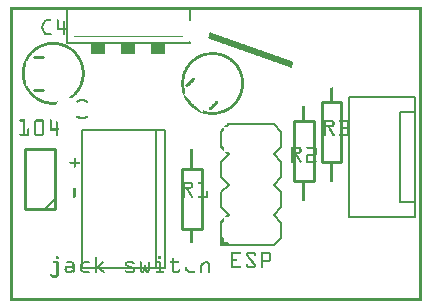
<source format=gto>
G04 MADE WITH FRITZING*
G04 WWW.FRITZING.ORG*
G04 DOUBLE SIDED*
G04 HOLES PLATED*
G04 CONTOUR ON CENTER OF CONTOUR VECTOR*
%ASAXBY*%
%FSLAX23Y23*%
%MOIN*%
%OFA0B0*%
%SFA1.0B1.0*%
%ADD10R,0.050000X0.035000*%
%ADD11C,0.010000*%
%ADD12C,0.005000*%
%ADD13C,0.008000*%
%ADD14C,0.006000*%
%ADD15C,0.002000*%
%ADD16C,0.008051*%
%ADD17C,0.011000*%
%ADD18R,0.001000X0.001000*%
%LNSILK1*%
G90*
G70*
G54D10*
X493Y840D03*
X393Y840D03*
X293Y840D03*
G54D11*
X149Y306D02*
X149Y506D01*
D02*
X149Y506D02*
X49Y506D01*
D02*
X49Y506D02*
X49Y306D01*
D02*
X49Y306D02*
X149Y306D01*
G54D12*
D02*
X149Y341D02*
X114Y306D01*
G54D13*
D02*
X240Y111D02*
X240Y568D01*
D02*
X240Y568D02*
X485Y568D01*
D02*
X485Y568D02*
X516Y568D01*
D02*
X516Y568D02*
X516Y111D01*
D02*
X516Y111D02*
X485Y111D01*
D02*
X485Y111D02*
X240Y111D01*
D02*
X485Y568D02*
X485Y111D01*
G54D11*
D02*
X1037Y462D02*
X1037Y662D01*
D02*
X1037Y662D02*
X1103Y662D01*
D02*
X1103Y662D02*
X1103Y462D01*
D02*
X1103Y462D02*
X1037Y462D01*
D02*
X946Y401D02*
X946Y601D01*
D02*
X946Y601D02*
X1012Y601D01*
D02*
X1012Y601D02*
X1012Y401D01*
D02*
X1012Y401D02*
X946Y401D01*
D02*
X638Y439D02*
X638Y239D01*
D02*
X638Y239D02*
X572Y239D01*
D02*
X572Y239D02*
X572Y439D01*
D02*
X572Y439D02*
X638Y439D01*
G54D14*
D02*
X188Y858D02*
X598Y858D01*
G54D15*
D02*
X213Y883D02*
X573Y883D01*
G54D12*
D02*
X1130Y278D02*
X1350Y278D01*
D02*
X1130Y678D02*
X1350Y678D01*
D02*
X1130Y678D02*
X1130Y278D01*
D02*
X1350Y678D02*
X1350Y628D01*
D02*
X1350Y628D02*
X1350Y328D01*
D02*
X1350Y328D02*
X1350Y278D01*
D02*
X1350Y328D02*
X1300Y328D01*
D02*
X1300Y328D02*
X1300Y628D01*
D02*
X1300Y628D02*
X1350Y628D01*
G54D16*
D02*
X878Y186D02*
X903Y211D01*
D02*
X903Y261D02*
X878Y287D01*
D02*
X878Y287D02*
X903Y312D01*
D02*
X903Y362D02*
X878Y387D01*
D02*
X878Y387D02*
X903Y412D01*
D02*
X903Y463D02*
X878Y488D01*
D02*
X878Y186D02*
X728Y186D01*
D02*
X703Y211D02*
X703Y261D01*
D02*
X728Y287D02*
X703Y312D01*
D02*
X703Y312D02*
X703Y362D01*
D02*
X703Y362D02*
X728Y387D01*
D02*
X728Y387D02*
X703Y412D01*
D02*
X703Y412D02*
X703Y463D01*
D02*
X703Y463D02*
X728Y488D01*
D02*
X903Y412D02*
X903Y463D01*
D02*
X903Y312D02*
X903Y362D01*
D02*
X903Y211D02*
X903Y261D01*
D02*
X903Y563D02*
X878Y589D01*
D02*
X703Y513D02*
X703Y563D01*
D02*
X728Y589D02*
X878Y589D01*
D02*
X903Y513D02*
X903Y563D01*
D02*
X878Y488D02*
X903Y513D01*
G54D17*
X78Y813D02*
X108Y813D01*
D02*
X78Y703D02*
X108Y703D01*
D02*
G54D18*
X0Y978D02*
X1371Y978D01*
X0Y977D02*
X1371Y977D01*
X0Y976D02*
X1371Y976D01*
X0Y975D02*
X1371Y975D01*
X0Y974D02*
X1371Y974D01*
X0Y973D02*
X1371Y973D01*
X0Y972D02*
X1371Y972D01*
X0Y971D02*
X1371Y971D01*
X0Y970D02*
X7Y970D01*
X185Y970D02*
X190Y970D01*
X212Y970D02*
X213Y970D01*
X572Y970D02*
X573Y970D01*
X595Y970D02*
X600Y970D01*
X1364Y970D02*
X1371Y970D01*
X0Y969D02*
X7Y969D01*
X185Y969D02*
X190Y969D01*
X212Y969D02*
X213Y969D01*
X572Y969D02*
X573Y969D01*
X595Y969D02*
X600Y969D01*
X1364Y969D02*
X1371Y969D01*
X0Y968D02*
X7Y968D01*
X185Y968D02*
X190Y968D01*
X212Y968D02*
X213Y968D01*
X572Y968D02*
X573Y968D01*
X595Y968D02*
X600Y968D01*
X1364Y968D02*
X1371Y968D01*
X0Y967D02*
X7Y967D01*
X185Y967D02*
X190Y967D01*
X212Y967D02*
X213Y967D01*
X572Y967D02*
X573Y967D01*
X595Y967D02*
X600Y967D01*
X1364Y967D02*
X1371Y967D01*
X0Y966D02*
X7Y966D01*
X185Y966D02*
X190Y966D01*
X212Y966D02*
X213Y966D01*
X572Y966D02*
X573Y966D01*
X595Y966D02*
X600Y966D01*
X1364Y966D02*
X1371Y966D01*
X0Y965D02*
X7Y965D01*
X185Y965D02*
X190Y965D01*
X212Y965D02*
X213Y965D01*
X572Y965D02*
X573Y965D01*
X595Y965D02*
X600Y965D01*
X1364Y965D02*
X1371Y965D01*
X0Y964D02*
X7Y964D01*
X185Y964D02*
X190Y964D01*
X212Y964D02*
X213Y964D01*
X572Y964D02*
X573Y964D01*
X595Y964D02*
X600Y964D01*
X1364Y964D02*
X1371Y964D01*
X0Y963D02*
X7Y963D01*
X185Y963D02*
X190Y963D01*
X212Y963D02*
X213Y963D01*
X572Y963D02*
X573Y963D01*
X595Y963D02*
X600Y963D01*
X1364Y963D02*
X1371Y963D01*
X0Y962D02*
X7Y962D01*
X185Y962D02*
X190Y962D01*
X212Y962D02*
X213Y962D01*
X572Y962D02*
X573Y962D01*
X595Y962D02*
X600Y962D01*
X1364Y962D02*
X1371Y962D01*
X0Y961D02*
X7Y961D01*
X185Y961D02*
X190Y961D01*
X212Y961D02*
X213Y961D01*
X572Y961D02*
X573Y961D01*
X595Y961D02*
X600Y961D01*
X1364Y961D02*
X1371Y961D01*
X0Y960D02*
X7Y960D01*
X185Y960D02*
X190Y960D01*
X212Y960D02*
X213Y960D01*
X572Y960D02*
X573Y960D01*
X595Y960D02*
X600Y960D01*
X1364Y960D02*
X1371Y960D01*
X0Y959D02*
X7Y959D01*
X185Y959D02*
X190Y959D01*
X212Y959D02*
X213Y959D01*
X572Y959D02*
X573Y959D01*
X595Y959D02*
X600Y959D01*
X1364Y959D02*
X1371Y959D01*
X0Y958D02*
X7Y958D01*
X185Y958D02*
X190Y958D01*
X212Y958D02*
X213Y958D01*
X572Y958D02*
X573Y958D01*
X595Y958D02*
X600Y958D01*
X1364Y958D02*
X1371Y958D01*
X0Y957D02*
X7Y957D01*
X185Y957D02*
X190Y957D01*
X212Y957D02*
X213Y957D01*
X572Y957D02*
X573Y957D01*
X595Y957D02*
X600Y957D01*
X1364Y957D02*
X1371Y957D01*
X0Y956D02*
X7Y956D01*
X185Y956D02*
X190Y956D01*
X212Y956D02*
X213Y956D01*
X572Y956D02*
X573Y956D01*
X595Y956D02*
X600Y956D01*
X1364Y956D02*
X1371Y956D01*
X0Y955D02*
X7Y955D01*
X185Y955D02*
X190Y955D01*
X212Y955D02*
X213Y955D01*
X572Y955D02*
X573Y955D01*
X595Y955D02*
X600Y955D01*
X1364Y955D02*
X1371Y955D01*
X0Y954D02*
X7Y954D01*
X185Y954D02*
X190Y954D01*
X212Y954D02*
X213Y954D01*
X572Y954D02*
X573Y954D01*
X595Y954D02*
X600Y954D01*
X1364Y954D02*
X1371Y954D01*
X0Y953D02*
X7Y953D01*
X185Y953D02*
X190Y953D01*
X212Y953D02*
X213Y953D01*
X572Y953D02*
X573Y953D01*
X595Y953D02*
X600Y953D01*
X1364Y953D02*
X1371Y953D01*
X0Y952D02*
X7Y952D01*
X185Y952D02*
X190Y952D01*
X212Y952D02*
X213Y952D01*
X572Y952D02*
X573Y952D01*
X595Y952D02*
X600Y952D01*
X1364Y952D02*
X1371Y952D01*
X0Y951D02*
X7Y951D01*
X185Y951D02*
X190Y951D01*
X212Y951D02*
X213Y951D01*
X572Y951D02*
X573Y951D01*
X595Y951D02*
X600Y951D01*
X1364Y951D02*
X1371Y951D01*
X0Y950D02*
X7Y950D01*
X185Y950D02*
X190Y950D01*
X212Y950D02*
X213Y950D01*
X572Y950D02*
X573Y950D01*
X595Y950D02*
X600Y950D01*
X1364Y950D02*
X1371Y950D01*
X0Y949D02*
X7Y949D01*
X185Y949D02*
X190Y949D01*
X212Y949D02*
X213Y949D01*
X572Y949D02*
X573Y949D01*
X595Y949D02*
X600Y949D01*
X1364Y949D02*
X1371Y949D01*
X0Y948D02*
X7Y948D01*
X185Y948D02*
X190Y948D01*
X212Y948D02*
X213Y948D01*
X572Y948D02*
X573Y948D01*
X595Y948D02*
X600Y948D01*
X1364Y948D02*
X1371Y948D01*
X0Y947D02*
X7Y947D01*
X185Y947D02*
X190Y947D01*
X212Y947D02*
X213Y947D01*
X572Y947D02*
X573Y947D01*
X595Y947D02*
X600Y947D01*
X1364Y947D02*
X1371Y947D01*
X0Y946D02*
X7Y946D01*
X185Y946D02*
X190Y946D01*
X212Y946D02*
X213Y946D01*
X572Y946D02*
X573Y946D01*
X595Y946D02*
X600Y946D01*
X1364Y946D02*
X1371Y946D01*
X0Y945D02*
X7Y945D01*
X185Y945D02*
X190Y945D01*
X212Y945D02*
X213Y945D01*
X572Y945D02*
X573Y945D01*
X595Y945D02*
X600Y945D01*
X1364Y945D02*
X1371Y945D01*
X0Y944D02*
X7Y944D01*
X185Y944D02*
X190Y944D01*
X212Y944D02*
X213Y944D01*
X572Y944D02*
X573Y944D01*
X595Y944D02*
X600Y944D01*
X1364Y944D02*
X1371Y944D01*
X0Y943D02*
X7Y943D01*
X185Y943D02*
X190Y943D01*
X212Y943D02*
X213Y943D01*
X572Y943D02*
X573Y943D01*
X595Y943D02*
X600Y943D01*
X1364Y943D02*
X1371Y943D01*
X0Y942D02*
X7Y942D01*
X185Y942D02*
X190Y942D01*
X212Y942D02*
X213Y942D01*
X572Y942D02*
X573Y942D01*
X595Y942D02*
X600Y942D01*
X1364Y942D02*
X1371Y942D01*
X0Y941D02*
X7Y941D01*
X185Y941D02*
X190Y941D01*
X212Y941D02*
X213Y941D01*
X572Y941D02*
X573Y941D01*
X595Y941D02*
X600Y941D01*
X1364Y941D02*
X1371Y941D01*
X0Y940D02*
X7Y940D01*
X185Y940D02*
X190Y940D01*
X212Y940D02*
X213Y940D01*
X572Y940D02*
X573Y940D01*
X595Y940D02*
X600Y940D01*
X1364Y940D02*
X1371Y940D01*
X0Y939D02*
X7Y939D01*
X185Y939D02*
X190Y939D01*
X212Y939D02*
X213Y939D01*
X572Y939D02*
X573Y939D01*
X595Y939D02*
X600Y939D01*
X1364Y939D02*
X1371Y939D01*
X0Y938D02*
X7Y938D01*
X119Y938D02*
X134Y938D01*
X157Y938D02*
X159Y938D01*
X185Y938D02*
X190Y938D01*
X212Y938D02*
X213Y938D01*
X572Y938D02*
X573Y938D01*
X595Y938D02*
X600Y938D01*
X1364Y938D02*
X1371Y938D01*
X0Y937D02*
X7Y937D01*
X116Y937D02*
X136Y937D01*
X156Y937D02*
X160Y937D01*
X185Y937D02*
X190Y937D01*
X212Y937D02*
X213Y937D01*
X572Y937D02*
X573Y937D01*
X595Y937D02*
X600Y937D01*
X1364Y937D02*
X1371Y937D01*
X0Y936D02*
X7Y936D01*
X115Y936D02*
X136Y936D01*
X155Y936D02*
X161Y936D01*
X185Y936D02*
X190Y936D01*
X212Y936D02*
X213Y936D01*
X572Y936D02*
X573Y936D01*
X595Y936D02*
X600Y936D01*
X1364Y936D02*
X1371Y936D01*
X0Y935D02*
X7Y935D01*
X113Y935D02*
X137Y935D01*
X155Y935D02*
X161Y935D01*
X185Y935D02*
X190Y935D01*
X212Y935D02*
X213Y935D01*
X572Y935D02*
X573Y935D01*
X595Y935D02*
X600Y935D01*
X1364Y935D02*
X1371Y935D01*
X0Y934D02*
X7Y934D01*
X113Y934D02*
X136Y934D01*
X155Y934D02*
X161Y934D01*
X185Y934D02*
X190Y934D01*
X212Y934D02*
X213Y934D01*
X572Y934D02*
X573Y934D01*
X595Y934D02*
X600Y934D01*
X1364Y934D02*
X1371Y934D01*
X0Y933D02*
X7Y933D01*
X112Y933D02*
X136Y933D01*
X155Y933D02*
X161Y933D01*
X185Y933D02*
X190Y933D01*
X212Y933D02*
X213Y933D01*
X572Y933D02*
X573Y933D01*
X595Y933D02*
X598Y933D01*
X1364Y933D02*
X1371Y933D01*
X0Y932D02*
X7Y932D01*
X111Y932D02*
X135Y932D01*
X155Y932D02*
X161Y932D01*
X178Y932D02*
X180Y932D01*
X185Y932D02*
X190Y932D01*
X212Y932D02*
X213Y932D01*
X572Y932D02*
X573Y932D01*
X595Y932D02*
X597Y932D01*
X1364Y932D02*
X1371Y932D01*
X0Y931D02*
X7Y931D01*
X111Y931D02*
X119Y931D01*
X155Y931D02*
X161Y931D01*
X176Y931D02*
X181Y931D01*
X185Y931D02*
X190Y931D01*
X212Y931D02*
X213Y931D01*
X572Y931D02*
X573Y931D01*
X595Y931D02*
X596Y931D01*
X1364Y931D02*
X1371Y931D01*
X0Y930D02*
X7Y930D01*
X110Y930D02*
X117Y930D01*
X155Y930D02*
X161Y930D01*
X176Y930D02*
X181Y930D01*
X185Y930D02*
X190Y930D01*
X212Y930D02*
X213Y930D01*
X572Y930D02*
X573Y930D01*
X595Y930D02*
X595Y930D01*
X1364Y930D02*
X1371Y930D01*
X0Y929D02*
X7Y929D01*
X110Y929D02*
X117Y929D01*
X155Y929D02*
X161Y929D01*
X176Y929D02*
X182Y929D01*
X185Y929D02*
X190Y929D01*
X212Y929D02*
X213Y929D01*
X572Y929D02*
X573Y929D01*
X1364Y929D02*
X1371Y929D01*
X0Y928D02*
X7Y928D01*
X109Y928D02*
X116Y928D01*
X155Y928D02*
X161Y928D01*
X176Y928D02*
X182Y928D01*
X185Y928D02*
X190Y928D01*
X212Y928D02*
X213Y928D01*
X572Y928D02*
X573Y928D01*
X1364Y928D02*
X1371Y928D01*
X0Y927D02*
X7Y927D01*
X109Y927D02*
X116Y927D01*
X155Y927D02*
X161Y927D01*
X176Y927D02*
X182Y927D01*
X185Y927D02*
X190Y927D01*
X212Y927D02*
X213Y927D01*
X572Y927D02*
X573Y927D01*
X1364Y927D02*
X1371Y927D01*
X0Y926D02*
X7Y926D01*
X108Y926D02*
X115Y926D01*
X155Y926D02*
X161Y926D01*
X176Y926D02*
X182Y926D01*
X185Y926D02*
X190Y926D01*
X212Y926D02*
X213Y926D01*
X572Y926D02*
X573Y926D01*
X1364Y926D02*
X1371Y926D01*
X0Y925D02*
X7Y925D01*
X108Y925D02*
X115Y925D01*
X155Y925D02*
X161Y925D01*
X176Y925D02*
X182Y925D01*
X185Y925D02*
X190Y925D01*
X212Y925D02*
X213Y925D01*
X572Y925D02*
X573Y925D01*
X1364Y925D02*
X1371Y925D01*
X0Y924D02*
X7Y924D01*
X107Y924D02*
X114Y924D01*
X155Y924D02*
X161Y924D01*
X176Y924D02*
X182Y924D01*
X185Y924D02*
X190Y924D01*
X212Y924D02*
X213Y924D01*
X572Y924D02*
X573Y924D01*
X1364Y924D02*
X1371Y924D01*
X0Y923D02*
X7Y923D01*
X107Y923D02*
X114Y923D01*
X155Y923D02*
X161Y923D01*
X176Y923D02*
X182Y923D01*
X185Y923D02*
X190Y923D01*
X212Y923D02*
X213Y923D01*
X572Y923D02*
X573Y923D01*
X1364Y923D02*
X1371Y923D01*
X0Y922D02*
X7Y922D01*
X106Y922D02*
X113Y922D01*
X155Y922D02*
X161Y922D01*
X176Y922D02*
X182Y922D01*
X185Y922D02*
X190Y922D01*
X212Y922D02*
X213Y922D01*
X572Y922D02*
X573Y922D01*
X1364Y922D02*
X1371Y922D01*
X0Y921D02*
X7Y921D01*
X106Y921D02*
X113Y921D01*
X155Y921D02*
X161Y921D01*
X176Y921D02*
X182Y921D01*
X185Y921D02*
X190Y921D01*
X212Y921D02*
X213Y921D01*
X572Y921D02*
X573Y921D01*
X1364Y921D02*
X1371Y921D01*
X0Y920D02*
X7Y920D01*
X105Y920D02*
X112Y920D01*
X155Y920D02*
X161Y920D01*
X176Y920D02*
X182Y920D01*
X185Y920D02*
X190Y920D01*
X212Y920D02*
X213Y920D01*
X572Y920D02*
X573Y920D01*
X1364Y920D02*
X1371Y920D01*
X0Y919D02*
X7Y919D01*
X105Y919D02*
X112Y919D01*
X155Y919D02*
X161Y919D01*
X176Y919D02*
X182Y919D01*
X185Y919D02*
X190Y919D01*
X212Y919D02*
X213Y919D01*
X572Y919D02*
X573Y919D01*
X1364Y919D02*
X1371Y919D01*
X0Y918D02*
X7Y918D01*
X105Y918D02*
X111Y918D01*
X155Y918D02*
X161Y918D01*
X176Y918D02*
X182Y918D01*
X185Y918D02*
X190Y918D01*
X212Y918D02*
X213Y918D01*
X572Y918D02*
X573Y918D01*
X1364Y918D02*
X1371Y918D01*
X0Y917D02*
X7Y917D01*
X104Y917D02*
X111Y917D01*
X155Y917D02*
X161Y917D01*
X176Y917D02*
X182Y917D01*
X185Y917D02*
X190Y917D01*
X212Y917D02*
X213Y917D01*
X572Y917D02*
X573Y917D01*
X1364Y917D02*
X1371Y917D01*
X0Y916D02*
X7Y916D01*
X104Y916D02*
X110Y916D01*
X155Y916D02*
X161Y916D01*
X176Y916D02*
X182Y916D01*
X185Y916D02*
X190Y916D01*
X212Y916D02*
X213Y916D01*
X572Y916D02*
X573Y916D01*
X1364Y916D02*
X1371Y916D01*
X0Y915D02*
X7Y915D01*
X103Y915D02*
X110Y915D01*
X155Y915D02*
X161Y915D01*
X176Y915D02*
X182Y915D01*
X185Y915D02*
X190Y915D01*
X212Y915D02*
X213Y915D01*
X572Y915D02*
X573Y915D01*
X1364Y915D02*
X1371Y915D01*
X0Y914D02*
X7Y914D01*
X103Y914D02*
X109Y914D01*
X155Y914D02*
X161Y914D01*
X176Y914D02*
X182Y914D01*
X185Y914D02*
X190Y914D01*
X212Y914D02*
X213Y914D01*
X572Y914D02*
X573Y914D01*
X1364Y914D02*
X1371Y914D01*
X0Y913D02*
X7Y913D01*
X103Y913D02*
X109Y913D01*
X155Y913D02*
X161Y913D01*
X176Y913D02*
X182Y913D01*
X185Y913D02*
X190Y913D01*
X212Y913D02*
X213Y913D01*
X572Y913D02*
X573Y913D01*
X1364Y913D02*
X1371Y913D01*
X0Y912D02*
X7Y912D01*
X103Y912D02*
X109Y912D01*
X155Y912D02*
X161Y912D01*
X176Y912D02*
X182Y912D01*
X185Y912D02*
X190Y912D01*
X212Y912D02*
X213Y912D01*
X572Y912D02*
X573Y912D01*
X1364Y912D02*
X1371Y912D01*
X0Y911D02*
X7Y911D01*
X103Y911D02*
X109Y911D01*
X155Y911D02*
X161Y911D01*
X176Y911D02*
X182Y911D01*
X185Y911D02*
X190Y911D01*
X212Y911D02*
X213Y911D01*
X572Y911D02*
X573Y911D01*
X1364Y911D02*
X1371Y911D01*
X0Y910D02*
X7Y910D01*
X103Y910D02*
X109Y910D01*
X155Y910D02*
X161Y910D01*
X176Y910D02*
X182Y910D01*
X185Y910D02*
X190Y910D01*
X212Y910D02*
X213Y910D01*
X572Y910D02*
X573Y910D01*
X1364Y910D02*
X1371Y910D01*
X0Y909D02*
X7Y909D01*
X103Y909D02*
X109Y909D01*
X155Y909D02*
X161Y909D01*
X175Y909D02*
X182Y909D01*
X185Y909D02*
X190Y909D01*
X212Y909D02*
X213Y909D01*
X572Y909D02*
X573Y909D01*
X1364Y909D02*
X1371Y909D01*
X0Y908D02*
X7Y908D01*
X103Y908D02*
X110Y908D01*
X155Y908D02*
X190Y908D01*
X212Y908D02*
X213Y908D01*
X572Y908D02*
X573Y908D01*
X1364Y908D02*
X1371Y908D01*
X0Y907D02*
X7Y907D01*
X104Y907D02*
X110Y907D01*
X155Y907D02*
X190Y907D01*
X212Y907D02*
X213Y907D01*
X572Y907D02*
X573Y907D01*
X1364Y907D02*
X1371Y907D01*
X0Y906D02*
X7Y906D01*
X104Y906D02*
X111Y906D01*
X155Y906D02*
X190Y906D01*
X212Y906D02*
X213Y906D01*
X572Y906D02*
X573Y906D01*
X1364Y906D02*
X1371Y906D01*
X0Y905D02*
X7Y905D01*
X104Y905D02*
X111Y905D01*
X155Y905D02*
X190Y905D01*
X212Y905D02*
X213Y905D01*
X572Y905D02*
X573Y905D01*
X1364Y905D02*
X1371Y905D01*
X0Y904D02*
X7Y904D01*
X105Y904D02*
X112Y904D01*
X155Y904D02*
X190Y904D01*
X212Y904D02*
X213Y904D01*
X572Y904D02*
X573Y904D01*
X1364Y904D02*
X1371Y904D01*
X0Y903D02*
X7Y903D01*
X105Y903D02*
X112Y903D01*
X155Y903D02*
X190Y903D01*
X212Y903D02*
X213Y903D01*
X572Y903D02*
X573Y903D01*
X1364Y903D02*
X1371Y903D01*
X0Y902D02*
X7Y902D01*
X106Y902D02*
X113Y902D01*
X155Y902D02*
X182Y902D01*
X185Y902D02*
X190Y902D01*
X212Y902D02*
X213Y902D01*
X572Y902D02*
X573Y902D01*
X1364Y902D02*
X1371Y902D01*
X0Y901D02*
X7Y901D01*
X106Y901D02*
X113Y901D01*
X176Y901D02*
X182Y901D01*
X185Y901D02*
X190Y901D01*
X212Y901D02*
X213Y901D01*
X572Y901D02*
X573Y901D01*
X1364Y901D02*
X1371Y901D01*
X0Y900D02*
X7Y900D01*
X107Y900D02*
X114Y900D01*
X176Y900D02*
X182Y900D01*
X185Y900D02*
X190Y900D01*
X212Y900D02*
X213Y900D01*
X572Y900D02*
X573Y900D01*
X1364Y900D02*
X1371Y900D01*
X0Y899D02*
X7Y899D01*
X107Y899D02*
X114Y899D01*
X176Y899D02*
X182Y899D01*
X185Y899D02*
X190Y899D01*
X212Y899D02*
X213Y899D01*
X572Y899D02*
X573Y899D01*
X1364Y899D02*
X1371Y899D01*
X0Y898D02*
X7Y898D01*
X108Y898D02*
X115Y898D01*
X176Y898D02*
X182Y898D01*
X185Y898D02*
X190Y898D01*
X212Y898D02*
X213Y898D01*
X572Y898D02*
X573Y898D01*
X1364Y898D02*
X1371Y898D01*
X0Y897D02*
X7Y897D01*
X108Y897D02*
X115Y897D01*
X176Y897D02*
X182Y897D01*
X185Y897D02*
X190Y897D01*
X212Y897D02*
X213Y897D01*
X572Y897D02*
X573Y897D01*
X1364Y897D02*
X1371Y897D01*
X0Y896D02*
X7Y896D01*
X109Y896D02*
X116Y896D01*
X176Y896D02*
X182Y896D01*
X185Y896D02*
X190Y896D01*
X212Y896D02*
X213Y896D01*
X572Y896D02*
X573Y896D01*
X1364Y896D02*
X1371Y896D01*
X0Y895D02*
X7Y895D01*
X109Y895D02*
X116Y895D01*
X176Y895D02*
X182Y895D01*
X185Y895D02*
X190Y895D01*
X212Y895D02*
X213Y895D01*
X572Y895D02*
X573Y895D01*
X1364Y895D02*
X1371Y895D01*
X0Y894D02*
X7Y894D01*
X110Y894D02*
X117Y894D01*
X176Y894D02*
X182Y894D01*
X185Y894D02*
X190Y894D01*
X212Y894D02*
X213Y894D01*
X572Y894D02*
X573Y894D01*
X665Y894D02*
X667Y894D01*
X1364Y894D02*
X1371Y894D01*
X0Y893D02*
X7Y893D01*
X110Y893D02*
X117Y893D01*
X176Y893D02*
X182Y893D01*
X185Y893D02*
X190Y893D01*
X212Y893D02*
X213Y893D01*
X572Y893D02*
X573Y893D01*
X665Y893D02*
X670Y893D01*
X1364Y893D02*
X1371Y893D01*
X0Y892D02*
X7Y892D01*
X111Y892D02*
X118Y892D01*
X176Y892D02*
X182Y892D01*
X185Y892D02*
X190Y892D01*
X212Y892D02*
X213Y892D01*
X572Y892D02*
X573Y892D01*
X665Y892D02*
X673Y892D01*
X1364Y892D02*
X1371Y892D01*
X0Y891D02*
X7Y891D01*
X111Y891D02*
X134Y891D01*
X176Y891D02*
X182Y891D01*
X185Y891D02*
X190Y891D01*
X212Y891D02*
X213Y891D01*
X572Y891D02*
X573Y891D01*
X664Y891D02*
X675Y891D01*
X1364Y891D02*
X1371Y891D01*
X0Y890D02*
X7Y890D01*
X112Y890D02*
X136Y890D01*
X176Y890D02*
X182Y890D01*
X185Y890D02*
X190Y890D01*
X212Y890D02*
X213Y890D01*
X572Y890D02*
X573Y890D01*
X664Y890D02*
X678Y890D01*
X1364Y890D02*
X1371Y890D01*
X0Y889D02*
X7Y889D01*
X112Y889D02*
X136Y889D01*
X176Y889D02*
X182Y889D01*
X185Y889D02*
X190Y889D01*
X212Y889D02*
X213Y889D01*
X572Y889D02*
X573Y889D01*
X664Y889D02*
X681Y889D01*
X1364Y889D02*
X1371Y889D01*
X0Y888D02*
X7Y888D01*
X113Y888D02*
X137Y888D01*
X176Y888D02*
X182Y888D01*
X185Y888D02*
X190Y888D01*
X212Y888D02*
X213Y888D01*
X572Y888D02*
X573Y888D01*
X663Y888D02*
X684Y888D01*
X1364Y888D02*
X1371Y888D01*
X0Y887D02*
X7Y887D01*
X114Y887D02*
X136Y887D01*
X176Y887D02*
X181Y887D01*
X185Y887D02*
X190Y887D01*
X212Y887D02*
X213Y887D01*
X572Y887D02*
X573Y887D01*
X663Y887D02*
X687Y887D01*
X1364Y887D02*
X1371Y887D01*
X0Y886D02*
X7Y886D01*
X115Y886D02*
X136Y886D01*
X176Y886D02*
X181Y886D01*
X185Y886D02*
X190Y886D01*
X212Y886D02*
X213Y886D01*
X572Y886D02*
X573Y886D01*
X663Y886D02*
X690Y886D01*
X1364Y886D02*
X1371Y886D01*
X0Y885D02*
X7Y885D01*
X117Y885D02*
X135Y885D01*
X177Y885D02*
X180Y885D01*
X185Y885D02*
X190Y885D01*
X212Y885D02*
X213Y885D01*
X572Y885D02*
X573Y885D01*
X662Y885D02*
X692Y885D01*
X1364Y885D02*
X1371Y885D01*
X0Y884D02*
X7Y884D01*
X185Y884D02*
X190Y884D01*
X212Y884D02*
X213Y884D01*
X572Y884D02*
X573Y884D01*
X662Y884D02*
X695Y884D01*
X1364Y884D02*
X1371Y884D01*
X0Y883D02*
X7Y883D01*
X185Y883D02*
X190Y883D01*
X212Y883D02*
X213Y883D01*
X572Y883D02*
X573Y883D01*
X662Y883D02*
X698Y883D01*
X1364Y883D02*
X1371Y883D01*
X0Y882D02*
X7Y882D01*
X185Y882D02*
X190Y882D01*
X661Y882D02*
X701Y882D01*
X1364Y882D02*
X1371Y882D01*
X0Y881D02*
X7Y881D01*
X185Y881D02*
X190Y881D01*
X661Y881D02*
X704Y881D01*
X1364Y881D02*
X1371Y881D01*
X0Y880D02*
X7Y880D01*
X185Y880D02*
X190Y880D01*
X660Y880D02*
X707Y880D01*
X1364Y880D02*
X1371Y880D01*
X0Y879D02*
X7Y879D01*
X185Y879D02*
X190Y879D01*
X659Y879D02*
X709Y879D01*
X1364Y879D02*
X1371Y879D01*
X0Y878D02*
X7Y878D01*
X185Y878D02*
X190Y878D01*
X659Y878D02*
X712Y878D01*
X1364Y878D02*
X1371Y878D01*
X0Y877D02*
X7Y877D01*
X185Y877D02*
X190Y877D01*
X658Y877D02*
X715Y877D01*
X1364Y877D02*
X1371Y877D01*
X0Y876D02*
X7Y876D01*
X185Y876D02*
X190Y876D01*
X657Y876D02*
X718Y876D01*
X1364Y876D02*
X1371Y876D01*
X0Y875D02*
X7Y875D01*
X185Y875D02*
X190Y875D01*
X659Y875D02*
X721Y875D01*
X1364Y875D02*
X1371Y875D01*
X0Y874D02*
X7Y874D01*
X185Y874D02*
X190Y874D01*
X661Y874D02*
X724Y874D01*
X1364Y874D02*
X1371Y874D01*
X0Y873D02*
X7Y873D01*
X185Y873D02*
X190Y873D01*
X664Y873D02*
X727Y873D01*
X1364Y873D02*
X1371Y873D01*
X0Y872D02*
X7Y872D01*
X185Y872D02*
X190Y872D01*
X667Y872D02*
X729Y872D01*
X1364Y872D02*
X1371Y872D01*
X0Y871D02*
X7Y871D01*
X185Y871D02*
X190Y871D01*
X670Y871D02*
X732Y871D01*
X1364Y871D02*
X1371Y871D01*
X0Y870D02*
X7Y870D01*
X185Y870D02*
X190Y870D01*
X673Y870D02*
X735Y870D01*
X1364Y870D02*
X1371Y870D01*
X0Y869D02*
X7Y869D01*
X185Y869D02*
X190Y869D01*
X676Y869D02*
X738Y869D01*
X1364Y869D02*
X1371Y869D01*
X0Y868D02*
X7Y868D01*
X185Y868D02*
X190Y868D01*
X679Y868D02*
X741Y868D01*
X1364Y868D02*
X1371Y868D01*
X0Y867D02*
X7Y867D01*
X185Y867D02*
X190Y867D01*
X595Y867D02*
X595Y867D01*
X681Y867D02*
X744Y867D01*
X1364Y867D02*
X1371Y867D01*
X0Y866D02*
X7Y866D01*
X185Y866D02*
X190Y866D01*
X595Y866D02*
X596Y866D01*
X684Y866D02*
X746Y866D01*
X1364Y866D02*
X1371Y866D01*
X0Y865D02*
X7Y865D01*
X185Y865D02*
X190Y865D01*
X595Y865D02*
X598Y865D01*
X687Y865D02*
X749Y865D01*
X1364Y865D02*
X1371Y865D01*
X0Y864D02*
X7Y864D01*
X185Y864D02*
X190Y864D01*
X595Y864D02*
X599Y864D01*
X690Y864D02*
X752Y864D01*
X1364Y864D02*
X1371Y864D01*
X0Y863D02*
X7Y863D01*
X142Y863D02*
X144Y863D01*
X185Y863D02*
X190Y863D01*
X595Y863D02*
X600Y863D01*
X693Y863D02*
X755Y863D01*
X1364Y863D02*
X1371Y863D01*
X0Y862D02*
X7Y862D01*
X129Y862D02*
X157Y862D01*
X185Y862D02*
X190Y862D01*
X595Y862D02*
X600Y862D01*
X696Y862D02*
X758Y862D01*
X1364Y862D02*
X1371Y862D01*
X0Y861D02*
X7Y861D01*
X123Y861D02*
X162Y861D01*
X185Y861D02*
X190Y861D01*
X595Y861D02*
X600Y861D01*
X698Y861D02*
X761Y861D01*
X1364Y861D02*
X1371Y861D01*
X0Y860D02*
X7Y860D01*
X118Y860D02*
X167Y860D01*
X185Y860D02*
X190Y860D01*
X595Y860D02*
X600Y860D01*
X701Y860D02*
X763Y860D01*
X1364Y860D02*
X1371Y860D01*
X0Y859D02*
X7Y859D01*
X115Y859D02*
X171Y859D01*
X185Y859D02*
X190Y859D01*
X595Y859D02*
X600Y859D01*
X704Y859D02*
X766Y859D01*
X1364Y859D02*
X1371Y859D01*
X0Y858D02*
X7Y858D01*
X111Y858D02*
X174Y858D01*
X185Y858D02*
X190Y858D01*
X595Y858D02*
X600Y858D01*
X707Y858D02*
X769Y858D01*
X1364Y858D02*
X1371Y858D01*
X0Y857D02*
X7Y857D01*
X109Y857D02*
X177Y857D01*
X185Y857D02*
X190Y857D01*
X595Y857D02*
X600Y857D01*
X710Y857D02*
X772Y857D01*
X1364Y857D02*
X1371Y857D01*
X0Y856D02*
X7Y856D01*
X106Y856D02*
X179Y856D01*
X186Y856D02*
X189Y856D01*
X596Y856D02*
X599Y856D01*
X713Y856D02*
X775Y856D01*
X1364Y856D02*
X1371Y856D01*
X0Y855D02*
X7Y855D01*
X103Y855D02*
X182Y855D01*
X715Y855D02*
X778Y855D01*
X1364Y855D02*
X1371Y855D01*
X0Y854D02*
X7Y854D01*
X101Y854D02*
X184Y854D01*
X718Y854D02*
X780Y854D01*
X1364Y854D02*
X1371Y854D01*
X0Y853D02*
X7Y853D01*
X99Y853D02*
X141Y853D01*
X144Y853D02*
X186Y853D01*
X721Y853D02*
X783Y853D01*
X1364Y853D02*
X1371Y853D01*
X0Y852D02*
X7Y852D01*
X97Y852D02*
X128Y852D01*
X157Y852D02*
X188Y852D01*
X724Y852D02*
X786Y852D01*
X1364Y852D02*
X1371Y852D01*
X0Y851D02*
X7Y851D01*
X95Y851D02*
X122Y851D01*
X163Y851D02*
X190Y851D01*
X727Y851D02*
X789Y851D01*
X1364Y851D02*
X1371Y851D01*
X0Y850D02*
X7Y850D01*
X93Y850D02*
X118Y850D01*
X167Y850D02*
X192Y850D01*
X730Y850D02*
X792Y850D01*
X1364Y850D02*
X1371Y850D01*
X0Y849D02*
X7Y849D01*
X91Y849D02*
X114Y849D01*
X171Y849D02*
X194Y849D01*
X732Y849D02*
X795Y849D01*
X1364Y849D02*
X1371Y849D01*
X0Y848D02*
X7Y848D01*
X90Y848D02*
X111Y848D01*
X174Y848D02*
X196Y848D01*
X735Y848D02*
X797Y848D01*
X1364Y848D02*
X1371Y848D01*
X0Y847D02*
X7Y847D01*
X88Y847D02*
X109Y847D01*
X177Y847D02*
X197Y847D01*
X738Y847D02*
X800Y847D01*
X1364Y847D02*
X1371Y847D01*
X0Y846D02*
X7Y846D01*
X87Y846D02*
X106Y846D01*
X180Y846D02*
X199Y846D01*
X741Y846D02*
X803Y846D01*
X1364Y846D02*
X1371Y846D01*
X0Y845D02*
X7Y845D01*
X85Y845D02*
X103Y845D01*
X182Y845D02*
X200Y845D01*
X744Y845D02*
X806Y845D01*
X1364Y845D02*
X1371Y845D01*
X0Y844D02*
X7Y844D01*
X84Y844D02*
X101Y844D01*
X184Y844D02*
X202Y844D01*
X747Y844D02*
X809Y844D01*
X1364Y844D02*
X1371Y844D01*
X0Y843D02*
X7Y843D01*
X82Y843D02*
X99Y843D01*
X186Y843D02*
X203Y843D01*
X749Y843D02*
X812Y843D01*
X1364Y843D02*
X1371Y843D01*
X0Y842D02*
X7Y842D01*
X81Y842D02*
X97Y842D01*
X188Y842D02*
X204Y842D01*
X752Y842D02*
X815Y842D01*
X1364Y842D02*
X1371Y842D01*
X0Y841D02*
X7Y841D01*
X80Y841D02*
X95Y841D01*
X190Y841D02*
X206Y841D01*
X755Y841D02*
X817Y841D01*
X1364Y841D02*
X1371Y841D01*
X0Y840D02*
X7Y840D01*
X78Y840D02*
X94Y840D01*
X192Y840D02*
X207Y840D01*
X758Y840D02*
X820Y840D01*
X1364Y840D02*
X1371Y840D01*
X0Y839D02*
X7Y839D01*
X77Y839D02*
X92Y839D01*
X193Y839D02*
X208Y839D01*
X761Y839D02*
X823Y839D01*
X1364Y839D02*
X1371Y839D01*
X0Y838D02*
X7Y838D01*
X76Y838D02*
X90Y838D01*
X195Y838D02*
X210Y838D01*
X764Y838D02*
X826Y838D01*
X1364Y838D02*
X1371Y838D01*
X0Y837D02*
X7Y837D01*
X75Y837D02*
X89Y837D01*
X197Y837D02*
X211Y837D01*
X767Y837D02*
X829Y837D01*
X1364Y837D02*
X1371Y837D01*
X0Y836D02*
X7Y836D01*
X74Y836D02*
X87Y836D01*
X198Y836D02*
X212Y836D01*
X769Y836D02*
X832Y836D01*
X1364Y836D02*
X1371Y836D01*
X0Y835D02*
X7Y835D01*
X72Y835D02*
X86Y835D01*
X199Y835D02*
X213Y835D01*
X772Y835D02*
X834Y835D01*
X1364Y835D02*
X1371Y835D01*
X0Y834D02*
X7Y834D01*
X71Y834D02*
X85Y834D01*
X201Y834D02*
X214Y834D01*
X775Y834D02*
X837Y834D01*
X1364Y834D02*
X1371Y834D01*
X0Y833D02*
X7Y833D01*
X70Y833D02*
X83Y833D01*
X202Y833D02*
X215Y833D01*
X778Y833D02*
X840Y833D01*
X1364Y833D02*
X1371Y833D01*
X0Y832D02*
X7Y832D01*
X69Y832D02*
X82Y832D01*
X203Y832D02*
X216Y832D01*
X781Y832D02*
X843Y832D01*
X1364Y832D02*
X1371Y832D01*
X0Y831D02*
X7Y831D01*
X68Y831D02*
X81Y831D01*
X205Y831D02*
X217Y831D01*
X784Y831D02*
X846Y831D01*
X1364Y831D02*
X1371Y831D01*
X0Y830D02*
X7Y830D01*
X67Y830D02*
X80Y830D01*
X206Y830D02*
X218Y830D01*
X786Y830D02*
X849Y830D01*
X1364Y830D02*
X1371Y830D01*
X0Y829D02*
X7Y829D01*
X66Y829D02*
X79Y829D01*
X207Y829D02*
X219Y829D01*
X789Y829D02*
X851Y829D01*
X1364Y829D02*
X1371Y829D01*
X0Y828D02*
X7Y828D01*
X65Y828D02*
X78Y828D01*
X208Y828D02*
X220Y828D01*
X661Y828D02*
X687Y828D01*
X792Y828D02*
X854Y828D01*
X1364Y828D02*
X1371Y828D01*
X0Y827D02*
X7Y827D01*
X65Y827D02*
X76Y827D01*
X209Y827D02*
X221Y827D01*
X654Y827D02*
X694Y827D01*
X795Y827D02*
X857Y827D01*
X1364Y827D02*
X1371Y827D01*
X0Y826D02*
X7Y826D01*
X64Y826D02*
X75Y826D01*
X210Y826D02*
X222Y826D01*
X650Y826D02*
X698Y826D01*
X798Y826D02*
X860Y826D01*
X1364Y826D02*
X1371Y826D01*
X0Y825D02*
X7Y825D01*
X63Y825D02*
X74Y825D01*
X211Y825D02*
X223Y825D01*
X646Y825D02*
X702Y825D01*
X801Y825D02*
X863Y825D01*
X1364Y825D02*
X1371Y825D01*
X0Y824D02*
X7Y824D01*
X62Y824D02*
X73Y824D01*
X212Y824D02*
X223Y824D01*
X642Y824D02*
X705Y824D01*
X803Y824D02*
X866Y824D01*
X1364Y824D02*
X1371Y824D01*
X0Y823D02*
X7Y823D01*
X61Y823D02*
X72Y823D01*
X213Y823D02*
X224Y823D01*
X640Y823D02*
X708Y823D01*
X806Y823D02*
X868Y823D01*
X1364Y823D02*
X1371Y823D01*
X0Y822D02*
X7Y822D01*
X60Y822D02*
X72Y822D01*
X214Y822D02*
X225Y822D01*
X637Y822D02*
X711Y822D01*
X809Y822D02*
X871Y822D01*
X1364Y822D02*
X1371Y822D01*
X0Y821D02*
X7Y821D01*
X60Y821D02*
X71Y821D01*
X215Y821D02*
X226Y821D01*
X634Y821D02*
X714Y821D01*
X812Y821D02*
X874Y821D01*
X1364Y821D02*
X1371Y821D01*
X0Y820D02*
X7Y820D01*
X59Y820D02*
X70Y820D01*
X216Y820D02*
X226Y820D01*
X632Y820D02*
X716Y820D01*
X815Y820D02*
X877Y820D01*
X1364Y820D02*
X1371Y820D01*
X0Y819D02*
X7Y819D01*
X58Y819D02*
X69Y819D01*
X216Y819D02*
X227Y819D01*
X629Y819D02*
X663Y819D01*
X685Y819D02*
X718Y819D01*
X818Y819D02*
X880Y819D01*
X1364Y819D02*
X1371Y819D01*
X0Y818D02*
X7Y818D01*
X57Y818D02*
X68Y818D01*
X217Y818D02*
X228Y818D01*
X627Y818D02*
X656Y818D01*
X692Y818D02*
X720Y818D01*
X820Y818D02*
X883Y818D01*
X1364Y818D02*
X1371Y818D01*
X0Y817D02*
X7Y817D01*
X57Y817D02*
X67Y817D01*
X218Y817D02*
X229Y817D01*
X625Y817D02*
X652Y817D01*
X696Y817D02*
X723Y817D01*
X823Y817D02*
X885Y817D01*
X1364Y817D02*
X1371Y817D01*
X0Y816D02*
X7Y816D01*
X56Y816D02*
X67Y816D01*
X219Y816D02*
X229Y816D01*
X623Y816D02*
X648Y816D01*
X700Y816D02*
X724Y816D01*
X826Y816D02*
X888Y816D01*
X1364Y816D02*
X1371Y816D01*
X0Y815D02*
X7Y815D01*
X55Y815D02*
X66Y815D01*
X219Y815D02*
X230Y815D01*
X622Y815D02*
X644Y815D01*
X703Y815D02*
X726Y815D01*
X829Y815D02*
X891Y815D01*
X1364Y815D02*
X1371Y815D01*
X0Y814D02*
X7Y814D01*
X55Y814D02*
X65Y814D01*
X220Y814D02*
X231Y814D01*
X620Y814D02*
X642Y814D01*
X706Y814D02*
X728Y814D01*
X832Y814D02*
X894Y814D01*
X1364Y814D02*
X1371Y814D01*
X0Y813D02*
X7Y813D01*
X54Y813D02*
X64Y813D01*
X221Y813D02*
X231Y813D01*
X618Y813D02*
X639Y813D01*
X709Y813D02*
X729Y813D01*
X835Y813D02*
X897Y813D01*
X1364Y813D02*
X1371Y813D01*
X0Y812D02*
X7Y812D01*
X54Y812D02*
X64Y812D01*
X222Y812D02*
X232Y812D01*
X617Y812D02*
X636Y812D01*
X711Y812D02*
X731Y812D01*
X837Y812D02*
X900Y812D01*
X1364Y812D02*
X1371Y812D01*
X0Y811D02*
X7Y811D01*
X53Y811D02*
X63Y811D01*
X222Y811D02*
X232Y811D01*
X615Y811D02*
X634Y811D01*
X713Y811D02*
X733Y811D01*
X840Y811D02*
X903Y811D01*
X1364Y811D02*
X1371Y811D01*
X0Y810D02*
X7Y810D01*
X52Y810D02*
X62Y810D01*
X223Y810D02*
X233Y810D01*
X614Y810D02*
X632Y810D01*
X716Y810D02*
X734Y810D01*
X843Y810D02*
X905Y810D01*
X1364Y810D02*
X1371Y810D01*
X0Y809D02*
X7Y809D01*
X52Y809D02*
X62Y809D01*
X224Y809D02*
X234Y809D01*
X612Y809D02*
X630Y809D01*
X718Y809D02*
X735Y809D01*
X846Y809D02*
X908Y809D01*
X1364Y809D02*
X1371Y809D01*
X0Y808D02*
X7Y808D01*
X51Y808D02*
X61Y808D01*
X224Y808D02*
X234Y808D01*
X611Y808D02*
X628Y808D01*
X720Y808D02*
X737Y808D01*
X849Y808D02*
X911Y808D01*
X1364Y808D02*
X1371Y808D01*
X0Y807D02*
X7Y807D01*
X51Y807D02*
X61Y807D01*
X225Y807D02*
X235Y807D01*
X610Y807D02*
X626Y807D01*
X721Y807D02*
X738Y807D01*
X852Y807D02*
X914Y807D01*
X1364Y807D02*
X1371Y807D01*
X0Y806D02*
X7Y806D01*
X50Y806D02*
X60Y806D01*
X225Y806D02*
X235Y806D01*
X608Y806D02*
X625Y806D01*
X723Y806D02*
X739Y806D01*
X855Y806D02*
X917Y806D01*
X1364Y806D02*
X1371Y806D01*
X0Y805D02*
X7Y805D01*
X50Y805D02*
X59Y805D01*
X226Y805D02*
X236Y805D01*
X607Y805D02*
X623Y805D01*
X725Y805D02*
X741Y805D01*
X857Y805D02*
X920Y805D01*
X1364Y805D02*
X1371Y805D01*
X0Y804D02*
X7Y804D01*
X49Y804D02*
X59Y804D01*
X227Y804D02*
X236Y804D01*
X606Y804D02*
X622Y804D01*
X726Y804D02*
X742Y804D01*
X860Y804D02*
X922Y804D01*
X1364Y804D02*
X1371Y804D01*
X0Y803D02*
X7Y803D01*
X49Y803D02*
X58Y803D01*
X227Y803D02*
X237Y803D01*
X605Y803D02*
X620Y803D01*
X728Y803D02*
X743Y803D01*
X863Y803D02*
X925Y803D01*
X1364Y803D02*
X1371Y803D01*
X0Y802D02*
X7Y802D01*
X48Y802D02*
X58Y802D01*
X228Y802D02*
X237Y802D01*
X604Y802D02*
X619Y802D01*
X729Y802D02*
X744Y802D01*
X866Y802D02*
X928Y802D01*
X1364Y802D02*
X1371Y802D01*
X0Y801D02*
X7Y801D01*
X48Y801D02*
X57Y801D01*
X228Y801D02*
X238Y801D01*
X603Y801D02*
X617Y801D01*
X731Y801D02*
X745Y801D01*
X869Y801D02*
X931Y801D01*
X1364Y801D02*
X1371Y801D01*
X0Y800D02*
X7Y800D01*
X47Y800D02*
X50Y800D01*
X229Y800D02*
X238Y800D01*
X602Y800D02*
X616Y800D01*
X732Y800D02*
X746Y800D01*
X872Y800D02*
X934Y800D01*
X1364Y800D02*
X1371Y800D01*
X0Y799D02*
X7Y799D01*
X47Y799D02*
X50Y799D01*
X229Y799D02*
X239Y799D01*
X601Y799D02*
X615Y799D01*
X733Y799D02*
X747Y799D01*
X874Y799D02*
X937Y799D01*
X1364Y799D02*
X1371Y799D01*
X0Y798D02*
X7Y798D01*
X46Y798D02*
X50Y798D01*
X230Y798D02*
X239Y798D01*
X600Y798D02*
X613Y798D01*
X734Y798D02*
X748Y798D01*
X877Y798D02*
X939Y798D01*
X1364Y798D02*
X1371Y798D01*
X0Y797D02*
X7Y797D01*
X46Y797D02*
X50Y797D01*
X230Y797D02*
X239Y797D01*
X599Y797D02*
X612Y797D01*
X736Y797D02*
X749Y797D01*
X880Y797D02*
X942Y797D01*
X1364Y797D02*
X1371Y797D01*
X0Y796D02*
X7Y796D01*
X45Y796D02*
X50Y796D01*
X230Y796D02*
X240Y796D01*
X598Y796D02*
X611Y796D01*
X737Y796D02*
X750Y796D01*
X883Y796D02*
X945Y796D01*
X1364Y796D02*
X1371Y796D01*
X0Y795D02*
X7Y795D01*
X45Y795D02*
X50Y795D01*
X231Y795D02*
X240Y795D01*
X597Y795D02*
X610Y795D01*
X738Y795D02*
X751Y795D01*
X886Y795D02*
X944Y795D01*
X1364Y795D02*
X1371Y795D01*
X0Y794D02*
X7Y794D01*
X45Y794D02*
X50Y794D01*
X231Y794D02*
X241Y794D01*
X596Y794D02*
X609Y794D01*
X739Y794D02*
X752Y794D01*
X889Y794D02*
X943Y794D01*
X1364Y794D02*
X1371Y794D01*
X0Y793D02*
X7Y793D01*
X44Y793D02*
X50Y793D01*
X232Y793D02*
X241Y793D01*
X595Y793D02*
X608Y793D01*
X740Y793D02*
X753Y793D01*
X891Y793D02*
X943Y793D01*
X1364Y793D02*
X1371Y793D01*
X0Y792D02*
X7Y792D01*
X44Y792D02*
X50Y792D01*
X232Y792D02*
X241Y792D01*
X594Y792D02*
X607Y792D01*
X741Y792D02*
X754Y792D01*
X894Y792D02*
X942Y792D01*
X1364Y792D02*
X1371Y792D01*
X0Y791D02*
X7Y791D01*
X44Y791D02*
X50Y791D01*
X232Y791D02*
X242Y791D01*
X593Y791D02*
X606Y791D01*
X742Y791D02*
X754Y791D01*
X897Y791D02*
X942Y791D01*
X1364Y791D02*
X1371Y791D01*
X0Y790D02*
X7Y790D01*
X43Y790D02*
X50Y790D01*
X233Y790D02*
X242Y790D01*
X593Y790D02*
X605Y790D01*
X743Y790D02*
X755Y790D01*
X900Y790D02*
X941Y790D01*
X1364Y790D02*
X1371Y790D01*
X0Y789D02*
X7Y789D01*
X43Y789D02*
X50Y789D01*
X233Y789D02*
X242Y789D01*
X592Y789D02*
X604Y789D01*
X744Y789D02*
X756Y789D01*
X903Y789D02*
X941Y789D01*
X1364Y789D02*
X1371Y789D01*
X0Y788D02*
X7Y788D01*
X43Y788D02*
X50Y788D01*
X233Y788D02*
X243Y788D01*
X591Y788D02*
X603Y788D01*
X745Y788D02*
X757Y788D01*
X906Y788D02*
X940Y788D01*
X1364Y788D02*
X1371Y788D01*
X0Y787D02*
X7Y787D01*
X42Y787D02*
X50Y787D01*
X234Y787D02*
X243Y787D01*
X590Y787D02*
X602Y787D01*
X746Y787D02*
X758Y787D01*
X908Y787D02*
X940Y787D01*
X1364Y787D02*
X1371Y787D01*
X0Y786D02*
X7Y786D01*
X42Y786D02*
X50Y786D01*
X234Y786D02*
X243Y786D01*
X589Y786D02*
X601Y786D01*
X747Y786D02*
X758Y786D01*
X911Y786D02*
X939Y786D01*
X1364Y786D02*
X1371Y786D01*
X0Y785D02*
X7Y785D01*
X42Y785D02*
X50Y785D01*
X234Y785D02*
X244Y785D01*
X589Y785D02*
X600Y785D01*
X747Y785D02*
X759Y785D01*
X914Y785D02*
X939Y785D01*
X1364Y785D02*
X1371Y785D01*
X0Y784D02*
X7Y784D01*
X42Y784D02*
X50Y784D01*
X235Y784D02*
X244Y784D01*
X588Y784D02*
X599Y784D01*
X748Y784D02*
X760Y784D01*
X917Y784D02*
X939Y784D01*
X1364Y784D02*
X1371Y784D01*
X0Y783D02*
X7Y783D01*
X41Y783D02*
X50Y783D01*
X235Y783D02*
X244Y783D01*
X587Y783D02*
X599Y783D01*
X749Y783D02*
X760Y783D01*
X920Y783D02*
X938Y783D01*
X1364Y783D02*
X1371Y783D01*
X0Y782D02*
X7Y782D01*
X41Y782D02*
X50Y782D01*
X235Y782D02*
X244Y782D01*
X587Y782D02*
X598Y782D01*
X750Y782D02*
X761Y782D01*
X923Y782D02*
X938Y782D01*
X1364Y782D02*
X1371Y782D01*
X0Y781D02*
X7Y781D01*
X41Y781D02*
X50Y781D01*
X235Y781D02*
X245Y781D01*
X586Y781D02*
X597Y781D01*
X751Y781D02*
X762Y781D01*
X926Y781D02*
X938Y781D01*
X1364Y781D02*
X1371Y781D01*
X0Y780D02*
X7Y780D01*
X41Y780D02*
X50Y780D01*
X236Y780D02*
X245Y780D01*
X585Y780D02*
X596Y780D01*
X751Y780D02*
X762Y780D01*
X928Y780D02*
X937Y780D01*
X1364Y780D02*
X1371Y780D01*
X0Y779D02*
X7Y779D01*
X40Y779D02*
X49Y779D01*
X236Y779D02*
X245Y779D01*
X585Y779D02*
X596Y779D01*
X752Y779D02*
X763Y779D01*
X931Y779D02*
X937Y779D01*
X1364Y779D02*
X1371Y779D01*
X0Y778D02*
X7Y778D01*
X40Y778D02*
X49Y778D01*
X236Y778D02*
X245Y778D01*
X584Y778D02*
X595Y778D01*
X753Y778D02*
X764Y778D01*
X934Y778D02*
X937Y778D01*
X1364Y778D02*
X1371Y778D01*
X0Y777D02*
X7Y777D01*
X40Y777D02*
X49Y777D01*
X236Y777D02*
X245Y777D01*
X584Y777D02*
X594Y777D01*
X754Y777D02*
X764Y777D01*
X937Y777D02*
X937Y777D01*
X1364Y777D02*
X1371Y777D01*
X0Y776D02*
X7Y776D01*
X40Y776D02*
X49Y776D01*
X236Y776D02*
X246Y776D01*
X583Y776D02*
X594Y776D01*
X754Y776D02*
X765Y776D01*
X1364Y776D02*
X1371Y776D01*
X0Y775D02*
X7Y775D01*
X40Y775D02*
X49Y775D01*
X237Y775D02*
X246Y775D01*
X583Y775D02*
X593Y775D01*
X755Y775D02*
X765Y775D01*
X1364Y775D02*
X1371Y775D01*
X0Y774D02*
X7Y774D01*
X39Y774D02*
X48Y774D01*
X237Y774D02*
X246Y774D01*
X582Y774D02*
X592Y774D01*
X755Y774D02*
X766Y774D01*
X1364Y774D02*
X1371Y774D01*
X0Y773D02*
X7Y773D01*
X39Y773D02*
X48Y773D01*
X237Y773D02*
X246Y773D01*
X581Y773D02*
X592Y773D01*
X756Y773D02*
X766Y773D01*
X1364Y773D02*
X1371Y773D01*
X0Y772D02*
X7Y772D01*
X39Y772D02*
X48Y772D01*
X237Y772D02*
X246Y772D01*
X581Y772D02*
X591Y772D01*
X757Y772D02*
X767Y772D01*
X1364Y772D02*
X1371Y772D01*
X0Y771D02*
X7Y771D01*
X39Y771D02*
X48Y771D01*
X237Y771D02*
X246Y771D01*
X581Y771D02*
X591Y771D01*
X757Y771D02*
X767Y771D01*
X1364Y771D02*
X1371Y771D01*
X0Y770D02*
X7Y770D01*
X39Y770D02*
X48Y770D01*
X237Y770D02*
X246Y770D01*
X580Y770D02*
X590Y770D01*
X758Y770D02*
X768Y770D01*
X1364Y770D02*
X1371Y770D01*
X0Y769D02*
X7Y769D01*
X39Y769D02*
X48Y769D01*
X238Y769D02*
X247Y769D01*
X580Y769D02*
X589Y769D01*
X758Y769D02*
X768Y769D01*
X1364Y769D02*
X1371Y769D01*
X0Y768D02*
X7Y768D01*
X39Y768D02*
X48Y768D01*
X238Y768D02*
X247Y768D01*
X579Y768D02*
X589Y768D01*
X759Y768D02*
X769Y768D01*
X1364Y768D02*
X1371Y768D01*
X0Y767D02*
X7Y767D01*
X39Y767D02*
X48Y767D01*
X238Y767D02*
X247Y767D01*
X579Y767D02*
X588Y767D01*
X759Y767D02*
X769Y767D01*
X1364Y767D02*
X1371Y767D01*
X0Y766D02*
X7Y766D01*
X38Y766D02*
X48Y766D01*
X238Y766D02*
X247Y766D01*
X578Y766D02*
X588Y766D01*
X760Y766D02*
X770Y766D01*
X1364Y766D02*
X1371Y766D01*
X0Y765D02*
X7Y765D01*
X38Y765D02*
X47Y765D01*
X238Y765D02*
X247Y765D01*
X578Y765D02*
X587Y765D01*
X760Y765D02*
X770Y765D01*
X1364Y765D02*
X1371Y765D01*
X0Y764D02*
X7Y764D01*
X38Y764D02*
X47Y764D01*
X238Y764D02*
X247Y764D01*
X577Y764D02*
X587Y764D01*
X761Y764D02*
X770Y764D01*
X1364Y764D02*
X1371Y764D01*
X0Y763D02*
X7Y763D01*
X38Y763D02*
X47Y763D01*
X238Y763D02*
X247Y763D01*
X577Y763D02*
X587Y763D01*
X761Y763D02*
X771Y763D01*
X1364Y763D02*
X1371Y763D01*
X0Y762D02*
X7Y762D01*
X38Y762D02*
X47Y762D01*
X238Y762D02*
X247Y762D01*
X577Y762D02*
X586Y762D01*
X762Y762D02*
X771Y762D01*
X1364Y762D02*
X1371Y762D01*
X0Y761D02*
X7Y761D01*
X38Y761D02*
X47Y761D01*
X238Y761D02*
X247Y761D01*
X576Y761D02*
X586Y761D01*
X762Y761D02*
X771Y761D01*
X1364Y761D02*
X1371Y761D01*
X0Y760D02*
X7Y760D01*
X38Y760D02*
X47Y760D01*
X238Y760D02*
X247Y760D01*
X576Y760D02*
X585Y760D01*
X763Y760D02*
X772Y760D01*
X1364Y760D02*
X1371Y760D01*
X0Y759D02*
X7Y759D01*
X38Y759D02*
X47Y759D01*
X238Y759D02*
X247Y759D01*
X576Y759D02*
X585Y759D01*
X763Y759D02*
X772Y759D01*
X1364Y759D02*
X1371Y759D01*
X0Y758D02*
X7Y758D01*
X38Y758D02*
X47Y758D01*
X238Y758D02*
X247Y758D01*
X575Y758D02*
X584Y758D01*
X763Y758D02*
X772Y758D01*
X1364Y758D02*
X1371Y758D01*
X0Y757D02*
X7Y757D01*
X38Y757D02*
X47Y757D01*
X238Y757D02*
X247Y757D01*
X575Y757D02*
X584Y757D01*
X764Y757D02*
X773Y757D01*
X1364Y757D02*
X1371Y757D01*
X0Y756D02*
X7Y756D01*
X38Y756D02*
X47Y756D01*
X238Y756D02*
X247Y756D01*
X575Y756D02*
X584Y756D01*
X764Y756D02*
X773Y756D01*
X1364Y756D02*
X1371Y756D01*
X0Y755D02*
X7Y755D01*
X38Y755D02*
X47Y755D01*
X238Y755D02*
X247Y755D01*
X574Y755D02*
X583Y755D01*
X764Y755D02*
X774Y755D01*
X1364Y755D02*
X1371Y755D01*
X0Y754D02*
X7Y754D01*
X38Y754D02*
X47Y754D01*
X238Y754D02*
X247Y754D01*
X574Y754D02*
X583Y754D01*
X765Y754D02*
X774Y754D01*
X1364Y754D02*
X1371Y754D01*
X0Y753D02*
X7Y753D01*
X38Y753D02*
X47Y753D01*
X238Y753D02*
X247Y753D01*
X574Y753D02*
X583Y753D01*
X765Y753D02*
X774Y753D01*
X1364Y753D02*
X1371Y753D01*
X0Y752D02*
X7Y752D01*
X38Y752D02*
X47Y752D01*
X238Y752D02*
X247Y752D01*
X573Y752D02*
X582Y752D01*
X766Y752D02*
X774Y752D01*
X1364Y752D02*
X1371Y752D01*
X0Y751D02*
X7Y751D01*
X38Y751D02*
X47Y751D01*
X238Y751D02*
X247Y751D01*
X573Y751D02*
X582Y751D01*
X766Y751D02*
X775Y751D01*
X1364Y751D02*
X1371Y751D01*
X0Y750D02*
X7Y750D01*
X39Y750D02*
X48Y750D01*
X238Y750D02*
X247Y750D01*
X573Y750D02*
X582Y750D01*
X766Y750D02*
X775Y750D01*
X1364Y750D02*
X1371Y750D01*
X0Y749D02*
X7Y749D01*
X39Y749D02*
X48Y749D01*
X238Y749D02*
X247Y749D01*
X573Y749D02*
X581Y749D01*
X766Y749D02*
X775Y749D01*
X1364Y749D02*
X1371Y749D01*
X0Y748D02*
X7Y748D01*
X39Y748D02*
X48Y748D01*
X238Y748D02*
X247Y748D01*
X573Y748D02*
X581Y748D01*
X767Y748D02*
X775Y748D01*
X1364Y748D02*
X1371Y748D01*
X0Y747D02*
X7Y747D01*
X39Y747D02*
X48Y747D01*
X238Y747D02*
X247Y747D01*
X572Y747D02*
X581Y747D01*
X767Y747D02*
X776Y747D01*
X1364Y747D02*
X1371Y747D01*
X0Y746D02*
X7Y746D01*
X39Y746D02*
X48Y746D01*
X237Y746D02*
X246Y746D01*
X572Y746D02*
X581Y746D01*
X767Y746D02*
X776Y746D01*
X1364Y746D02*
X1371Y746D01*
X0Y745D02*
X7Y745D01*
X39Y745D02*
X48Y745D01*
X237Y745D02*
X246Y745D01*
X572Y745D02*
X580Y745D01*
X767Y745D02*
X776Y745D01*
X1364Y745D02*
X1371Y745D01*
X0Y744D02*
X7Y744D01*
X39Y744D02*
X48Y744D01*
X237Y744D02*
X246Y744D01*
X572Y744D02*
X580Y744D01*
X768Y744D02*
X776Y744D01*
X1364Y744D02*
X1371Y744D01*
X0Y743D02*
X7Y743D01*
X39Y743D02*
X48Y743D01*
X237Y743D02*
X246Y743D01*
X571Y743D02*
X580Y743D01*
X608Y743D02*
X613Y743D01*
X768Y743D02*
X776Y743D01*
X1364Y743D02*
X1371Y743D01*
X0Y742D02*
X7Y742D01*
X39Y742D02*
X48Y742D01*
X237Y742D02*
X246Y742D01*
X571Y742D02*
X580Y742D01*
X607Y742D02*
X614Y742D01*
X768Y742D02*
X776Y742D01*
X1364Y742D02*
X1371Y742D01*
X0Y741D02*
X7Y741D01*
X40Y741D02*
X49Y741D01*
X237Y741D02*
X246Y741D01*
X571Y741D02*
X580Y741D01*
X606Y741D02*
X615Y741D01*
X768Y741D02*
X777Y741D01*
X1364Y741D02*
X1371Y741D01*
X0Y740D02*
X7Y740D01*
X40Y740D02*
X49Y740D01*
X236Y740D02*
X246Y740D01*
X571Y740D02*
X579Y740D01*
X605Y740D02*
X615Y740D01*
X768Y740D02*
X777Y740D01*
X1364Y740D02*
X1371Y740D01*
X0Y739D02*
X7Y739D01*
X40Y739D02*
X49Y739D01*
X236Y739D02*
X245Y739D01*
X571Y739D02*
X579Y739D01*
X604Y739D02*
X615Y739D01*
X768Y739D02*
X777Y739D01*
X1364Y739D02*
X1371Y739D01*
X0Y738D02*
X7Y738D01*
X40Y738D02*
X49Y738D01*
X236Y738D02*
X245Y738D01*
X571Y738D02*
X579Y738D01*
X603Y738D02*
X615Y738D01*
X769Y738D02*
X777Y738D01*
X1364Y738D02*
X1371Y738D01*
X0Y737D02*
X7Y737D01*
X40Y737D02*
X49Y737D01*
X236Y737D02*
X245Y737D01*
X571Y737D02*
X579Y737D01*
X602Y737D02*
X615Y737D01*
X769Y737D02*
X777Y737D01*
X1364Y737D02*
X1371Y737D01*
X0Y736D02*
X7Y736D01*
X41Y736D02*
X50Y736D01*
X236Y736D02*
X245Y736D01*
X570Y736D02*
X579Y736D01*
X601Y736D02*
X615Y736D01*
X769Y736D02*
X777Y736D01*
X1364Y736D02*
X1371Y736D01*
X0Y735D02*
X7Y735D01*
X41Y735D02*
X50Y735D01*
X235Y735D02*
X245Y735D01*
X570Y735D02*
X579Y735D01*
X600Y735D02*
X614Y735D01*
X769Y735D02*
X777Y735D01*
X1364Y735D02*
X1371Y735D01*
X0Y734D02*
X7Y734D01*
X41Y734D02*
X50Y734D01*
X235Y734D02*
X244Y734D01*
X570Y734D02*
X579Y734D01*
X599Y734D02*
X613Y734D01*
X769Y734D02*
X778Y734D01*
X1364Y734D02*
X1371Y734D01*
X0Y733D02*
X7Y733D01*
X41Y733D02*
X50Y733D01*
X235Y733D02*
X244Y733D01*
X570Y733D02*
X578Y733D01*
X598Y733D02*
X612Y733D01*
X769Y733D02*
X778Y733D01*
X1364Y733D02*
X1371Y733D01*
X0Y732D02*
X7Y732D01*
X42Y732D02*
X50Y732D01*
X235Y732D02*
X244Y732D01*
X570Y732D02*
X578Y732D01*
X596Y732D02*
X611Y732D01*
X769Y732D02*
X778Y732D01*
X1364Y732D02*
X1371Y732D01*
X0Y731D02*
X7Y731D01*
X42Y731D02*
X50Y731D01*
X234Y731D02*
X244Y731D01*
X570Y731D02*
X578Y731D01*
X595Y731D02*
X610Y731D01*
X769Y731D02*
X778Y731D01*
X1364Y731D02*
X1371Y731D01*
X0Y730D02*
X7Y730D01*
X42Y730D02*
X50Y730D01*
X234Y730D02*
X243Y730D01*
X570Y730D02*
X578Y730D01*
X594Y730D02*
X609Y730D01*
X769Y730D02*
X778Y730D01*
X1364Y730D02*
X1371Y730D01*
X0Y729D02*
X7Y729D01*
X42Y729D02*
X50Y729D01*
X234Y729D02*
X243Y729D01*
X570Y729D02*
X578Y729D01*
X593Y729D02*
X608Y729D01*
X770Y729D02*
X778Y729D01*
X1364Y729D02*
X1371Y729D01*
X0Y728D02*
X7Y728D01*
X43Y728D02*
X50Y728D01*
X233Y728D02*
X243Y728D01*
X570Y728D02*
X578Y728D01*
X592Y728D02*
X607Y728D01*
X770Y728D02*
X778Y728D01*
X1364Y728D02*
X1371Y728D01*
X0Y727D02*
X7Y727D01*
X43Y727D02*
X50Y727D01*
X233Y727D02*
X242Y727D01*
X570Y727D02*
X578Y727D01*
X591Y727D02*
X606Y727D01*
X770Y727D02*
X778Y727D01*
X1364Y727D02*
X1371Y727D01*
X0Y726D02*
X7Y726D01*
X43Y726D02*
X50Y726D01*
X233Y726D02*
X242Y726D01*
X570Y726D02*
X578Y726D01*
X590Y726D02*
X605Y726D01*
X770Y726D02*
X778Y726D01*
X1364Y726D02*
X1371Y726D01*
X0Y725D02*
X7Y725D01*
X44Y725D02*
X50Y725D01*
X232Y725D02*
X242Y725D01*
X570Y725D02*
X578Y725D01*
X589Y725D02*
X604Y725D01*
X770Y725D02*
X778Y725D01*
X1364Y725D02*
X1371Y725D01*
X0Y724D02*
X7Y724D01*
X44Y724D02*
X50Y724D01*
X232Y724D02*
X241Y724D01*
X570Y724D02*
X578Y724D01*
X588Y724D02*
X603Y724D01*
X770Y724D02*
X778Y724D01*
X1364Y724D02*
X1371Y724D01*
X0Y723D02*
X7Y723D01*
X44Y723D02*
X50Y723D01*
X232Y723D02*
X241Y723D01*
X570Y723D02*
X578Y723D01*
X587Y723D02*
X602Y723D01*
X770Y723D02*
X778Y723D01*
X1364Y723D02*
X1371Y723D01*
X0Y722D02*
X7Y722D01*
X45Y722D02*
X50Y722D01*
X231Y722D02*
X241Y722D01*
X570Y722D02*
X578Y722D01*
X586Y722D02*
X601Y722D01*
X770Y722D02*
X778Y722D01*
X1364Y722D02*
X1371Y722D01*
X0Y721D02*
X7Y721D01*
X45Y721D02*
X50Y721D01*
X231Y721D02*
X240Y721D01*
X570Y721D02*
X578Y721D01*
X586Y721D02*
X600Y721D01*
X770Y721D02*
X778Y721D01*
X1364Y721D02*
X1371Y721D01*
X0Y720D02*
X7Y720D01*
X46Y720D02*
X50Y720D01*
X230Y720D02*
X240Y720D01*
X570Y720D02*
X578Y720D01*
X585Y720D02*
X599Y720D01*
X770Y720D02*
X778Y720D01*
X1364Y720D02*
X1371Y720D01*
X0Y719D02*
X7Y719D01*
X46Y719D02*
X50Y719D01*
X230Y719D02*
X239Y719D01*
X570Y719D02*
X578Y719D01*
X584Y719D02*
X598Y719D01*
X770Y719D02*
X778Y719D01*
X1364Y719D02*
X1371Y719D01*
X0Y718D02*
X7Y718D01*
X46Y718D02*
X50Y718D01*
X229Y718D02*
X239Y718D01*
X570Y718D02*
X578Y718D01*
X584Y718D02*
X597Y718D01*
X769Y718D02*
X778Y718D01*
X1364Y718D02*
X1371Y718D01*
X0Y717D02*
X7Y717D01*
X47Y717D02*
X50Y717D01*
X229Y717D02*
X239Y717D01*
X570Y717D02*
X578Y717D01*
X584Y717D02*
X596Y717D01*
X769Y717D02*
X778Y717D01*
X1364Y717D02*
X1371Y717D01*
X0Y716D02*
X7Y716D01*
X47Y716D02*
X50Y716D01*
X228Y716D02*
X238Y716D01*
X570Y716D02*
X578Y716D01*
X584Y716D02*
X595Y716D01*
X769Y716D02*
X778Y716D01*
X1364Y716D02*
X1371Y716D01*
X0Y715D02*
X7Y715D01*
X48Y715D02*
X57Y715D01*
X228Y715D02*
X238Y715D01*
X570Y715D02*
X579Y715D01*
X585Y715D02*
X594Y715D01*
X769Y715D02*
X778Y715D01*
X1364Y715D02*
X1371Y715D01*
X0Y714D02*
X7Y714D01*
X48Y714D02*
X58Y714D01*
X228Y714D02*
X237Y714D01*
X570Y714D02*
X579Y714D01*
X585Y714D02*
X593Y714D01*
X769Y714D02*
X778Y714D01*
X1364Y714D02*
X1371Y714D01*
X0Y713D02*
X7Y713D01*
X49Y713D02*
X58Y713D01*
X227Y713D02*
X237Y713D01*
X570Y713D02*
X579Y713D01*
X586Y713D02*
X592Y713D01*
X769Y713D02*
X777Y713D01*
X1364Y713D02*
X1371Y713D01*
X0Y712D02*
X7Y712D01*
X49Y712D02*
X59Y712D01*
X227Y712D02*
X236Y712D01*
X571Y712D02*
X579Y712D01*
X588Y712D02*
X590Y712D01*
X769Y712D02*
X777Y712D01*
X1364Y712D02*
X1371Y712D01*
X0Y711D02*
X7Y711D01*
X50Y711D02*
X59Y711D01*
X226Y711D02*
X236Y711D01*
X571Y711D02*
X579Y711D01*
X769Y711D02*
X777Y711D01*
X1065Y711D02*
X1065Y711D01*
X1074Y711D02*
X1074Y711D01*
X1364Y711D02*
X1371Y711D01*
X0Y710D02*
X7Y710D01*
X50Y710D02*
X60Y710D01*
X225Y710D02*
X235Y710D01*
X571Y710D02*
X579Y710D01*
X769Y710D02*
X777Y710D01*
X1065Y710D02*
X1074Y710D01*
X1364Y710D02*
X1371Y710D01*
X0Y709D02*
X7Y709D01*
X51Y709D02*
X61Y709D01*
X225Y709D02*
X235Y709D01*
X571Y709D02*
X579Y709D01*
X768Y709D02*
X777Y709D01*
X1065Y709D02*
X1074Y709D01*
X1364Y709D02*
X1371Y709D01*
X0Y708D02*
X7Y708D01*
X51Y708D02*
X61Y708D01*
X224Y708D02*
X234Y708D01*
X571Y708D02*
X580Y708D01*
X768Y708D02*
X777Y708D01*
X1065Y708D02*
X1074Y708D01*
X1364Y708D02*
X1371Y708D01*
X0Y707D02*
X7Y707D01*
X52Y707D02*
X62Y707D01*
X224Y707D02*
X234Y707D01*
X571Y707D02*
X580Y707D01*
X768Y707D02*
X777Y707D01*
X1065Y707D02*
X1074Y707D01*
X1364Y707D02*
X1371Y707D01*
X0Y706D02*
X7Y706D01*
X52Y706D02*
X62Y706D01*
X223Y706D02*
X233Y706D01*
X571Y706D02*
X580Y706D01*
X768Y706D02*
X776Y706D01*
X1065Y706D02*
X1074Y706D01*
X1364Y706D02*
X1371Y706D01*
X0Y705D02*
X7Y705D01*
X53Y705D02*
X63Y705D01*
X222Y705D02*
X232Y705D01*
X572Y705D02*
X580Y705D01*
X768Y705D02*
X776Y705D01*
X1065Y705D02*
X1074Y705D01*
X1364Y705D02*
X1371Y705D01*
X0Y704D02*
X7Y704D01*
X54Y704D02*
X64Y704D01*
X222Y704D02*
X232Y704D01*
X572Y704D02*
X580Y704D01*
X767Y704D02*
X776Y704D01*
X1065Y704D02*
X1074Y704D01*
X1364Y704D02*
X1371Y704D01*
X0Y703D02*
X7Y703D01*
X54Y703D02*
X64Y703D01*
X221Y703D02*
X231Y703D01*
X572Y703D02*
X581Y703D01*
X767Y703D02*
X776Y703D01*
X1065Y703D02*
X1074Y703D01*
X1364Y703D02*
X1371Y703D01*
X0Y702D02*
X7Y702D01*
X55Y702D02*
X65Y702D01*
X220Y702D02*
X230Y702D01*
X572Y702D02*
X581Y702D01*
X767Y702D02*
X776Y702D01*
X1065Y702D02*
X1074Y702D01*
X1364Y702D02*
X1371Y702D01*
X0Y701D02*
X7Y701D01*
X55Y701D02*
X66Y701D01*
X219Y701D02*
X230Y701D01*
X572Y701D02*
X581Y701D01*
X767Y701D02*
X775Y701D01*
X1065Y701D02*
X1074Y701D01*
X1364Y701D02*
X1371Y701D01*
X0Y700D02*
X7Y700D01*
X56Y700D02*
X67Y700D01*
X219Y700D02*
X229Y700D01*
X573Y700D02*
X581Y700D01*
X766Y700D02*
X775Y700D01*
X1065Y700D02*
X1074Y700D01*
X1364Y700D02*
X1371Y700D01*
X0Y699D02*
X7Y699D01*
X57Y699D02*
X67Y699D01*
X218Y699D02*
X229Y699D01*
X573Y699D02*
X582Y699D01*
X766Y699D02*
X775Y699D01*
X1065Y699D02*
X1074Y699D01*
X1364Y699D02*
X1371Y699D01*
X0Y698D02*
X7Y698D01*
X58Y698D02*
X68Y698D01*
X217Y698D02*
X228Y698D01*
X573Y698D02*
X582Y698D01*
X766Y698D02*
X775Y698D01*
X1065Y698D02*
X1074Y698D01*
X1364Y698D02*
X1371Y698D01*
X0Y697D02*
X7Y697D01*
X58Y697D02*
X69Y697D01*
X216Y697D02*
X227Y697D01*
X573Y697D02*
X582Y697D01*
X766Y697D02*
X774Y697D01*
X1065Y697D02*
X1074Y697D01*
X1364Y697D02*
X1371Y697D01*
X0Y696D02*
X7Y696D01*
X59Y696D02*
X70Y696D01*
X215Y696D02*
X226Y696D01*
X574Y696D02*
X583Y696D01*
X765Y696D02*
X774Y696D01*
X1065Y696D02*
X1074Y696D01*
X1364Y696D02*
X1371Y696D01*
X0Y695D02*
X7Y695D01*
X60Y695D02*
X71Y695D01*
X215Y695D02*
X226Y695D01*
X574Y695D02*
X583Y695D01*
X765Y695D02*
X774Y695D01*
X1065Y695D02*
X1074Y695D01*
X1364Y695D02*
X1371Y695D01*
X0Y694D02*
X7Y694D01*
X61Y694D02*
X72Y694D01*
X214Y694D02*
X225Y694D01*
X574Y694D02*
X583Y694D01*
X765Y694D02*
X774Y694D01*
X1065Y694D02*
X1074Y694D01*
X1364Y694D02*
X1371Y694D01*
X0Y693D02*
X7Y693D01*
X61Y693D02*
X73Y693D01*
X213Y693D02*
X224Y693D01*
X575Y693D02*
X582Y693D01*
X764Y693D02*
X773Y693D01*
X1065Y693D02*
X1074Y693D01*
X1364Y693D02*
X1371Y693D01*
X0Y692D02*
X7Y692D01*
X62Y692D02*
X74Y692D01*
X212Y692D02*
X223Y692D01*
X575Y692D02*
X581Y692D01*
X764Y692D02*
X773Y692D01*
X1065Y692D02*
X1074Y692D01*
X1364Y692D02*
X1371Y692D01*
X0Y691D02*
X7Y691D01*
X63Y691D02*
X74Y691D01*
X211Y691D02*
X222Y691D01*
X575Y691D02*
X580Y691D01*
X764Y691D02*
X773Y691D01*
X1065Y691D02*
X1074Y691D01*
X1364Y691D02*
X1371Y691D01*
X0Y690D02*
X7Y690D01*
X64Y690D02*
X75Y690D01*
X210Y690D02*
X222Y690D01*
X576Y690D02*
X579Y690D01*
X763Y690D02*
X772Y690D01*
X1065Y690D02*
X1074Y690D01*
X1364Y690D02*
X1371Y690D01*
X0Y689D02*
X7Y689D01*
X65Y689D02*
X77Y689D01*
X209Y689D02*
X221Y689D01*
X576Y689D02*
X578Y689D01*
X763Y689D02*
X772Y689D01*
X1065Y689D02*
X1074Y689D01*
X1364Y689D02*
X1371Y689D01*
X0Y688D02*
X7Y688D01*
X66Y688D02*
X78Y688D01*
X208Y688D02*
X220Y688D01*
X576Y688D02*
X579Y688D01*
X762Y688D02*
X772Y688D01*
X1065Y688D02*
X1074Y688D01*
X1364Y688D02*
X1371Y688D01*
X0Y687D02*
X7Y687D01*
X67Y687D02*
X79Y687D01*
X207Y687D02*
X219Y687D01*
X577Y687D02*
X580Y687D01*
X762Y687D02*
X771Y687D01*
X1065Y687D02*
X1074Y687D01*
X1364Y687D02*
X1371Y687D01*
X0Y686D02*
X7Y686D01*
X67Y686D02*
X80Y686D01*
X205Y686D02*
X218Y686D01*
X577Y686D02*
X581Y686D01*
X761Y686D02*
X771Y686D01*
X1065Y686D02*
X1074Y686D01*
X1364Y686D02*
X1371Y686D01*
X0Y685D02*
X7Y685D01*
X68Y685D02*
X81Y685D01*
X204Y685D02*
X217Y685D01*
X577Y685D02*
X582Y685D01*
X761Y685D02*
X771Y685D01*
X1065Y685D02*
X1074Y685D01*
X1364Y685D02*
X1371Y685D01*
X0Y684D02*
X7Y684D01*
X69Y684D02*
X82Y684D01*
X203Y684D02*
X216Y684D01*
X578Y684D02*
X583Y684D01*
X760Y684D02*
X770Y684D01*
X1065Y684D02*
X1074Y684D01*
X1364Y684D02*
X1371Y684D01*
X0Y683D02*
X7Y683D01*
X70Y683D02*
X84Y683D01*
X202Y683D02*
X215Y683D01*
X578Y683D02*
X584Y683D01*
X760Y683D02*
X770Y683D01*
X1065Y683D02*
X1074Y683D01*
X1364Y683D02*
X1371Y683D01*
X0Y682D02*
X7Y682D01*
X71Y682D02*
X85Y682D01*
X200Y682D02*
X214Y682D01*
X579Y682D02*
X585Y682D01*
X760Y682D02*
X769Y682D01*
X1065Y682D02*
X1074Y682D01*
X1364Y682D02*
X1371Y682D01*
X0Y681D02*
X7Y681D01*
X73Y681D02*
X86Y681D01*
X199Y681D02*
X213Y681D01*
X579Y681D02*
X586Y681D01*
X759Y681D02*
X769Y681D01*
X1065Y681D02*
X1074Y681D01*
X1364Y681D02*
X1371Y681D01*
X0Y680D02*
X7Y680D01*
X74Y680D02*
X88Y680D01*
X198Y680D02*
X212Y680D01*
X579Y680D02*
X587Y680D01*
X759Y680D02*
X768Y680D01*
X1065Y680D02*
X1074Y680D01*
X1364Y680D02*
X1371Y680D01*
X0Y679D02*
X7Y679D01*
X75Y679D02*
X89Y679D01*
X196Y679D02*
X211Y679D01*
X580Y679D02*
X588Y679D01*
X758Y679D02*
X768Y679D01*
X1065Y679D02*
X1074Y679D01*
X1364Y679D02*
X1371Y679D01*
X0Y678D02*
X7Y678D01*
X76Y678D02*
X91Y678D01*
X195Y678D02*
X209Y678D01*
X580Y678D02*
X589Y678D01*
X757Y678D02*
X767Y678D01*
X1065Y678D02*
X1074Y678D01*
X1364Y678D02*
X1371Y678D01*
X0Y677D02*
X7Y677D01*
X77Y677D02*
X92Y677D01*
X199Y677D02*
X208Y677D01*
X581Y677D02*
X590Y677D01*
X757Y677D02*
X767Y677D01*
X1065Y677D02*
X1074Y677D01*
X1364Y677D02*
X1371Y677D01*
X0Y676D02*
X7Y676D01*
X78Y676D02*
X94Y676D01*
X202Y676D02*
X207Y676D01*
X581Y676D02*
X591Y676D01*
X756Y676D02*
X766Y676D01*
X1065Y676D02*
X1074Y676D01*
X1364Y676D02*
X1371Y676D01*
X0Y675D02*
X7Y675D01*
X80Y675D02*
X96Y675D01*
X204Y675D02*
X206Y675D01*
X582Y675D02*
X592Y675D01*
X756Y675D02*
X766Y675D01*
X1065Y675D02*
X1074Y675D01*
X1364Y675D02*
X1371Y675D01*
X0Y674D02*
X7Y674D01*
X81Y674D02*
X97Y674D01*
X582Y674D02*
X593Y674D01*
X755Y674D02*
X765Y674D01*
X1065Y674D02*
X1074Y674D01*
X1364Y674D02*
X1371Y674D01*
X0Y673D02*
X7Y673D01*
X82Y673D02*
X100Y673D01*
X583Y673D02*
X593Y673D01*
X754Y673D02*
X765Y673D01*
X1065Y673D02*
X1074Y673D01*
X1364Y673D02*
X1371Y673D01*
X0Y672D02*
X7Y672D01*
X84Y672D02*
X102Y672D01*
X235Y672D02*
X243Y672D01*
X584Y672D02*
X594Y672D01*
X754Y672D02*
X764Y672D01*
X1065Y672D02*
X1074Y672D01*
X1364Y672D02*
X1371Y672D01*
X0Y671D02*
X7Y671D01*
X85Y671D02*
X104Y671D01*
X230Y671D02*
X248Y671D01*
X584Y671D02*
X595Y671D01*
X753Y671D02*
X764Y671D01*
X1065Y671D02*
X1074Y671D01*
X1364Y671D02*
X1371Y671D01*
X0Y670D02*
X7Y670D01*
X87Y670D02*
X106Y670D01*
X227Y670D02*
X251Y670D01*
X585Y670D02*
X595Y670D01*
X752Y670D02*
X763Y670D01*
X1065Y670D02*
X1074Y670D01*
X1364Y670D02*
X1371Y670D01*
X0Y669D02*
X7Y669D01*
X88Y669D02*
X109Y669D01*
X225Y669D02*
X253Y669D01*
X585Y669D02*
X596Y669D01*
X752Y669D02*
X763Y669D01*
X1065Y669D02*
X1074Y669D01*
X1364Y669D02*
X1371Y669D01*
X0Y668D02*
X7Y668D01*
X90Y668D02*
X112Y668D01*
X223Y668D02*
X255Y668D01*
X586Y668D02*
X597Y668D01*
X751Y668D02*
X762Y668D01*
X1065Y668D02*
X1074Y668D01*
X1364Y668D02*
X1371Y668D01*
X0Y667D02*
X7Y667D01*
X92Y667D02*
X115Y667D01*
X221Y667D02*
X256Y667D01*
X587Y667D02*
X598Y667D01*
X750Y667D02*
X761Y667D01*
X1065Y667D02*
X1074Y667D01*
X1364Y667D02*
X1371Y667D01*
X0Y666D02*
X7Y666D01*
X93Y666D02*
X118Y666D01*
X220Y666D02*
X258Y666D01*
X587Y666D02*
X598Y666D01*
X687Y666D02*
X689Y666D01*
X749Y666D02*
X761Y666D01*
X1065Y666D02*
X1074Y666D01*
X1364Y666D02*
X1371Y666D01*
X0Y665D02*
X7Y665D01*
X95Y665D02*
X123Y665D01*
X219Y665D02*
X259Y665D01*
X588Y665D02*
X599Y665D01*
X685Y665D02*
X691Y665D01*
X749Y665D02*
X760Y665D01*
X1065Y665D02*
X1074Y665D01*
X1364Y665D02*
X1371Y665D01*
X0Y664D02*
X7Y664D01*
X97Y664D02*
X129Y664D01*
X156Y664D02*
X159Y664D01*
X219Y664D02*
X233Y664D01*
X245Y664D02*
X259Y664D01*
X589Y664D02*
X600Y664D01*
X684Y664D02*
X692Y664D01*
X748Y664D02*
X759Y664D01*
X1065Y664D02*
X1074Y664D01*
X1364Y664D02*
X1371Y664D01*
X0Y663D02*
X7Y663D01*
X99Y663D02*
X158Y663D01*
X220Y663D02*
X229Y663D01*
X248Y663D02*
X258Y663D01*
X589Y663D02*
X601Y663D01*
X683Y663D02*
X692Y663D01*
X747Y663D02*
X759Y663D01*
X1065Y663D02*
X1074Y663D01*
X1364Y663D02*
X1371Y663D01*
X0Y662D02*
X7Y662D01*
X101Y662D02*
X157Y662D01*
X220Y662D02*
X227Y662D01*
X250Y662D02*
X257Y662D01*
X590Y662D02*
X602Y662D01*
X682Y662D02*
X693Y662D01*
X746Y662D02*
X758Y662D01*
X1364Y662D02*
X1371Y662D01*
X0Y661D02*
X7Y661D01*
X104Y661D02*
X156Y661D01*
X221Y661D02*
X226Y661D01*
X252Y661D02*
X257Y661D01*
X591Y661D02*
X603Y661D01*
X681Y661D02*
X693Y661D01*
X745Y661D02*
X757Y661D01*
X1364Y661D02*
X1371Y661D01*
X0Y660D02*
X7Y660D01*
X106Y660D02*
X156Y660D01*
X222Y660D02*
X224Y660D01*
X254Y660D02*
X256Y660D01*
X591Y660D02*
X604Y660D01*
X680Y660D02*
X693Y660D01*
X744Y660D02*
X756Y660D01*
X1364Y660D02*
X1371Y660D01*
X0Y659D02*
X7Y659D01*
X109Y659D02*
X155Y659D01*
X255Y659D02*
X255Y659D01*
X592Y659D02*
X605Y659D01*
X679Y659D02*
X693Y659D01*
X743Y659D02*
X756Y659D01*
X1364Y659D02*
X1371Y659D01*
X0Y658D02*
X7Y658D01*
X112Y658D02*
X154Y658D01*
X593Y658D02*
X605Y658D01*
X678Y658D02*
X692Y658D01*
X742Y658D02*
X755Y658D01*
X1364Y658D02*
X1371Y658D01*
X0Y657D02*
X7Y657D01*
X115Y657D02*
X154Y657D01*
X594Y657D02*
X606Y657D01*
X677Y657D02*
X692Y657D01*
X741Y657D02*
X754Y657D01*
X1364Y657D02*
X1371Y657D01*
X0Y656D02*
X7Y656D01*
X119Y656D02*
X153Y656D01*
X595Y656D02*
X607Y656D01*
X676Y656D02*
X691Y656D01*
X740Y656D02*
X753Y656D01*
X1364Y656D02*
X1371Y656D01*
X0Y655D02*
X7Y655D01*
X124Y655D02*
X153Y655D01*
X596Y655D02*
X609Y655D01*
X675Y655D02*
X690Y655D01*
X739Y655D02*
X752Y655D01*
X1364Y655D02*
X1371Y655D01*
X0Y654D02*
X7Y654D01*
X130Y654D02*
X152Y654D01*
X596Y654D02*
X610Y654D01*
X674Y654D02*
X689Y654D01*
X738Y654D02*
X751Y654D01*
X1364Y654D02*
X1371Y654D01*
X0Y653D02*
X7Y653D01*
X597Y653D02*
X611Y653D01*
X673Y653D02*
X688Y653D01*
X737Y653D02*
X750Y653D01*
X1364Y653D02*
X1371Y653D01*
X0Y652D02*
X7Y652D01*
X598Y652D02*
X612Y652D01*
X672Y652D02*
X687Y652D01*
X736Y652D02*
X749Y652D01*
X1364Y652D02*
X1371Y652D01*
X0Y651D02*
X7Y651D01*
X599Y651D02*
X613Y651D01*
X671Y651D02*
X686Y651D01*
X735Y651D02*
X748Y651D01*
X1364Y651D02*
X1371Y651D01*
X0Y650D02*
X7Y650D01*
X600Y650D02*
X614Y650D01*
X670Y650D02*
X685Y650D01*
X734Y650D02*
X748Y650D01*
X1364Y650D02*
X1371Y650D01*
X0Y649D02*
X7Y649D01*
X601Y649D02*
X616Y649D01*
X669Y649D02*
X684Y649D01*
X732Y649D02*
X746Y649D01*
X974Y649D02*
X976Y649D01*
X981Y649D02*
X983Y649D01*
X1364Y649D02*
X1371Y649D01*
X0Y648D02*
X7Y648D01*
X602Y648D02*
X617Y648D01*
X668Y648D02*
X683Y648D01*
X731Y648D02*
X745Y648D01*
X974Y648D02*
X983Y648D01*
X1364Y648D02*
X1371Y648D01*
X0Y647D02*
X7Y647D01*
X603Y647D02*
X618Y647D01*
X667Y647D02*
X682Y647D01*
X730Y647D02*
X744Y647D01*
X974Y647D02*
X983Y647D01*
X1364Y647D02*
X1371Y647D01*
X0Y646D02*
X7Y646D01*
X605Y646D02*
X620Y646D01*
X666Y646D02*
X681Y646D01*
X728Y646D02*
X743Y646D01*
X974Y646D02*
X983Y646D01*
X1364Y646D02*
X1371Y646D01*
X0Y645D02*
X7Y645D01*
X606Y645D02*
X621Y645D01*
X665Y645D02*
X680Y645D01*
X727Y645D02*
X742Y645D01*
X974Y645D02*
X983Y645D01*
X1364Y645D02*
X1371Y645D01*
X0Y644D02*
X7Y644D01*
X607Y644D02*
X623Y644D01*
X664Y644D02*
X679Y644D01*
X725Y644D02*
X741Y644D01*
X974Y644D02*
X983Y644D01*
X1364Y644D02*
X1371Y644D01*
X0Y643D02*
X7Y643D01*
X608Y643D02*
X624Y643D01*
X663Y643D02*
X678Y643D01*
X724Y643D02*
X740Y643D01*
X974Y643D02*
X983Y643D01*
X1364Y643D02*
X1371Y643D01*
X0Y642D02*
X7Y642D01*
X609Y642D02*
X625Y642D01*
X663Y642D02*
X677Y642D01*
X722Y642D02*
X738Y642D01*
X974Y642D02*
X983Y642D01*
X1364Y642D02*
X1371Y642D01*
X0Y641D02*
X7Y641D01*
X611Y641D02*
X626Y641D01*
X662Y641D02*
X676Y641D01*
X720Y641D02*
X737Y641D01*
X974Y641D02*
X983Y641D01*
X1364Y641D02*
X1371Y641D01*
X0Y640D02*
X7Y640D01*
X612Y640D02*
X627Y640D01*
X662Y640D02*
X675Y640D01*
X718Y640D02*
X736Y640D01*
X974Y640D02*
X983Y640D01*
X1364Y640D02*
X1371Y640D01*
X0Y639D02*
X7Y639D01*
X613Y639D02*
X628Y639D01*
X662Y639D02*
X674Y639D01*
X716Y639D02*
X734Y639D01*
X974Y639D02*
X983Y639D01*
X1364Y639D02*
X1371Y639D01*
X0Y638D02*
X7Y638D01*
X615Y638D02*
X629Y638D01*
X662Y638D02*
X673Y638D01*
X714Y638D02*
X733Y638D01*
X974Y638D02*
X983Y638D01*
X1364Y638D02*
X1371Y638D01*
X0Y637D02*
X7Y637D01*
X616Y637D02*
X630Y637D01*
X663Y637D02*
X672Y637D01*
X712Y637D02*
X732Y637D01*
X974Y637D02*
X983Y637D01*
X1364Y637D02*
X1371Y637D01*
X0Y636D02*
X7Y636D01*
X618Y636D02*
X631Y636D01*
X663Y636D02*
X671Y636D01*
X710Y636D02*
X730Y636D01*
X974Y636D02*
X983Y636D01*
X1364Y636D02*
X1371Y636D01*
X0Y635D02*
X7Y635D01*
X619Y635D02*
X632Y635D01*
X664Y635D02*
X669Y635D01*
X707Y635D02*
X728Y635D01*
X974Y635D02*
X983Y635D01*
X1364Y635D02*
X1371Y635D01*
X0Y634D02*
X7Y634D01*
X621Y634D02*
X633Y634D01*
X644Y634D02*
X644Y634D01*
X704Y634D02*
X727Y634D01*
X974Y634D02*
X983Y634D01*
X1364Y634D02*
X1371Y634D01*
X0Y633D02*
X7Y633D01*
X623Y633D02*
X634Y633D01*
X643Y633D02*
X646Y633D01*
X701Y633D02*
X725Y633D01*
X974Y633D02*
X983Y633D01*
X1364Y633D02*
X1371Y633D01*
X0Y632D02*
X7Y632D01*
X625Y632D02*
X635Y632D01*
X642Y632D02*
X650Y632D01*
X697Y632D02*
X723Y632D01*
X974Y632D02*
X983Y632D01*
X1364Y632D02*
X1371Y632D01*
X0Y631D02*
X7Y631D01*
X627Y631D02*
X636Y631D01*
X641Y631D02*
X654Y631D01*
X693Y631D02*
X721Y631D01*
X974Y631D02*
X983Y631D01*
X1364Y631D02*
X1371Y631D01*
X0Y630D02*
X7Y630D01*
X629Y630D02*
X637Y630D01*
X640Y630D02*
X661Y630D01*
X687Y630D02*
X719Y630D01*
X974Y630D02*
X983Y630D01*
X1364Y630D02*
X1371Y630D01*
X0Y629D02*
X7Y629D01*
X631Y629D02*
X717Y629D01*
X974Y629D02*
X983Y629D01*
X1364Y629D02*
X1371Y629D01*
X0Y628D02*
X7Y628D01*
X633Y628D02*
X715Y628D01*
X974Y628D02*
X983Y628D01*
X1364Y628D02*
X1371Y628D01*
X0Y627D02*
X7Y627D01*
X636Y627D02*
X712Y627D01*
X974Y627D02*
X983Y627D01*
X1364Y627D02*
X1371Y627D01*
X0Y626D02*
X7Y626D01*
X639Y626D02*
X709Y626D01*
X974Y626D02*
X983Y626D01*
X1364Y626D02*
X1371Y626D01*
X0Y625D02*
X7Y625D01*
X641Y625D02*
X706Y625D01*
X974Y625D02*
X983Y625D01*
X1364Y625D02*
X1371Y625D01*
X0Y624D02*
X7Y624D01*
X644Y624D02*
X703Y624D01*
X974Y624D02*
X983Y624D01*
X1364Y624D02*
X1371Y624D01*
X0Y623D02*
X7Y623D01*
X649Y623D02*
X699Y623D01*
X974Y623D02*
X983Y623D01*
X1364Y623D02*
X1371Y623D01*
X0Y622D02*
X7Y622D01*
X653Y622D02*
X695Y622D01*
X974Y622D02*
X983Y622D01*
X1364Y622D02*
X1371Y622D01*
X0Y621D02*
X7Y621D01*
X659Y621D02*
X689Y621D01*
X974Y621D02*
X983Y621D01*
X1364Y621D02*
X1371Y621D01*
X0Y620D02*
X7Y620D01*
X669Y620D02*
X679Y620D01*
X974Y620D02*
X983Y620D01*
X1364Y620D02*
X1371Y620D01*
X0Y619D02*
X7Y619D01*
X974Y619D02*
X983Y619D01*
X1364Y619D02*
X1371Y619D01*
X0Y618D02*
X7Y618D01*
X223Y618D02*
X223Y618D01*
X255Y618D02*
X255Y618D01*
X974Y618D02*
X983Y618D01*
X1364Y618D02*
X1371Y618D01*
X0Y617D02*
X7Y617D01*
X222Y617D02*
X224Y617D01*
X253Y617D02*
X256Y617D01*
X974Y617D02*
X983Y617D01*
X1364Y617D02*
X1371Y617D01*
X0Y616D02*
X7Y616D01*
X221Y616D02*
X226Y616D01*
X252Y616D02*
X257Y616D01*
X974Y616D02*
X983Y616D01*
X1364Y616D02*
X1371Y616D01*
X0Y615D02*
X7Y615D01*
X220Y615D02*
X227Y615D01*
X250Y615D02*
X258Y615D01*
X974Y615D02*
X983Y615D01*
X1364Y615D02*
X1371Y615D01*
X0Y614D02*
X7Y614D01*
X220Y614D02*
X230Y614D01*
X248Y614D02*
X258Y614D01*
X974Y614D02*
X983Y614D01*
X1364Y614D02*
X1371Y614D01*
X0Y613D02*
X7Y613D01*
X219Y613D02*
X233Y613D01*
X245Y613D02*
X259Y613D01*
X974Y613D02*
X983Y613D01*
X1364Y613D02*
X1371Y613D01*
X0Y612D02*
X7Y612D01*
X219Y612D02*
X259Y612D01*
X974Y612D02*
X983Y612D01*
X1364Y612D02*
X1371Y612D01*
X0Y611D02*
X7Y611D01*
X220Y611D02*
X258Y611D01*
X974Y611D02*
X983Y611D01*
X1364Y611D02*
X1371Y611D01*
X0Y610D02*
X7Y610D01*
X221Y610D02*
X256Y610D01*
X974Y610D02*
X983Y610D01*
X1364Y610D02*
X1371Y610D01*
X0Y609D02*
X7Y609D01*
X223Y609D02*
X255Y609D01*
X974Y609D02*
X983Y609D01*
X1364Y609D02*
X1371Y609D01*
X0Y608D02*
X7Y608D01*
X225Y608D02*
X253Y608D01*
X974Y608D02*
X983Y608D01*
X1364Y608D02*
X1371Y608D01*
X0Y607D02*
X7Y607D01*
X227Y607D02*
X250Y607D01*
X974Y607D02*
X983Y607D01*
X1364Y607D02*
X1371Y607D01*
X0Y606D02*
X7Y606D01*
X230Y606D02*
X247Y606D01*
X974Y606D02*
X983Y606D01*
X1364Y606D02*
X1371Y606D01*
X0Y605D02*
X7Y605D01*
X236Y605D02*
X242Y605D01*
X974Y605D02*
X983Y605D01*
X1364Y605D02*
X1371Y605D01*
X0Y604D02*
X7Y604D01*
X31Y604D02*
X49Y604D01*
X85Y604D02*
X108Y604D01*
X134Y604D02*
X135Y604D01*
X974Y604D02*
X983Y604D01*
X1364Y604D02*
X1371Y604D01*
X0Y603D02*
X7Y603D01*
X30Y603D02*
X49Y603D01*
X83Y603D02*
X110Y603D01*
X132Y603D02*
X137Y603D01*
X974Y603D02*
X983Y603D01*
X1047Y603D02*
X1070Y603D01*
X1100Y603D02*
X1124Y603D01*
X1364Y603D02*
X1371Y603D01*
X0Y602D02*
X7Y602D01*
X30Y602D02*
X49Y602D01*
X81Y602D02*
X111Y602D01*
X132Y602D02*
X137Y602D01*
X974Y602D02*
X983Y602D01*
X1047Y602D02*
X1074Y602D01*
X1098Y602D02*
X1127Y602D01*
X1364Y602D02*
X1371Y602D01*
X0Y601D02*
X7Y601D01*
X29Y601D02*
X49Y601D01*
X81Y601D02*
X112Y601D01*
X131Y601D02*
X137Y601D01*
X974Y601D02*
X983Y601D01*
X1047Y601D02*
X1076Y601D01*
X1097Y601D02*
X1128Y601D01*
X1364Y601D02*
X1371Y601D01*
X0Y600D02*
X7Y600D01*
X29Y600D02*
X49Y600D01*
X80Y600D02*
X113Y600D01*
X131Y600D02*
X137Y600D01*
X1047Y600D02*
X1077Y600D01*
X1097Y600D02*
X1129Y600D01*
X1364Y600D02*
X1371Y600D01*
X0Y599D02*
X7Y599D01*
X30Y599D02*
X49Y599D01*
X80Y599D02*
X113Y599D01*
X131Y599D02*
X137Y599D01*
X1047Y599D02*
X1078Y599D01*
X1097Y599D02*
X1130Y599D01*
X1364Y599D02*
X1371Y599D01*
X0Y598D02*
X7Y598D01*
X31Y598D02*
X49Y598D01*
X80Y598D02*
X113Y598D01*
X131Y598D02*
X137Y598D01*
X154Y598D02*
X156Y598D01*
X1047Y598D02*
X1079Y598D01*
X1097Y598D02*
X1130Y598D01*
X1364Y598D02*
X1371Y598D01*
X0Y597D02*
X7Y597D01*
X43Y597D02*
X49Y597D01*
X80Y597D02*
X86Y597D01*
X107Y597D02*
X113Y597D01*
X131Y597D02*
X137Y597D01*
X153Y597D02*
X157Y597D01*
X1047Y597D02*
X1079Y597D01*
X1098Y597D02*
X1130Y597D01*
X1364Y597D02*
X1371Y597D01*
X0Y596D02*
X7Y596D01*
X43Y596D02*
X49Y596D01*
X80Y596D02*
X86Y596D01*
X107Y596D02*
X113Y596D01*
X131Y596D02*
X137Y596D01*
X152Y596D02*
X158Y596D01*
X1047Y596D02*
X1053Y596D01*
X1071Y596D02*
X1080Y596D01*
X1124Y596D02*
X1130Y596D01*
X1364Y596D02*
X1371Y596D01*
X0Y595D02*
X7Y595D01*
X43Y595D02*
X49Y595D01*
X80Y595D02*
X86Y595D01*
X107Y595D02*
X113Y595D01*
X131Y595D02*
X137Y595D01*
X152Y595D02*
X158Y595D01*
X1047Y595D02*
X1053Y595D01*
X1073Y595D02*
X1080Y595D01*
X1124Y595D02*
X1130Y595D01*
X1364Y595D02*
X1371Y595D01*
X0Y594D02*
X7Y594D01*
X43Y594D02*
X49Y594D01*
X80Y594D02*
X86Y594D01*
X107Y594D02*
X113Y594D01*
X131Y594D02*
X137Y594D01*
X152Y594D02*
X158Y594D01*
X1047Y594D02*
X1053Y594D01*
X1074Y594D02*
X1080Y594D01*
X1124Y594D02*
X1130Y594D01*
X1364Y594D02*
X1371Y594D01*
X0Y593D02*
X7Y593D01*
X43Y593D02*
X49Y593D01*
X80Y593D02*
X86Y593D01*
X107Y593D02*
X113Y593D01*
X131Y593D02*
X137Y593D01*
X152Y593D02*
X158Y593D01*
X1047Y593D02*
X1053Y593D01*
X1074Y593D02*
X1080Y593D01*
X1124Y593D02*
X1130Y593D01*
X1364Y593D02*
X1371Y593D01*
X0Y592D02*
X7Y592D01*
X43Y592D02*
X49Y592D01*
X80Y592D02*
X86Y592D01*
X107Y592D02*
X113Y592D01*
X131Y592D02*
X137Y592D01*
X152Y592D02*
X158Y592D01*
X725Y592D02*
X729Y592D01*
X1047Y592D02*
X1053Y592D01*
X1074Y592D02*
X1080Y592D01*
X1124Y592D02*
X1130Y592D01*
X1364Y592D02*
X1371Y592D01*
X0Y591D02*
X7Y591D01*
X43Y591D02*
X49Y591D01*
X80Y591D02*
X86Y591D01*
X107Y591D02*
X113Y591D01*
X131Y591D02*
X137Y591D01*
X152Y591D02*
X158Y591D01*
X724Y591D02*
X730Y591D01*
X1047Y591D02*
X1053Y591D01*
X1074Y591D02*
X1080Y591D01*
X1124Y591D02*
X1130Y591D01*
X1364Y591D02*
X1371Y591D01*
X0Y590D02*
X7Y590D01*
X43Y590D02*
X49Y590D01*
X80Y590D02*
X86Y590D01*
X107Y590D02*
X113Y590D01*
X131Y590D02*
X137Y590D01*
X152Y590D02*
X158Y590D01*
X723Y590D02*
X731Y590D01*
X1047Y590D02*
X1053Y590D01*
X1074Y590D02*
X1080Y590D01*
X1124Y590D02*
X1130Y590D01*
X1364Y590D02*
X1371Y590D01*
X0Y589D02*
X7Y589D01*
X43Y589D02*
X49Y589D01*
X80Y589D02*
X86Y589D01*
X107Y589D02*
X113Y589D01*
X131Y589D02*
X137Y589D01*
X152Y589D02*
X158Y589D01*
X722Y589D02*
X731Y589D01*
X1047Y589D02*
X1053Y589D01*
X1074Y589D02*
X1080Y589D01*
X1124Y589D02*
X1130Y589D01*
X1364Y589D02*
X1371Y589D01*
X0Y588D02*
X7Y588D01*
X43Y588D02*
X49Y588D01*
X80Y588D02*
X86Y588D01*
X107Y588D02*
X113Y588D01*
X131Y588D02*
X137Y588D01*
X152Y588D02*
X158Y588D01*
X721Y588D02*
X731Y588D01*
X1047Y588D02*
X1053Y588D01*
X1074Y588D02*
X1080Y588D01*
X1124Y588D02*
X1130Y588D01*
X1364Y588D02*
X1371Y588D01*
X0Y587D02*
X7Y587D01*
X43Y587D02*
X49Y587D01*
X80Y587D02*
X86Y587D01*
X107Y587D02*
X113Y587D01*
X131Y587D02*
X137Y587D01*
X152Y587D02*
X158Y587D01*
X720Y587D02*
X730Y587D01*
X1047Y587D02*
X1053Y587D01*
X1074Y587D02*
X1080Y587D01*
X1124Y587D02*
X1130Y587D01*
X1364Y587D02*
X1371Y587D01*
X0Y586D02*
X7Y586D01*
X43Y586D02*
X49Y586D01*
X80Y586D02*
X86Y586D01*
X107Y586D02*
X113Y586D01*
X131Y586D02*
X137Y586D01*
X152Y586D02*
X158Y586D01*
X719Y586D02*
X730Y586D01*
X1047Y586D02*
X1053Y586D01*
X1073Y586D02*
X1080Y586D01*
X1124Y586D02*
X1130Y586D01*
X1364Y586D02*
X1371Y586D01*
X0Y585D02*
X7Y585D01*
X43Y585D02*
X49Y585D01*
X80Y585D02*
X86Y585D01*
X107Y585D02*
X113Y585D01*
X131Y585D02*
X137Y585D01*
X152Y585D02*
X158Y585D01*
X718Y585D02*
X729Y585D01*
X1047Y585D02*
X1079Y585D01*
X1124Y585D02*
X1130Y585D01*
X1364Y585D02*
X1371Y585D01*
X0Y584D02*
X7Y584D01*
X43Y584D02*
X49Y584D01*
X80Y584D02*
X86Y584D01*
X107Y584D02*
X113Y584D01*
X131Y584D02*
X137Y584D01*
X152Y584D02*
X158Y584D01*
X717Y584D02*
X728Y584D01*
X1047Y584D02*
X1079Y584D01*
X1124Y584D02*
X1130Y584D01*
X1364Y584D02*
X1371Y584D01*
X0Y583D02*
X7Y583D01*
X43Y583D02*
X49Y583D01*
X80Y583D02*
X86Y583D01*
X107Y583D02*
X113Y583D01*
X131Y583D02*
X137Y583D01*
X152Y583D02*
X158Y583D01*
X716Y583D02*
X727Y583D01*
X1047Y583D02*
X1078Y583D01*
X1124Y583D02*
X1130Y583D01*
X1364Y583D02*
X1371Y583D01*
X0Y582D02*
X7Y582D01*
X43Y582D02*
X49Y582D01*
X80Y582D02*
X86Y582D01*
X107Y582D02*
X113Y582D01*
X131Y582D02*
X137Y582D01*
X152Y582D02*
X158Y582D01*
X715Y582D02*
X726Y582D01*
X1047Y582D02*
X1078Y582D01*
X1124Y582D02*
X1130Y582D01*
X1364Y582D02*
X1371Y582D01*
X0Y581D02*
X7Y581D01*
X43Y581D02*
X49Y581D01*
X80Y581D02*
X86Y581D01*
X107Y581D02*
X113Y581D01*
X131Y581D02*
X137Y581D01*
X152Y581D02*
X158Y581D01*
X714Y581D02*
X725Y581D01*
X1047Y581D02*
X1077Y581D01*
X1124Y581D02*
X1130Y581D01*
X1364Y581D02*
X1371Y581D01*
X0Y580D02*
X7Y580D01*
X43Y580D02*
X49Y580D01*
X80Y580D02*
X86Y580D01*
X107Y580D02*
X113Y580D01*
X131Y580D02*
X137Y580D01*
X152Y580D02*
X158Y580D01*
X1047Y580D02*
X1075Y580D01*
X1123Y580D02*
X1130Y580D01*
X1364Y580D02*
X1371Y580D01*
X0Y579D02*
X7Y579D01*
X43Y579D02*
X49Y579D01*
X80Y579D02*
X86Y579D01*
X107Y579D02*
X113Y579D01*
X131Y579D02*
X137Y579D01*
X152Y579D02*
X158Y579D01*
X1047Y579D02*
X1073Y579D01*
X1105Y579D02*
X1130Y579D01*
X1364Y579D02*
X1371Y579D01*
X0Y578D02*
X7Y578D01*
X43Y578D02*
X49Y578D01*
X80Y578D02*
X86Y578D01*
X107Y578D02*
X113Y578D01*
X131Y578D02*
X137Y578D01*
X152Y578D02*
X158Y578D01*
X1047Y578D02*
X1053Y578D01*
X1059Y578D02*
X1066Y578D01*
X1104Y578D02*
X1129Y578D01*
X1364Y578D02*
X1371Y578D01*
X0Y577D02*
X7Y577D01*
X43Y577D02*
X49Y577D01*
X80Y577D02*
X86Y577D01*
X107Y577D02*
X113Y577D01*
X131Y577D02*
X137Y577D01*
X152Y577D02*
X158Y577D01*
X710Y577D02*
X710Y577D01*
X1047Y577D02*
X1053Y577D01*
X1059Y577D02*
X1066Y577D01*
X1104Y577D02*
X1128Y577D01*
X1364Y577D02*
X1371Y577D01*
X0Y576D02*
X7Y576D01*
X43Y576D02*
X49Y576D01*
X80Y576D02*
X86Y576D01*
X107Y576D02*
X113Y576D01*
X131Y576D02*
X137Y576D01*
X152Y576D02*
X158Y576D01*
X709Y576D02*
X710Y576D01*
X1047Y576D02*
X1053Y576D01*
X1060Y576D02*
X1067Y576D01*
X1104Y576D02*
X1128Y576D01*
X1364Y576D02*
X1371Y576D01*
X0Y575D02*
X7Y575D01*
X43Y575D02*
X49Y575D01*
X80Y575D02*
X86Y575D01*
X107Y575D02*
X113Y575D01*
X131Y575D02*
X138Y575D01*
X152Y575D02*
X158Y575D01*
X708Y575D02*
X710Y575D01*
X1047Y575D02*
X1053Y575D01*
X1060Y575D02*
X1068Y575D01*
X1104Y575D02*
X1128Y575D01*
X1364Y575D02*
X1371Y575D01*
X0Y574D02*
X7Y574D01*
X43Y574D02*
X49Y574D01*
X58Y574D02*
X62Y574D01*
X80Y574D02*
X86Y574D01*
X107Y574D02*
X113Y574D01*
X131Y574D02*
X160Y574D01*
X707Y574D02*
X710Y574D01*
X1047Y574D02*
X1053Y574D01*
X1061Y574D02*
X1068Y574D01*
X1104Y574D02*
X1129Y574D01*
X1364Y574D02*
X1371Y574D01*
X0Y573D02*
X7Y573D01*
X43Y573D02*
X49Y573D01*
X57Y573D02*
X62Y573D01*
X80Y573D02*
X86Y573D01*
X107Y573D02*
X113Y573D01*
X131Y573D02*
X161Y573D01*
X706Y573D02*
X710Y573D01*
X1047Y573D02*
X1053Y573D01*
X1062Y573D02*
X1069Y573D01*
X1105Y573D02*
X1130Y573D01*
X1364Y573D02*
X1371Y573D01*
X0Y572D02*
X7Y572D01*
X43Y572D02*
X49Y572D01*
X57Y572D02*
X63Y572D01*
X80Y572D02*
X86Y572D01*
X107Y572D02*
X113Y572D01*
X131Y572D02*
X161Y572D01*
X705Y572D02*
X710Y572D01*
X1047Y572D02*
X1053Y572D01*
X1062Y572D02*
X1069Y572D01*
X1122Y572D02*
X1130Y572D01*
X1364Y572D02*
X1371Y572D01*
X0Y571D02*
X7Y571D01*
X43Y571D02*
X49Y571D01*
X57Y571D02*
X63Y571D01*
X80Y571D02*
X86Y571D01*
X107Y571D02*
X113Y571D01*
X131Y571D02*
X162Y571D01*
X704Y571D02*
X710Y571D01*
X1047Y571D02*
X1053Y571D01*
X1063Y571D02*
X1070Y571D01*
X1124Y571D02*
X1130Y571D01*
X1364Y571D02*
X1371Y571D01*
X0Y570D02*
X7Y570D01*
X43Y570D02*
X49Y570D01*
X57Y570D02*
X63Y570D01*
X80Y570D02*
X86Y570D01*
X107Y570D02*
X113Y570D01*
X131Y570D02*
X161Y570D01*
X703Y570D02*
X710Y570D01*
X1047Y570D02*
X1053Y570D01*
X1063Y570D02*
X1071Y570D01*
X1124Y570D02*
X1130Y570D01*
X1364Y570D02*
X1371Y570D01*
X0Y569D02*
X7Y569D01*
X43Y569D02*
X49Y569D01*
X57Y569D02*
X63Y569D01*
X80Y569D02*
X86Y569D01*
X107Y569D02*
X113Y569D01*
X131Y569D02*
X161Y569D01*
X702Y569D02*
X710Y569D01*
X1047Y569D02*
X1053Y569D01*
X1064Y569D02*
X1071Y569D01*
X1124Y569D02*
X1130Y569D01*
X1364Y569D02*
X1371Y569D01*
X0Y568D02*
X7Y568D01*
X43Y568D02*
X49Y568D01*
X57Y568D02*
X63Y568D01*
X80Y568D02*
X86Y568D01*
X107Y568D02*
X113Y568D01*
X132Y568D02*
X159Y568D01*
X701Y568D02*
X710Y568D01*
X1047Y568D02*
X1053Y568D01*
X1064Y568D02*
X1072Y568D01*
X1124Y568D02*
X1130Y568D01*
X1364Y568D02*
X1371Y568D01*
X0Y567D02*
X7Y567D01*
X43Y567D02*
X49Y567D01*
X57Y567D02*
X63Y567D01*
X80Y567D02*
X86Y567D01*
X107Y567D02*
X113Y567D01*
X152Y567D02*
X158Y567D01*
X700Y567D02*
X710Y567D01*
X1047Y567D02*
X1053Y567D01*
X1065Y567D02*
X1072Y567D01*
X1124Y567D02*
X1130Y567D01*
X1364Y567D02*
X1371Y567D01*
X0Y566D02*
X7Y566D01*
X43Y566D02*
X49Y566D01*
X57Y566D02*
X63Y566D01*
X80Y566D02*
X86Y566D01*
X107Y566D02*
X113Y566D01*
X152Y566D02*
X158Y566D01*
X700Y566D02*
X710Y566D01*
X1047Y566D02*
X1053Y566D01*
X1066Y566D02*
X1073Y566D01*
X1124Y566D02*
X1130Y566D01*
X1364Y566D02*
X1371Y566D01*
X0Y565D02*
X7Y565D01*
X43Y565D02*
X49Y565D01*
X57Y565D02*
X63Y565D01*
X80Y565D02*
X86Y565D01*
X107Y565D02*
X113Y565D01*
X152Y565D02*
X158Y565D01*
X699Y565D02*
X709Y565D01*
X1047Y565D02*
X1053Y565D01*
X1066Y565D02*
X1073Y565D01*
X1124Y565D02*
X1130Y565D01*
X1364Y565D02*
X1371Y565D01*
X0Y564D02*
X7Y564D01*
X43Y564D02*
X49Y564D01*
X57Y564D02*
X63Y564D01*
X80Y564D02*
X86Y564D01*
X107Y564D02*
X113Y564D01*
X152Y564D02*
X158Y564D01*
X699Y564D02*
X708Y564D01*
X1047Y564D02*
X1053Y564D01*
X1067Y564D02*
X1074Y564D01*
X1124Y564D02*
X1130Y564D01*
X1364Y564D02*
X1371Y564D01*
X0Y563D02*
X7Y563D01*
X43Y563D02*
X49Y563D01*
X57Y563D02*
X63Y563D01*
X80Y563D02*
X86Y563D01*
X107Y563D02*
X113Y563D01*
X152Y563D02*
X158Y563D01*
X699Y563D02*
X707Y563D01*
X1047Y563D02*
X1053Y563D01*
X1067Y563D02*
X1075Y563D01*
X1124Y563D02*
X1130Y563D01*
X1364Y563D02*
X1371Y563D01*
X0Y562D02*
X7Y562D01*
X43Y562D02*
X49Y562D01*
X57Y562D02*
X63Y562D01*
X80Y562D02*
X86Y562D01*
X107Y562D02*
X113Y562D01*
X152Y562D02*
X158Y562D01*
X699Y562D02*
X706Y562D01*
X1047Y562D02*
X1053Y562D01*
X1068Y562D02*
X1075Y562D01*
X1124Y562D02*
X1130Y562D01*
X1364Y562D02*
X1371Y562D01*
X0Y561D02*
X7Y561D01*
X43Y561D02*
X49Y561D01*
X57Y561D02*
X63Y561D01*
X80Y561D02*
X86Y561D01*
X107Y561D02*
X113Y561D01*
X152Y561D02*
X158Y561D01*
X700Y561D02*
X705Y561D01*
X1047Y561D02*
X1053Y561D01*
X1069Y561D02*
X1076Y561D01*
X1124Y561D02*
X1130Y561D01*
X1364Y561D02*
X1371Y561D01*
X0Y560D02*
X7Y560D01*
X43Y560D02*
X49Y560D01*
X57Y560D02*
X63Y560D01*
X80Y560D02*
X86Y560D01*
X107Y560D02*
X113Y560D01*
X152Y560D02*
X158Y560D01*
X702Y560D02*
X703Y560D01*
X1047Y560D02*
X1053Y560D01*
X1069Y560D02*
X1076Y560D01*
X1124Y560D02*
X1130Y560D01*
X1364Y560D02*
X1371Y560D01*
X0Y559D02*
X7Y559D01*
X43Y559D02*
X49Y559D01*
X57Y559D02*
X63Y559D01*
X80Y559D02*
X86Y559D01*
X107Y559D02*
X113Y559D01*
X152Y559D02*
X158Y559D01*
X1047Y559D02*
X1053Y559D01*
X1070Y559D02*
X1077Y559D01*
X1124Y559D02*
X1130Y559D01*
X1364Y559D02*
X1371Y559D01*
X0Y558D02*
X7Y558D01*
X43Y558D02*
X49Y558D01*
X57Y558D02*
X63Y558D01*
X80Y558D02*
X86Y558D01*
X107Y558D02*
X113Y558D01*
X152Y558D02*
X158Y558D01*
X1047Y558D02*
X1053Y558D01*
X1070Y558D02*
X1078Y558D01*
X1124Y558D02*
X1130Y558D01*
X1364Y558D02*
X1371Y558D01*
X0Y557D02*
X7Y557D01*
X32Y557D02*
X63Y557D01*
X80Y557D02*
X113Y557D01*
X152Y557D02*
X158Y557D01*
X1047Y557D02*
X1053Y557D01*
X1071Y557D02*
X1078Y557D01*
X1124Y557D02*
X1130Y557D01*
X1364Y557D02*
X1371Y557D01*
X0Y556D02*
X7Y556D01*
X30Y556D02*
X63Y556D01*
X80Y556D02*
X113Y556D01*
X152Y556D02*
X158Y556D01*
X1047Y556D02*
X1053Y556D01*
X1071Y556D02*
X1079Y556D01*
X1124Y556D02*
X1130Y556D01*
X1364Y556D02*
X1371Y556D01*
X0Y555D02*
X7Y555D01*
X30Y555D02*
X63Y555D01*
X80Y555D02*
X113Y555D01*
X152Y555D02*
X158Y555D01*
X1047Y555D02*
X1053Y555D01*
X1072Y555D02*
X1079Y555D01*
X1098Y555D02*
X1130Y555D01*
X1364Y555D02*
X1371Y555D01*
X0Y554D02*
X7Y554D01*
X29Y554D02*
X63Y554D01*
X80Y554D02*
X112Y554D01*
X152Y554D02*
X158Y554D01*
X1047Y554D02*
X1053Y554D01*
X1073Y554D02*
X1080Y554D01*
X1097Y554D02*
X1130Y554D01*
X1364Y554D02*
X1371Y554D01*
X0Y553D02*
X7Y553D01*
X29Y553D02*
X63Y553D01*
X81Y553D02*
X112Y553D01*
X152Y553D02*
X158Y553D01*
X1047Y553D02*
X1053Y553D01*
X1073Y553D02*
X1080Y553D01*
X1097Y553D02*
X1130Y553D01*
X1364Y553D02*
X1371Y553D01*
X0Y552D02*
X7Y552D01*
X30Y552D02*
X62Y552D01*
X82Y552D02*
X111Y552D01*
X153Y552D02*
X158Y552D01*
X1047Y552D02*
X1053Y552D01*
X1074Y552D02*
X1080Y552D01*
X1097Y552D02*
X1129Y552D01*
X1364Y552D02*
X1371Y552D01*
X0Y551D02*
X7Y551D01*
X31Y551D02*
X62Y551D01*
X83Y551D02*
X109Y551D01*
X153Y551D02*
X157Y551D01*
X1047Y551D02*
X1052Y551D01*
X1074Y551D02*
X1080Y551D01*
X1097Y551D02*
X1128Y551D01*
X1364Y551D02*
X1371Y551D01*
X0Y550D02*
X7Y550D01*
X1048Y550D02*
X1052Y550D01*
X1075Y550D02*
X1079Y550D01*
X1098Y550D02*
X1127Y550D01*
X1364Y550D02*
X1371Y550D01*
X0Y549D02*
X7Y549D01*
X1050Y549D02*
X1050Y549D01*
X1077Y549D02*
X1077Y549D01*
X1100Y549D02*
X1125Y549D01*
X1364Y549D02*
X1371Y549D01*
X0Y548D02*
X7Y548D01*
X1364Y548D02*
X1371Y548D01*
X0Y547D02*
X7Y547D01*
X1364Y547D02*
X1371Y547D01*
X0Y546D02*
X7Y546D01*
X1364Y546D02*
X1371Y546D01*
X0Y545D02*
X7Y545D01*
X1364Y545D02*
X1371Y545D01*
X0Y544D02*
X7Y544D01*
X1364Y544D02*
X1371Y544D01*
X0Y543D02*
X7Y543D01*
X1364Y543D02*
X1371Y543D01*
X0Y542D02*
X7Y542D01*
X1364Y542D02*
X1371Y542D01*
X0Y541D02*
X7Y541D01*
X1364Y541D02*
X1371Y541D01*
X0Y540D02*
X7Y540D01*
X1364Y540D02*
X1371Y540D01*
X0Y539D02*
X7Y539D01*
X1364Y539D02*
X1371Y539D01*
X0Y538D02*
X7Y538D01*
X1364Y538D02*
X1371Y538D01*
X0Y537D02*
X7Y537D01*
X1364Y537D02*
X1371Y537D01*
X0Y536D02*
X7Y536D01*
X1364Y536D02*
X1371Y536D01*
X0Y535D02*
X7Y535D01*
X1364Y535D02*
X1371Y535D01*
X0Y534D02*
X7Y534D01*
X1364Y534D02*
X1371Y534D01*
X0Y533D02*
X7Y533D01*
X1364Y533D02*
X1371Y533D01*
X0Y532D02*
X7Y532D01*
X1364Y532D02*
X1371Y532D01*
X0Y531D02*
X7Y531D01*
X1364Y531D02*
X1371Y531D01*
X0Y530D02*
X7Y530D01*
X1364Y530D02*
X1371Y530D01*
X0Y529D02*
X7Y529D01*
X1364Y529D02*
X1371Y529D01*
X0Y528D02*
X7Y528D01*
X1364Y528D02*
X1371Y528D01*
X0Y527D02*
X7Y527D01*
X1364Y527D02*
X1371Y527D01*
X0Y526D02*
X7Y526D01*
X1364Y526D02*
X1371Y526D01*
X0Y525D02*
X7Y525D01*
X1364Y525D02*
X1371Y525D01*
X0Y524D02*
X7Y524D01*
X1364Y524D02*
X1371Y524D01*
X0Y523D02*
X7Y523D01*
X1364Y523D02*
X1371Y523D01*
X0Y522D02*
X7Y522D01*
X1364Y522D02*
X1371Y522D01*
X0Y521D02*
X7Y521D01*
X1364Y521D02*
X1371Y521D01*
X0Y520D02*
X7Y520D01*
X1364Y520D02*
X1371Y520D01*
X0Y519D02*
X7Y519D01*
X1364Y519D02*
X1371Y519D01*
X0Y518D02*
X7Y518D01*
X1364Y518D02*
X1371Y518D01*
X0Y517D02*
X7Y517D01*
X701Y517D02*
X704Y517D01*
X1364Y517D02*
X1371Y517D01*
X0Y516D02*
X7Y516D01*
X700Y516D02*
X705Y516D01*
X1364Y516D02*
X1371Y516D01*
X0Y515D02*
X7Y515D01*
X699Y515D02*
X706Y515D01*
X1364Y515D02*
X1371Y515D01*
X0Y514D02*
X7Y514D01*
X699Y514D02*
X707Y514D01*
X1364Y514D02*
X1371Y514D01*
X0Y513D02*
X7Y513D01*
X699Y513D02*
X708Y513D01*
X936Y513D02*
X964Y513D01*
X988Y513D02*
X1016Y513D01*
X1364Y513D02*
X1371Y513D01*
X0Y512D02*
X7Y512D01*
X699Y512D02*
X709Y512D01*
X936Y512D02*
X965Y512D01*
X987Y512D02*
X1018Y512D01*
X1364Y512D02*
X1371Y512D01*
X0Y511D02*
X7Y511D01*
X700Y511D02*
X710Y511D01*
X936Y511D02*
X967Y511D01*
X987Y511D02*
X1019Y511D01*
X1364Y511D02*
X1371Y511D01*
X0Y510D02*
X7Y510D01*
X701Y510D02*
X710Y510D01*
X936Y510D02*
X967Y510D01*
X987Y510D02*
X1019Y510D01*
X1364Y510D02*
X1371Y510D01*
X0Y509D02*
X7Y509D01*
X702Y509D02*
X710Y509D01*
X936Y509D02*
X968Y509D01*
X987Y509D02*
X1020Y509D01*
X1364Y509D02*
X1371Y509D01*
X0Y508D02*
X7Y508D01*
X703Y508D02*
X710Y508D01*
X936Y508D02*
X969Y508D01*
X988Y508D02*
X1020Y508D01*
X1364Y508D02*
X1371Y508D01*
X0Y507D02*
X7Y507D01*
X609Y507D02*
X609Y507D01*
X704Y507D02*
X710Y507D01*
X936Y507D02*
X969Y507D01*
X989Y507D02*
X1020Y507D01*
X1364Y507D02*
X1371Y507D01*
X0Y506D02*
X7Y506D01*
X600Y506D02*
X609Y506D01*
X705Y506D02*
X710Y506D01*
X936Y506D02*
X942Y506D01*
X963Y506D02*
X970Y506D01*
X1014Y506D02*
X1020Y506D01*
X1364Y506D02*
X1371Y506D01*
X0Y505D02*
X7Y505D01*
X600Y505D02*
X609Y505D01*
X706Y505D02*
X710Y505D01*
X936Y505D02*
X942Y505D01*
X963Y505D02*
X970Y505D01*
X1014Y505D02*
X1020Y505D01*
X1364Y505D02*
X1371Y505D01*
X0Y504D02*
X7Y504D01*
X600Y504D02*
X609Y504D01*
X707Y504D02*
X710Y504D01*
X936Y504D02*
X942Y504D01*
X964Y504D02*
X970Y504D01*
X1014Y504D02*
X1020Y504D01*
X1364Y504D02*
X1371Y504D01*
X0Y503D02*
X7Y503D01*
X600Y503D02*
X609Y503D01*
X708Y503D02*
X710Y503D01*
X936Y503D02*
X942Y503D01*
X964Y503D02*
X970Y503D01*
X1014Y503D02*
X1020Y503D01*
X1364Y503D02*
X1371Y503D01*
X0Y502D02*
X7Y502D01*
X600Y502D02*
X609Y502D01*
X709Y502D02*
X710Y502D01*
X936Y502D02*
X942Y502D01*
X964Y502D02*
X970Y502D01*
X1014Y502D02*
X1020Y502D01*
X1364Y502D02*
X1371Y502D01*
X0Y501D02*
X7Y501D01*
X600Y501D02*
X609Y501D01*
X710Y501D02*
X710Y501D01*
X936Y501D02*
X942Y501D01*
X964Y501D02*
X970Y501D01*
X1014Y501D02*
X1020Y501D01*
X1364Y501D02*
X1371Y501D01*
X0Y500D02*
X7Y500D01*
X600Y500D02*
X609Y500D01*
X936Y500D02*
X942Y500D01*
X964Y500D02*
X970Y500D01*
X1014Y500D02*
X1020Y500D01*
X1364Y500D02*
X1371Y500D01*
X0Y499D02*
X7Y499D01*
X600Y499D02*
X609Y499D01*
X936Y499D02*
X942Y499D01*
X964Y499D02*
X970Y499D01*
X1014Y499D02*
X1020Y499D01*
X1364Y499D02*
X1371Y499D01*
X0Y498D02*
X7Y498D01*
X600Y498D02*
X609Y498D01*
X936Y498D02*
X942Y498D01*
X963Y498D02*
X970Y498D01*
X1014Y498D02*
X1020Y498D01*
X1364Y498D02*
X1371Y498D01*
X0Y497D02*
X7Y497D01*
X600Y497D02*
X609Y497D01*
X936Y497D02*
X942Y497D01*
X963Y497D02*
X970Y497D01*
X1014Y497D02*
X1020Y497D01*
X1364Y497D02*
X1371Y497D01*
X0Y496D02*
X7Y496D01*
X600Y496D02*
X609Y496D01*
X715Y496D02*
X725Y496D01*
X936Y496D02*
X969Y496D01*
X1014Y496D02*
X1020Y496D01*
X1364Y496D02*
X1371Y496D01*
X0Y495D02*
X7Y495D01*
X600Y495D02*
X609Y495D01*
X716Y495D02*
X726Y495D01*
X936Y495D02*
X969Y495D01*
X1014Y495D02*
X1020Y495D01*
X1364Y495D02*
X1371Y495D01*
X0Y494D02*
X7Y494D01*
X600Y494D02*
X609Y494D01*
X717Y494D02*
X727Y494D01*
X936Y494D02*
X968Y494D01*
X1014Y494D02*
X1020Y494D01*
X1364Y494D02*
X1371Y494D01*
X0Y493D02*
X7Y493D01*
X600Y493D02*
X609Y493D01*
X718Y493D02*
X728Y493D01*
X936Y493D02*
X967Y493D01*
X1014Y493D02*
X1020Y493D01*
X1364Y493D02*
X1371Y493D01*
X0Y492D02*
X7Y492D01*
X600Y492D02*
X609Y492D01*
X719Y492D02*
X729Y492D01*
X936Y492D02*
X966Y492D01*
X1014Y492D02*
X1020Y492D01*
X1364Y492D02*
X1371Y492D01*
X0Y491D02*
X7Y491D01*
X600Y491D02*
X609Y491D01*
X720Y491D02*
X730Y491D01*
X936Y491D02*
X965Y491D01*
X1014Y491D02*
X1020Y491D01*
X1364Y491D02*
X1371Y491D01*
X0Y490D02*
X7Y490D01*
X600Y490D02*
X609Y490D01*
X721Y490D02*
X730Y490D01*
X936Y490D02*
X963Y490D01*
X992Y490D02*
X1020Y490D01*
X1364Y490D02*
X1371Y490D01*
X0Y489D02*
X7Y489D01*
X600Y489D02*
X609Y489D01*
X722Y489D02*
X731Y489D01*
X936Y489D02*
X943Y489D01*
X948Y489D02*
X956Y489D01*
X990Y489D02*
X1020Y489D01*
X1364Y489D02*
X1371Y489D01*
X0Y488D02*
X7Y488D01*
X600Y488D02*
X609Y488D01*
X722Y488D02*
X731Y488D01*
X936Y488D02*
X942Y488D01*
X949Y488D02*
X956Y488D01*
X988Y488D02*
X1020Y488D01*
X1364Y488D02*
X1371Y488D01*
X0Y487D02*
X7Y487D01*
X600Y487D02*
X609Y487D01*
X723Y487D02*
X731Y487D01*
X936Y487D02*
X942Y487D01*
X949Y487D02*
X957Y487D01*
X988Y487D02*
X1019Y487D01*
X1364Y487D02*
X1371Y487D01*
X0Y486D02*
X7Y486D01*
X600Y486D02*
X609Y486D01*
X724Y486D02*
X730Y486D01*
X936Y486D02*
X942Y486D01*
X950Y486D02*
X957Y486D01*
X987Y486D02*
X1019Y486D01*
X1364Y486D02*
X1371Y486D01*
X0Y485D02*
X7Y485D01*
X600Y485D02*
X609Y485D01*
X726Y485D02*
X729Y485D01*
X936Y485D02*
X942Y485D01*
X951Y485D02*
X958Y485D01*
X987Y485D02*
X1018Y485D01*
X1364Y485D02*
X1371Y485D01*
X0Y484D02*
X7Y484D01*
X600Y484D02*
X609Y484D01*
X936Y484D02*
X942Y484D01*
X951Y484D02*
X958Y484D01*
X987Y484D02*
X1016Y484D01*
X1364Y484D02*
X1371Y484D01*
X0Y483D02*
X7Y483D01*
X600Y483D02*
X609Y483D01*
X936Y483D02*
X942Y483D01*
X952Y483D02*
X959Y483D01*
X987Y483D02*
X993Y483D01*
X1364Y483D02*
X1371Y483D01*
X0Y482D02*
X7Y482D01*
X600Y482D02*
X609Y482D01*
X936Y482D02*
X942Y482D01*
X952Y482D02*
X960Y482D01*
X987Y482D02*
X993Y482D01*
X1364Y482D02*
X1371Y482D01*
X0Y481D02*
X7Y481D01*
X600Y481D02*
X609Y481D01*
X936Y481D02*
X942Y481D01*
X953Y481D02*
X960Y481D01*
X987Y481D02*
X993Y481D01*
X1364Y481D02*
X1371Y481D01*
X0Y480D02*
X7Y480D01*
X600Y480D02*
X609Y480D01*
X936Y480D02*
X942Y480D01*
X954Y480D02*
X961Y480D01*
X987Y480D02*
X993Y480D01*
X1364Y480D02*
X1371Y480D01*
X0Y479D02*
X7Y479D01*
X600Y479D02*
X609Y479D01*
X936Y479D02*
X942Y479D01*
X954Y479D02*
X961Y479D01*
X987Y479D02*
X993Y479D01*
X1364Y479D02*
X1371Y479D01*
X0Y478D02*
X7Y478D01*
X600Y478D02*
X609Y478D01*
X936Y478D02*
X942Y478D01*
X955Y478D02*
X962Y478D01*
X987Y478D02*
X993Y478D01*
X1364Y478D02*
X1371Y478D01*
X0Y477D02*
X7Y477D01*
X600Y477D02*
X609Y477D01*
X936Y477D02*
X942Y477D01*
X955Y477D02*
X962Y477D01*
X987Y477D02*
X993Y477D01*
X1364Y477D02*
X1371Y477D01*
X0Y476D02*
X7Y476D01*
X211Y476D02*
X216Y476D01*
X600Y476D02*
X609Y476D01*
X936Y476D02*
X942Y476D01*
X956Y476D02*
X963Y476D01*
X987Y476D02*
X993Y476D01*
X1364Y476D02*
X1371Y476D01*
X0Y475D02*
X7Y475D01*
X211Y475D02*
X217Y475D01*
X600Y475D02*
X609Y475D01*
X936Y475D02*
X942Y475D01*
X956Y475D02*
X964Y475D01*
X987Y475D02*
X993Y475D01*
X1364Y475D02*
X1371Y475D01*
X0Y474D02*
X7Y474D01*
X211Y474D02*
X217Y474D01*
X600Y474D02*
X609Y474D01*
X936Y474D02*
X942Y474D01*
X957Y474D02*
X964Y474D01*
X987Y474D02*
X993Y474D01*
X1364Y474D02*
X1371Y474D01*
X0Y473D02*
X7Y473D01*
X211Y473D02*
X217Y473D01*
X600Y473D02*
X609Y473D01*
X936Y473D02*
X942Y473D01*
X958Y473D02*
X965Y473D01*
X987Y473D02*
X993Y473D01*
X1364Y473D02*
X1371Y473D01*
X0Y472D02*
X7Y472D01*
X211Y472D02*
X217Y472D01*
X600Y472D02*
X609Y472D01*
X936Y472D02*
X942Y472D01*
X958Y472D02*
X965Y472D01*
X987Y472D02*
X993Y472D01*
X1364Y472D02*
X1371Y472D01*
X0Y471D02*
X7Y471D01*
X211Y471D02*
X217Y471D01*
X600Y471D02*
X609Y471D01*
X936Y471D02*
X942Y471D01*
X959Y471D02*
X966Y471D01*
X987Y471D02*
X993Y471D01*
X1364Y471D02*
X1371Y471D01*
X0Y470D02*
X7Y470D01*
X211Y470D02*
X217Y470D01*
X600Y470D02*
X609Y470D01*
X936Y470D02*
X942Y470D01*
X959Y470D02*
X967Y470D01*
X987Y470D02*
X993Y470D01*
X1364Y470D02*
X1371Y470D01*
X0Y469D02*
X7Y469D01*
X211Y469D02*
X217Y469D01*
X600Y469D02*
X609Y469D01*
X936Y469D02*
X942Y469D01*
X960Y469D02*
X967Y469D01*
X987Y469D02*
X993Y469D01*
X1364Y469D02*
X1371Y469D01*
X0Y468D02*
X7Y468D01*
X211Y468D02*
X217Y468D01*
X600Y468D02*
X609Y468D01*
X936Y468D02*
X942Y468D01*
X961Y468D02*
X968Y468D01*
X987Y468D02*
X993Y468D01*
X1364Y468D02*
X1371Y468D01*
X0Y467D02*
X7Y467D01*
X211Y467D02*
X217Y467D01*
X600Y467D02*
X609Y467D01*
X936Y467D02*
X942Y467D01*
X961Y467D02*
X968Y467D01*
X987Y467D02*
X993Y467D01*
X1364Y467D02*
X1371Y467D01*
X0Y466D02*
X7Y466D01*
X211Y466D02*
X217Y466D01*
X600Y466D02*
X609Y466D01*
X936Y466D02*
X942Y466D01*
X962Y466D02*
X969Y466D01*
X987Y466D02*
X1019Y466D01*
X1364Y466D02*
X1371Y466D01*
X0Y465D02*
X7Y465D01*
X211Y465D02*
X217Y465D01*
X600Y465D02*
X609Y465D01*
X936Y465D02*
X942Y465D01*
X962Y465D02*
X969Y465D01*
X987Y465D02*
X1020Y465D01*
X1364Y465D02*
X1371Y465D01*
X0Y464D02*
X7Y464D01*
X211Y464D02*
X217Y464D01*
X600Y464D02*
X609Y464D01*
X936Y464D02*
X942Y464D01*
X963Y464D02*
X970Y464D01*
X987Y464D02*
X1020Y464D01*
X1364Y464D02*
X1371Y464D01*
X0Y463D02*
X7Y463D01*
X198Y463D02*
X229Y463D01*
X600Y463D02*
X609Y463D01*
X936Y463D02*
X942Y463D01*
X963Y463D02*
X970Y463D01*
X987Y463D02*
X1020Y463D01*
X1364Y463D02*
X1371Y463D01*
X0Y462D02*
X7Y462D01*
X197Y462D02*
X230Y462D01*
X600Y462D02*
X609Y462D01*
X937Y462D02*
X942Y462D01*
X964Y462D02*
X970Y462D01*
X987Y462D02*
X1020Y462D01*
X1065Y462D02*
X1074Y462D01*
X1364Y462D02*
X1371Y462D01*
X0Y461D02*
X7Y461D01*
X197Y461D02*
X230Y461D01*
X600Y461D02*
X609Y461D01*
X937Y461D02*
X941Y461D01*
X965Y461D02*
X969Y461D01*
X987Y461D02*
X1019Y461D01*
X1065Y461D02*
X1074Y461D01*
X1364Y461D02*
X1371Y461D01*
X0Y460D02*
X7Y460D01*
X197Y460D02*
X230Y460D01*
X600Y460D02*
X609Y460D01*
X939Y460D02*
X940Y460D01*
X966Y460D02*
X968Y460D01*
X987Y460D02*
X1018Y460D01*
X1065Y460D02*
X1074Y460D01*
X1364Y460D02*
X1371Y460D01*
X0Y459D02*
X7Y459D01*
X197Y459D02*
X230Y459D01*
X600Y459D02*
X609Y459D01*
X1065Y459D02*
X1074Y459D01*
X1364Y459D02*
X1371Y459D01*
X0Y458D02*
X7Y458D01*
X198Y458D02*
X230Y458D01*
X600Y458D02*
X609Y458D01*
X1065Y458D02*
X1074Y458D01*
X1364Y458D02*
X1371Y458D01*
X0Y457D02*
X7Y457D01*
X199Y457D02*
X228Y457D01*
X600Y457D02*
X609Y457D01*
X1065Y457D02*
X1074Y457D01*
X1364Y457D02*
X1371Y457D01*
X0Y456D02*
X7Y456D01*
X211Y456D02*
X217Y456D01*
X600Y456D02*
X609Y456D01*
X1065Y456D02*
X1074Y456D01*
X1364Y456D02*
X1371Y456D01*
X0Y455D02*
X7Y455D01*
X211Y455D02*
X217Y455D01*
X600Y455D02*
X609Y455D01*
X1065Y455D02*
X1074Y455D01*
X1364Y455D02*
X1371Y455D01*
X0Y454D02*
X7Y454D01*
X211Y454D02*
X217Y454D01*
X600Y454D02*
X609Y454D01*
X1065Y454D02*
X1074Y454D01*
X1364Y454D02*
X1371Y454D01*
X0Y453D02*
X7Y453D01*
X211Y453D02*
X217Y453D01*
X600Y453D02*
X609Y453D01*
X1065Y453D02*
X1074Y453D01*
X1364Y453D02*
X1371Y453D01*
X0Y452D02*
X7Y452D01*
X211Y452D02*
X217Y452D01*
X600Y452D02*
X609Y452D01*
X1065Y452D02*
X1074Y452D01*
X1364Y452D02*
X1371Y452D01*
X0Y451D02*
X7Y451D01*
X211Y451D02*
X217Y451D01*
X600Y451D02*
X609Y451D01*
X1065Y451D02*
X1074Y451D01*
X1364Y451D02*
X1371Y451D01*
X0Y450D02*
X7Y450D01*
X211Y450D02*
X217Y450D01*
X600Y450D02*
X609Y450D01*
X1065Y450D02*
X1074Y450D01*
X1364Y450D02*
X1371Y450D01*
X0Y449D02*
X7Y449D01*
X211Y449D02*
X217Y449D01*
X600Y449D02*
X609Y449D01*
X1065Y449D02*
X1074Y449D01*
X1364Y449D02*
X1371Y449D01*
X0Y448D02*
X7Y448D01*
X211Y448D02*
X217Y448D01*
X600Y448D02*
X609Y448D01*
X1065Y448D02*
X1074Y448D01*
X1364Y448D02*
X1371Y448D01*
X0Y447D02*
X7Y447D01*
X211Y447D02*
X217Y447D01*
X600Y447D02*
X609Y447D01*
X1065Y447D02*
X1074Y447D01*
X1364Y447D02*
X1371Y447D01*
X0Y446D02*
X7Y446D01*
X211Y446D02*
X217Y446D01*
X600Y446D02*
X609Y446D01*
X1065Y446D02*
X1074Y446D01*
X1364Y446D02*
X1371Y446D01*
X0Y445D02*
X7Y445D01*
X211Y445D02*
X216Y445D01*
X600Y445D02*
X609Y445D01*
X1065Y445D02*
X1074Y445D01*
X1364Y445D02*
X1371Y445D01*
X0Y444D02*
X7Y444D01*
X212Y444D02*
X216Y444D01*
X600Y444D02*
X609Y444D01*
X1065Y444D02*
X1074Y444D01*
X1364Y444D02*
X1371Y444D01*
X0Y443D02*
X7Y443D01*
X600Y443D02*
X609Y443D01*
X1065Y443D02*
X1074Y443D01*
X1364Y443D02*
X1371Y443D01*
X0Y442D02*
X7Y442D01*
X600Y442D02*
X609Y442D01*
X1065Y442D02*
X1074Y442D01*
X1364Y442D02*
X1371Y442D01*
X0Y441D02*
X7Y441D01*
X600Y441D02*
X609Y441D01*
X1065Y441D02*
X1074Y441D01*
X1364Y441D02*
X1371Y441D01*
X0Y440D02*
X7Y440D01*
X600Y440D02*
X608Y440D01*
X1065Y440D02*
X1074Y440D01*
X1364Y440D02*
X1371Y440D01*
X0Y439D02*
X7Y439D01*
X1065Y439D02*
X1074Y439D01*
X1364Y439D02*
X1371Y439D01*
X0Y438D02*
X7Y438D01*
X1065Y438D02*
X1074Y438D01*
X1364Y438D02*
X1371Y438D01*
X0Y437D02*
X7Y437D01*
X1065Y437D02*
X1074Y437D01*
X1364Y437D02*
X1371Y437D01*
X0Y436D02*
X7Y436D01*
X1065Y436D02*
X1074Y436D01*
X1364Y436D02*
X1371Y436D01*
X0Y435D02*
X7Y435D01*
X1065Y435D02*
X1074Y435D01*
X1364Y435D02*
X1371Y435D01*
X0Y434D02*
X7Y434D01*
X1065Y434D02*
X1074Y434D01*
X1364Y434D02*
X1371Y434D01*
X0Y433D02*
X7Y433D01*
X1065Y433D02*
X1074Y433D01*
X1364Y433D02*
X1371Y433D01*
X0Y432D02*
X7Y432D01*
X1065Y432D02*
X1074Y432D01*
X1364Y432D02*
X1371Y432D01*
X0Y431D02*
X7Y431D01*
X1065Y431D02*
X1074Y431D01*
X1364Y431D02*
X1371Y431D01*
X0Y430D02*
X7Y430D01*
X1065Y430D02*
X1074Y430D01*
X1364Y430D02*
X1371Y430D01*
X0Y429D02*
X7Y429D01*
X1065Y429D02*
X1074Y429D01*
X1364Y429D02*
X1371Y429D01*
X0Y428D02*
X7Y428D01*
X1065Y428D02*
X1074Y428D01*
X1364Y428D02*
X1371Y428D01*
X0Y427D02*
X7Y427D01*
X1065Y427D02*
X1074Y427D01*
X1364Y427D02*
X1371Y427D01*
X0Y426D02*
X7Y426D01*
X1065Y426D02*
X1074Y426D01*
X1364Y426D02*
X1371Y426D01*
X0Y425D02*
X7Y425D01*
X1065Y425D02*
X1074Y425D01*
X1364Y425D02*
X1371Y425D01*
X0Y424D02*
X7Y424D01*
X1065Y424D02*
X1074Y424D01*
X1364Y424D02*
X1371Y424D01*
X0Y423D02*
X7Y423D01*
X1065Y423D02*
X1074Y423D01*
X1364Y423D02*
X1371Y423D01*
X0Y422D02*
X7Y422D01*
X1065Y422D02*
X1074Y422D01*
X1364Y422D02*
X1371Y422D01*
X0Y421D02*
X7Y421D01*
X1065Y421D02*
X1074Y421D01*
X1364Y421D02*
X1371Y421D01*
X0Y420D02*
X7Y420D01*
X1065Y420D02*
X1074Y420D01*
X1364Y420D02*
X1371Y420D01*
X0Y419D02*
X7Y419D01*
X1065Y419D02*
X1074Y419D01*
X1364Y419D02*
X1371Y419D01*
X0Y418D02*
X7Y418D01*
X1065Y418D02*
X1074Y418D01*
X1364Y418D02*
X1371Y418D01*
X0Y417D02*
X7Y417D01*
X1065Y417D02*
X1074Y417D01*
X1364Y417D02*
X1371Y417D01*
X0Y416D02*
X7Y416D01*
X1065Y416D02*
X1074Y416D01*
X1364Y416D02*
X1371Y416D01*
X0Y415D02*
X7Y415D01*
X1065Y415D02*
X1074Y415D01*
X1364Y415D02*
X1371Y415D01*
X0Y414D02*
X7Y414D01*
X1065Y414D02*
X1074Y414D01*
X1364Y414D02*
X1371Y414D01*
X0Y413D02*
X7Y413D01*
X1065Y413D02*
X1074Y413D01*
X1364Y413D02*
X1371Y413D01*
X0Y412D02*
X7Y412D01*
X1065Y412D02*
X1074Y412D01*
X1364Y412D02*
X1371Y412D01*
X0Y411D02*
X7Y411D01*
X1065Y411D02*
X1074Y411D01*
X1364Y411D02*
X1371Y411D01*
X0Y410D02*
X7Y410D01*
X1065Y410D02*
X1074Y410D01*
X1364Y410D02*
X1371Y410D01*
X0Y409D02*
X7Y409D01*
X1065Y409D02*
X1074Y409D01*
X1364Y409D02*
X1371Y409D01*
X0Y408D02*
X7Y408D01*
X1065Y408D02*
X1074Y408D01*
X1364Y408D02*
X1371Y408D01*
X0Y407D02*
X7Y407D01*
X1065Y407D02*
X1074Y407D01*
X1364Y407D02*
X1371Y407D01*
X0Y406D02*
X7Y406D01*
X1065Y406D02*
X1074Y406D01*
X1364Y406D02*
X1371Y406D01*
X0Y405D02*
X7Y405D01*
X1065Y405D02*
X1074Y405D01*
X1364Y405D02*
X1371Y405D01*
X0Y404D02*
X7Y404D01*
X1065Y404D02*
X1074Y404D01*
X1364Y404D02*
X1371Y404D01*
X0Y403D02*
X7Y403D01*
X1065Y403D02*
X1074Y403D01*
X1364Y403D02*
X1371Y403D01*
X0Y402D02*
X7Y402D01*
X1065Y402D02*
X1074Y402D01*
X1364Y402D02*
X1371Y402D01*
X0Y401D02*
X7Y401D01*
X1065Y401D02*
X1074Y401D01*
X1364Y401D02*
X1371Y401D01*
X0Y400D02*
X7Y400D01*
X974Y400D02*
X983Y400D01*
X1065Y400D02*
X1074Y400D01*
X1364Y400D02*
X1371Y400D01*
X0Y399D02*
X7Y399D01*
X974Y399D02*
X983Y399D01*
X1065Y399D02*
X1074Y399D01*
X1364Y399D02*
X1371Y399D01*
X0Y398D02*
X7Y398D01*
X974Y398D02*
X983Y398D01*
X1065Y398D02*
X1074Y398D01*
X1364Y398D02*
X1371Y398D01*
X0Y397D02*
X7Y397D01*
X575Y397D02*
X599Y397D01*
X628Y397D02*
X644Y397D01*
X974Y397D02*
X983Y397D01*
X1065Y397D02*
X1074Y397D01*
X1364Y397D02*
X1371Y397D01*
X0Y396D02*
X7Y396D01*
X575Y396D02*
X602Y396D01*
X626Y396D02*
X645Y396D01*
X974Y396D02*
X983Y396D01*
X1065Y396D02*
X1074Y396D01*
X1364Y396D02*
X1371Y396D01*
X0Y395D02*
X7Y395D01*
X575Y395D02*
X604Y395D01*
X625Y395D02*
X645Y395D01*
X974Y395D02*
X983Y395D01*
X1364Y395D02*
X1371Y395D01*
X0Y394D02*
X7Y394D01*
X575Y394D02*
X605Y394D01*
X625Y394D02*
X645Y394D01*
X974Y394D02*
X983Y394D01*
X1364Y394D02*
X1371Y394D01*
X0Y393D02*
X7Y393D01*
X575Y393D02*
X606Y393D01*
X625Y393D02*
X645Y393D01*
X974Y393D02*
X983Y393D01*
X1364Y393D02*
X1371Y393D01*
X0Y392D02*
X7Y392D01*
X575Y392D02*
X607Y392D01*
X625Y392D02*
X645Y392D01*
X974Y392D02*
X983Y392D01*
X1364Y392D02*
X1371Y392D01*
X0Y391D02*
X7Y391D01*
X575Y391D02*
X607Y391D01*
X626Y391D02*
X645Y391D01*
X974Y391D02*
X983Y391D01*
X1364Y391D02*
X1371Y391D01*
X0Y390D02*
X7Y390D01*
X575Y390D02*
X581Y390D01*
X599Y390D02*
X608Y390D01*
X638Y390D02*
X645Y390D01*
X974Y390D02*
X983Y390D01*
X1364Y390D02*
X1371Y390D01*
X0Y389D02*
X7Y389D01*
X575Y389D02*
X581Y389D01*
X601Y389D02*
X608Y389D01*
X639Y389D02*
X645Y389D01*
X974Y389D02*
X983Y389D01*
X1364Y389D02*
X1371Y389D01*
X0Y388D02*
X7Y388D01*
X575Y388D02*
X581Y388D01*
X602Y388D02*
X608Y388D01*
X639Y388D02*
X645Y388D01*
X974Y388D02*
X983Y388D01*
X1364Y388D02*
X1371Y388D01*
X0Y387D02*
X7Y387D01*
X575Y387D02*
X581Y387D01*
X602Y387D02*
X608Y387D01*
X639Y387D02*
X645Y387D01*
X974Y387D02*
X983Y387D01*
X1364Y387D02*
X1371Y387D01*
X0Y386D02*
X7Y386D01*
X575Y386D02*
X581Y386D01*
X602Y386D02*
X608Y386D01*
X639Y386D02*
X645Y386D01*
X974Y386D02*
X983Y386D01*
X1364Y386D02*
X1371Y386D01*
X0Y385D02*
X7Y385D01*
X575Y385D02*
X581Y385D01*
X602Y385D02*
X608Y385D01*
X639Y385D02*
X645Y385D01*
X974Y385D02*
X983Y385D01*
X1364Y385D02*
X1371Y385D01*
X0Y384D02*
X7Y384D01*
X575Y384D02*
X581Y384D01*
X602Y384D02*
X608Y384D01*
X639Y384D02*
X645Y384D01*
X974Y384D02*
X983Y384D01*
X1364Y384D02*
X1371Y384D01*
X0Y383D02*
X7Y383D01*
X575Y383D02*
X581Y383D01*
X602Y383D02*
X608Y383D01*
X639Y383D02*
X645Y383D01*
X974Y383D02*
X983Y383D01*
X1364Y383D02*
X1371Y383D01*
X0Y382D02*
X7Y382D01*
X575Y382D02*
X581Y382D01*
X602Y382D02*
X608Y382D01*
X639Y382D02*
X645Y382D01*
X974Y382D02*
X983Y382D01*
X1364Y382D02*
X1371Y382D01*
X0Y381D02*
X7Y381D01*
X575Y381D02*
X581Y381D01*
X601Y381D02*
X608Y381D01*
X639Y381D02*
X645Y381D01*
X974Y381D02*
X983Y381D01*
X1364Y381D02*
X1371Y381D01*
X0Y380D02*
X7Y380D01*
X575Y380D02*
X581Y380D01*
X600Y380D02*
X608Y380D01*
X639Y380D02*
X645Y380D01*
X974Y380D02*
X983Y380D01*
X1364Y380D02*
X1371Y380D01*
X0Y379D02*
X7Y379D01*
X575Y379D02*
X607Y379D01*
X639Y379D02*
X645Y379D01*
X974Y379D02*
X983Y379D01*
X1364Y379D02*
X1371Y379D01*
X0Y378D02*
X7Y378D01*
X575Y378D02*
X607Y378D01*
X639Y378D02*
X645Y378D01*
X974Y378D02*
X983Y378D01*
X1364Y378D02*
X1371Y378D01*
X0Y377D02*
X7Y377D01*
X210Y377D02*
X214Y377D01*
X575Y377D02*
X606Y377D01*
X639Y377D02*
X645Y377D01*
X974Y377D02*
X983Y377D01*
X1364Y377D02*
X1371Y377D01*
X0Y376D02*
X7Y376D01*
X209Y376D02*
X216Y376D01*
X575Y376D02*
X605Y376D01*
X639Y376D02*
X645Y376D01*
X974Y376D02*
X983Y376D01*
X1364Y376D02*
X1371Y376D01*
X0Y375D02*
X7Y375D01*
X208Y375D02*
X217Y375D01*
X575Y375D02*
X604Y375D01*
X639Y375D02*
X645Y375D01*
X974Y375D02*
X983Y375D01*
X1364Y375D02*
X1371Y375D01*
X0Y374D02*
X7Y374D01*
X208Y374D02*
X217Y374D01*
X575Y374D02*
X603Y374D01*
X639Y374D02*
X645Y374D01*
X974Y374D02*
X983Y374D01*
X1364Y374D02*
X1371Y374D01*
X0Y373D02*
X7Y373D01*
X208Y373D02*
X217Y373D01*
X575Y373D02*
X601Y373D01*
X639Y373D02*
X645Y373D01*
X974Y373D02*
X983Y373D01*
X1364Y373D02*
X1371Y373D01*
X0Y372D02*
X7Y372D01*
X208Y372D02*
X217Y372D01*
X575Y372D02*
X581Y372D01*
X587Y372D02*
X594Y372D01*
X639Y372D02*
X645Y372D01*
X974Y372D02*
X983Y372D01*
X1364Y372D02*
X1371Y372D01*
X0Y371D02*
X7Y371D01*
X208Y371D02*
X217Y371D01*
X575Y371D02*
X581Y371D01*
X587Y371D02*
X594Y371D01*
X639Y371D02*
X645Y371D01*
X974Y371D02*
X983Y371D01*
X1364Y371D02*
X1371Y371D01*
X0Y370D02*
X7Y370D01*
X208Y370D02*
X217Y370D01*
X575Y370D02*
X581Y370D01*
X588Y370D02*
X595Y370D01*
X639Y370D02*
X645Y370D01*
X974Y370D02*
X983Y370D01*
X1364Y370D02*
X1371Y370D01*
X0Y369D02*
X7Y369D01*
X208Y369D02*
X217Y369D01*
X575Y369D02*
X581Y369D01*
X588Y369D02*
X596Y369D01*
X639Y369D02*
X645Y369D01*
X974Y369D02*
X983Y369D01*
X1364Y369D02*
X1371Y369D01*
X0Y368D02*
X7Y368D01*
X208Y368D02*
X217Y368D01*
X575Y368D02*
X581Y368D01*
X589Y368D02*
X596Y368D01*
X639Y368D02*
X645Y368D01*
X974Y368D02*
X983Y368D01*
X1364Y368D02*
X1371Y368D01*
X0Y367D02*
X7Y367D01*
X208Y367D02*
X217Y367D01*
X575Y367D02*
X581Y367D01*
X590Y367D02*
X597Y367D01*
X639Y367D02*
X645Y367D01*
X654Y367D02*
X657Y367D01*
X974Y367D02*
X983Y367D01*
X1364Y367D02*
X1371Y367D01*
X0Y366D02*
X7Y366D01*
X208Y366D02*
X217Y366D01*
X575Y366D02*
X581Y366D01*
X590Y366D02*
X597Y366D01*
X639Y366D02*
X645Y366D01*
X653Y366D02*
X658Y366D01*
X974Y366D02*
X983Y366D01*
X1364Y366D02*
X1371Y366D01*
X0Y365D02*
X7Y365D01*
X208Y365D02*
X217Y365D01*
X575Y365D02*
X581Y365D01*
X591Y365D02*
X598Y365D01*
X639Y365D02*
X645Y365D01*
X653Y365D02*
X658Y365D01*
X974Y365D02*
X983Y365D01*
X1364Y365D02*
X1371Y365D01*
X0Y364D02*
X7Y364D01*
X208Y364D02*
X217Y364D01*
X575Y364D02*
X581Y364D01*
X591Y364D02*
X598Y364D01*
X639Y364D02*
X645Y364D01*
X652Y364D02*
X658Y364D01*
X974Y364D02*
X983Y364D01*
X1364Y364D02*
X1371Y364D01*
X0Y363D02*
X7Y363D01*
X208Y363D02*
X217Y363D01*
X575Y363D02*
X581Y363D01*
X592Y363D02*
X599Y363D01*
X639Y363D02*
X645Y363D01*
X652Y363D02*
X658Y363D01*
X974Y363D02*
X983Y363D01*
X1364Y363D02*
X1371Y363D01*
X0Y362D02*
X7Y362D01*
X208Y362D02*
X217Y362D01*
X575Y362D02*
X581Y362D01*
X592Y362D02*
X600Y362D01*
X639Y362D02*
X645Y362D01*
X652Y362D02*
X658Y362D01*
X974Y362D02*
X983Y362D01*
X1364Y362D02*
X1371Y362D01*
X0Y361D02*
X7Y361D01*
X208Y361D02*
X217Y361D01*
X575Y361D02*
X581Y361D01*
X593Y361D02*
X600Y361D01*
X639Y361D02*
X645Y361D01*
X652Y361D02*
X658Y361D01*
X974Y361D02*
X983Y361D01*
X1364Y361D02*
X1371Y361D01*
X0Y360D02*
X7Y360D01*
X208Y360D02*
X217Y360D01*
X575Y360D02*
X581Y360D01*
X594Y360D02*
X601Y360D01*
X639Y360D02*
X645Y360D01*
X652Y360D02*
X658Y360D01*
X974Y360D02*
X983Y360D01*
X1364Y360D02*
X1371Y360D01*
X0Y359D02*
X7Y359D01*
X208Y359D02*
X217Y359D01*
X575Y359D02*
X581Y359D01*
X594Y359D02*
X601Y359D01*
X639Y359D02*
X645Y359D01*
X652Y359D02*
X658Y359D01*
X974Y359D02*
X983Y359D01*
X1364Y359D02*
X1371Y359D01*
X0Y358D02*
X7Y358D01*
X208Y358D02*
X217Y358D01*
X575Y358D02*
X581Y358D01*
X595Y358D02*
X602Y358D01*
X639Y358D02*
X645Y358D01*
X652Y358D02*
X658Y358D01*
X974Y358D02*
X983Y358D01*
X1364Y358D02*
X1371Y358D01*
X0Y357D02*
X7Y357D01*
X208Y357D02*
X217Y357D01*
X575Y357D02*
X581Y357D01*
X595Y357D02*
X603Y357D01*
X639Y357D02*
X645Y357D01*
X652Y357D02*
X658Y357D01*
X974Y357D02*
X983Y357D01*
X1364Y357D02*
X1371Y357D01*
X0Y356D02*
X7Y356D01*
X208Y356D02*
X217Y356D01*
X575Y356D02*
X581Y356D01*
X596Y356D02*
X603Y356D01*
X639Y356D02*
X645Y356D01*
X652Y356D02*
X658Y356D01*
X974Y356D02*
X983Y356D01*
X1364Y356D02*
X1371Y356D01*
X0Y355D02*
X7Y355D01*
X208Y355D02*
X217Y355D01*
X575Y355D02*
X581Y355D01*
X597Y355D02*
X604Y355D01*
X639Y355D02*
X645Y355D01*
X652Y355D02*
X658Y355D01*
X974Y355D02*
X983Y355D01*
X1364Y355D02*
X1371Y355D01*
X0Y354D02*
X7Y354D01*
X208Y354D02*
X217Y354D01*
X575Y354D02*
X581Y354D01*
X597Y354D02*
X604Y354D01*
X639Y354D02*
X645Y354D01*
X652Y354D02*
X658Y354D01*
X974Y354D02*
X983Y354D01*
X1364Y354D02*
X1371Y354D01*
X0Y353D02*
X7Y353D01*
X208Y353D02*
X217Y353D01*
X575Y353D02*
X581Y353D01*
X598Y353D02*
X605Y353D01*
X639Y353D02*
X645Y353D01*
X652Y353D02*
X658Y353D01*
X974Y353D02*
X983Y353D01*
X1364Y353D02*
X1371Y353D01*
X0Y352D02*
X7Y352D01*
X208Y352D02*
X217Y352D01*
X575Y352D02*
X581Y352D01*
X598Y352D02*
X605Y352D01*
X639Y352D02*
X645Y352D01*
X652Y352D02*
X658Y352D01*
X974Y352D02*
X983Y352D01*
X1364Y352D02*
X1371Y352D01*
X0Y351D02*
X7Y351D01*
X208Y351D02*
X217Y351D01*
X575Y351D02*
X581Y351D01*
X599Y351D02*
X606Y351D01*
X639Y351D02*
X645Y351D01*
X652Y351D02*
X658Y351D01*
X974Y351D02*
X983Y351D01*
X1364Y351D02*
X1371Y351D01*
X0Y350D02*
X7Y350D01*
X208Y350D02*
X217Y350D01*
X575Y350D02*
X581Y350D01*
X599Y350D02*
X607Y350D01*
X638Y350D02*
X645Y350D01*
X652Y350D02*
X658Y350D01*
X974Y350D02*
X983Y350D01*
X1364Y350D02*
X1371Y350D01*
X0Y349D02*
X7Y349D01*
X208Y349D02*
X217Y349D01*
X575Y349D02*
X581Y349D01*
X600Y349D02*
X607Y349D01*
X626Y349D02*
X658Y349D01*
X974Y349D02*
X983Y349D01*
X1364Y349D02*
X1371Y349D01*
X0Y348D02*
X7Y348D01*
X208Y348D02*
X217Y348D01*
X575Y348D02*
X581Y348D01*
X601Y348D02*
X608Y348D01*
X625Y348D02*
X658Y348D01*
X974Y348D02*
X983Y348D01*
X1364Y348D02*
X1371Y348D01*
X0Y347D02*
X7Y347D01*
X208Y347D02*
X217Y347D01*
X575Y347D02*
X581Y347D01*
X601Y347D02*
X608Y347D01*
X625Y347D02*
X658Y347D01*
X974Y347D02*
X983Y347D01*
X1364Y347D02*
X1371Y347D01*
X0Y346D02*
X7Y346D01*
X208Y346D02*
X217Y346D01*
X575Y346D02*
X581Y346D01*
X602Y346D02*
X608Y346D01*
X625Y346D02*
X658Y346D01*
X974Y346D02*
X983Y346D01*
X1364Y346D02*
X1371Y346D01*
X0Y345D02*
X7Y345D01*
X208Y345D02*
X217Y345D01*
X575Y345D02*
X580Y345D01*
X602Y345D02*
X608Y345D01*
X625Y345D02*
X658Y345D01*
X974Y345D02*
X983Y345D01*
X1364Y345D02*
X1371Y345D01*
X0Y344D02*
X7Y344D01*
X209Y344D02*
X216Y344D01*
X576Y344D02*
X580Y344D01*
X603Y344D02*
X607Y344D01*
X626Y344D02*
X657Y344D01*
X974Y344D02*
X983Y344D01*
X1364Y344D02*
X1371Y344D01*
X0Y343D02*
X7Y343D01*
X210Y343D02*
X215Y343D01*
X605Y343D02*
X605Y343D01*
X628Y343D02*
X655Y343D01*
X974Y343D02*
X983Y343D01*
X1364Y343D02*
X1371Y343D01*
X0Y342D02*
X7Y342D01*
X974Y342D02*
X983Y342D01*
X1364Y342D02*
X1371Y342D01*
X0Y341D02*
X7Y341D01*
X974Y341D02*
X983Y341D01*
X1364Y341D02*
X1371Y341D01*
X0Y340D02*
X7Y340D01*
X974Y340D02*
X983Y340D01*
X1364Y340D02*
X1371Y340D01*
X0Y339D02*
X7Y339D01*
X974Y339D02*
X983Y339D01*
X1364Y339D02*
X1371Y339D01*
X0Y338D02*
X7Y338D01*
X974Y338D02*
X983Y338D01*
X1364Y338D02*
X1371Y338D01*
X0Y337D02*
X7Y337D01*
X974Y337D02*
X983Y337D01*
X1364Y337D02*
X1371Y337D01*
X0Y336D02*
X7Y336D01*
X974Y336D02*
X983Y336D01*
X1364Y336D02*
X1371Y336D01*
X0Y335D02*
X7Y335D01*
X974Y335D02*
X983Y335D01*
X1364Y335D02*
X1371Y335D01*
X0Y334D02*
X7Y334D01*
X974Y334D02*
X983Y334D01*
X1364Y334D02*
X1371Y334D01*
X0Y333D02*
X7Y333D01*
X1364Y333D02*
X1371Y333D01*
X0Y332D02*
X7Y332D01*
X1364Y332D02*
X1371Y332D01*
X0Y331D02*
X7Y331D01*
X1364Y331D02*
X1371Y331D01*
X0Y330D02*
X7Y330D01*
X1364Y330D02*
X1371Y330D01*
X0Y329D02*
X7Y329D01*
X1364Y329D02*
X1371Y329D01*
X0Y328D02*
X7Y328D01*
X1364Y328D02*
X1371Y328D01*
X0Y327D02*
X7Y327D01*
X1364Y327D02*
X1371Y327D01*
X0Y326D02*
X7Y326D01*
X1364Y326D02*
X1371Y326D01*
X0Y325D02*
X7Y325D01*
X1364Y325D02*
X1371Y325D01*
X0Y324D02*
X7Y324D01*
X1364Y324D02*
X1371Y324D01*
X0Y323D02*
X7Y323D01*
X1364Y323D02*
X1371Y323D01*
X0Y322D02*
X7Y322D01*
X1364Y322D02*
X1371Y322D01*
X0Y321D02*
X7Y321D01*
X1364Y321D02*
X1371Y321D01*
X0Y320D02*
X7Y320D01*
X1364Y320D02*
X1371Y320D01*
X0Y319D02*
X7Y319D01*
X1364Y319D02*
X1371Y319D01*
X0Y318D02*
X7Y318D01*
X1364Y318D02*
X1371Y318D01*
X0Y317D02*
X7Y317D01*
X1364Y317D02*
X1371Y317D01*
X0Y316D02*
X7Y316D01*
X1364Y316D02*
X1371Y316D01*
X0Y315D02*
X7Y315D01*
X1364Y315D02*
X1371Y315D01*
X0Y314D02*
X7Y314D01*
X1364Y314D02*
X1371Y314D01*
X0Y313D02*
X7Y313D01*
X1364Y313D02*
X1371Y313D01*
X0Y312D02*
X7Y312D01*
X1364Y312D02*
X1371Y312D01*
X0Y311D02*
X7Y311D01*
X1364Y311D02*
X1371Y311D01*
X0Y310D02*
X7Y310D01*
X1364Y310D02*
X1371Y310D01*
X0Y309D02*
X7Y309D01*
X1364Y309D02*
X1371Y309D01*
X0Y308D02*
X7Y308D01*
X1364Y308D02*
X1371Y308D01*
X0Y307D02*
X7Y307D01*
X1364Y307D02*
X1371Y307D01*
X0Y306D02*
X7Y306D01*
X1364Y306D02*
X1371Y306D01*
X0Y305D02*
X7Y305D01*
X1364Y305D02*
X1371Y305D01*
X0Y304D02*
X7Y304D01*
X1364Y304D02*
X1371Y304D01*
X0Y303D02*
X7Y303D01*
X1364Y303D02*
X1371Y303D01*
X0Y302D02*
X7Y302D01*
X1364Y302D02*
X1371Y302D01*
X0Y301D02*
X7Y301D01*
X1364Y301D02*
X1371Y301D01*
X0Y300D02*
X7Y300D01*
X1364Y300D02*
X1371Y300D01*
X0Y299D02*
X7Y299D01*
X1364Y299D02*
X1371Y299D01*
X0Y298D02*
X7Y298D01*
X1364Y298D02*
X1371Y298D01*
X0Y297D02*
X7Y297D01*
X1364Y297D02*
X1371Y297D01*
X0Y296D02*
X7Y296D01*
X1364Y296D02*
X1371Y296D01*
X0Y295D02*
X7Y295D01*
X1364Y295D02*
X1371Y295D01*
X0Y294D02*
X7Y294D01*
X1364Y294D02*
X1371Y294D01*
X0Y293D02*
X7Y293D01*
X1364Y293D02*
X1371Y293D01*
X0Y292D02*
X7Y292D01*
X1364Y292D02*
X1371Y292D01*
X0Y291D02*
X7Y291D01*
X727Y291D02*
X727Y291D01*
X1364Y291D02*
X1371Y291D01*
X0Y290D02*
X7Y290D01*
X725Y290D02*
X730Y290D01*
X1364Y290D02*
X1371Y290D01*
X0Y289D02*
X7Y289D01*
X724Y289D02*
X730Y289D01*
X1364Y289D02*
X1371Y289D01*
X0Y288D02*
X7Y288D01*
X723Y288D02*
X731Y288D01*
X1364Y288D02*
X1371Y288D01*
X0Y287D02*
X7Y287D01*
X722Y287D02*
X731Y287D01*
X1364Y287D02*
X1371Y287D01*
X0Y286D02*
X7Y286D01*
X721Y286D02*
X731Y286D01*
X1364Y286D02*
X1371Y286D01*
X0Y285D02*
X7Y285D01*
X720Y285D02*
X730Y285D01*
X1364Y285D02*
X1371Y285D01*
X0Y284D02*
X7Y284D01*
X719Y284D02*
X730Y284D01*
X1364Y284D02*
X1371Y284D01*
X0Y283D02*
X7Y283D01*
X718Y283D02*
X729Y283D01*
X1364Y283D02*
X1371Y283D01*
X0Y282D02*
X7Y282D01*
X717Y282D02*
X728Y282D01*
X1364Y282D02*
X1371Y282D01*
X0Y281D02*
X7Y281D01*
X716Y281D02*
X727Y281D01*
X1364Y281D02*
X1371Y281D01*
X0Y280D02*
X7Y280D01*
X715Y280D02*
X726Y280D01*
X1364Y280D02*
X1371Y280D01*
X0Y279D02*
X7Y279D01*
X714Y279D02*
X725Y279D01*
X1364Y279D02*
X1371Y279D01*
X0Y278D02*
X7Y278D01*
X1364Y278D02*
X1371Y278D01*
X0Y277D02*
X7Y277D01*
X1364Y277D02*
X1371Y277D01*
X0Y276D02*
X7Y276D01*
X1364Y276D02*
X1371Y276D01*
X0Y275D02*
X7Y275D01*
X710Y275D02*
X710Y275D01*
X1364Y275D02*
X1371Y275D01*
X0Y274D02*
X7Y274D01*
X709Y274D02*
X710Y274D01*
X1364Y274D02*
X1371Y274D01*
X0Y273D02*
X7Y273D01*
X708Y273D02*
X710Y273D01*
X1364Y273D02*
X1371Y273D01*
X0Y272D02*
X7Y272D01*
X707Y272D02*
X710Y272D01*
X1364Y272D02*
X1371Y272D01*
X0Y271D02*
X7Y271D01*
X706Y271D02*
X710Y271D01*
X1364Y271D02*
X1371Y271D01*
X0Y270D02*
X7Y270D01*
X705Y270D02*
X710Y270D01*
X1364Y270D02*
X1371Y270D01*
X0Y269D02*
X7Y269D01*
X704Y269D02*
X710Y269D01*
X1364Y269D02*
X1371Y269D01*
X0Y268D02*
X7Y268D01*
X703Y268D02*
X710Y268D01*
X1364Y268D02*
X1371Y268D01*
X0Y267D02*
X7Y267D01*
X702Y267D02*
X710Y267D01*
X1364Y267D02*
X1371Y267D01*
X0Y266D02*
X7Y266D01*
X701Y266D02*
X710Y266D01*
X1364Y266D02*
X1371Y266D01*
X0Y265D02*
X7Y265D01*
X700Y265D02*
X710Y265D01*
X1364Y265D02*
X1371Y265D01*
X0Y264D02*
X7Y264D01*
X700Y264D02*
X710Y264D01*
X1364Y264D02*
X1371Y264D01*
X0Y263D02*
X7Y263D01*
X699Y263D02*
X709Y263D01*
X1364Y263D02*
X1371Y263D01*
X0Y262D02*
X7Y262D01*
X699Y262D02*
X708Y262D01*
X1364Y262D02*
X1371Y262D01*
X0Y261D02*
X7Y261D01*
X699Y261D02*
X707Y261D01*
X1364Y261D02*
X1371Y261D01*
X0Y260D02*
X7Y260D01*
X699Y260D02*
X706Y260D01*
X1364Y260D02*
X1371Y260D01*
X0Y259D02*
X7Y259D01*
X700Y259D02*
X705Y259D01*
X1364Y259D02*
X1371Y259D01*
X0Y258D02*
X7Y258D01*
X702Y258D02*
X703Y258D01*
X1364Y258D02*
X1371Y258D01*
X0Y257D02*
X7Y257D01*
X1364Y257D02*
X1371Y257D01*
X0Y256D02*
X7Y256D01*
X1364Y256D02*
X1371Y256D01*
X0Y255D02*
X7Y255D01*
X1364Y255D02*
X1371Y255D01*
X0Y254D02*
X7Y254D01*
X1364Y254D02*
X1371Y254D01*
X0Y253D02*
X7Y253D01*
X1364Y253D02*
X1371Y253D01*
X0Y252D02*
X7Y252D01*
X1364Y252D02*
X1371Y252D01*
X0Y251D02*
X7Y251D01*
X1364Y251D02*
X1371Y251D01*
X0Y250D02*
X7Y250D01*
X1364Y250D02*
X1371Y250D01*
X0Y249D02*
X7Y249D01*
X1364Y249D02*
X1371Y249D01*
X0Y248D02*
X7Y248D01*
X1364Y248D02*
X1371Y248D01*
X0Y247D02*
X7Y247D01*
X1364Y247D02*
X1371Y247D01*
X0Y246D02*
X7Y246D01*
X1364Y246D02*
X1371Y246D01*
X0Y245D02*
X7Y245D01*
X1364Y245D02*
X1371Y245D01*
X0Y244D02*
X7Y244D01*
X1364Y244D02*
X1371Y244D01*
X0Y243D02*
X7Y243D01*
X1364Y243D02*
X1371Y243D01*
X0Y242D02*
X7Y242D01*
X1364Y242D02*
X1371Y242D01*
X0Y241D02*
X7Y241D01*
X1364Y241D02*
X1371Y241D01*
X0Y240D02*
X7Y240D01*
X1364Y240D02*
X1371Y240D01*
X0Y239D02*
X7Y239D01*
X600Y239D02*
X609Y239D01*
X1364Y239D02*
X1371Y239D01*
X0Y238D02*
X7Y238D01*
X600Y238D02*
X609Y238D01*
X1364Y238D02*
X1371Y238D01*
X0Y237D02*
X7Y237D01*
X600Y237D02*
X609Y237D01*
X1364Y237D02*
X1371Y237D01*
X0Y236D02*
X7Y236D01*
X600Y236D02*
X609Y236D01*
X1364Y236D02*
X1371Y236D01*
X0Y235D02*
X7Y235D01*
X600Y235D02*
X609Y235D01*
X1364Y235D02*
X1371Y235D01*
X0Y234D02*
X7Y234D01*
X600Y234D02*
X609Y234D01*
X1364Y234D02*
X1371Y234D01*
X0Y233D02*
X7Y233D01*
X600Y233D02*
X609Y233D01*
X1364Y233D02*
X1371Y233D01*
X0Y232D02*
X7Y232D01*
X600Y232D02*
X609Y232D01*
X1364Y232D02*
X1371Y232D01*
X0Y231D02*
X7Y231D01*
X600Y231D02*
X609Y231D01*
X1364Y231D02*
X1371Y231D01*
X0Y230D02*
X7Y230D01*
X600Y230D02*
X609Y230D01*
X1364Y230D02*
X1371Y230D01*
X0Y229D02*
X7Y229D01*
X600Y229D02*
X609Y229D01*
X1364Y229D02*
X1371Y229D01*
X0Y228D02*
X7Y228D01*
X600Y228D02*
X609Y228D01*
X1364Y228D02*
X1371Y228D01*
X0Y227D02*
X7Y227D01*
X600Y227D02*
X609Y227D01*
X1364Y227D02*
X1371Y227D01*
X0Y226D02*
X7Y226D01*
X600Y226D02*
X609Y226D01*
X1364Y226D02*
X1371Y226D01*
X0Y225D02*
X7Y225D01*
X600Y225D02*
X609Y225D01*
X1364Y225D02*
X1371Y225D01*
X0Y224D02*
X7Y224D01*
X600Y224D02*
X609Y224D01*
X1364Y224D02*
X1371Y224D01*
X0Y223D02*
X7Y223D01*
X600Y223D02*
X609Y223D01*
X1364Y223D02*
X1371Y223D01*
X0Y222D02*
X7Y222D01*
X600Y222D02*
X609Y222D01*
X1364Y222D02*
X1371Y222D01*
X0Y221D02*
X7Y221D01*
X600Y221D02*
X609Y221D01*
X1364Y221D02*
X1371Y221D01*
X0Y220D02*
X7Y220D01*
X600Y220D02*
X609Y220D01*
X699Y220D02*
X699Y220D01*
X1364Y220D02*
X1371Y220D01*
X0Y219D02*
X7Y219D01*
X600Y219D02*
X609Y219D01*
X699Y219D02*
X700Y219D01*
X1364Y219D02*
X1371Y219D01*
X0Y218D02*
X7Y218D01*
X600Y218D02*
X609Y218D01*
X699Y218D02*
X701Y218D01*
X1364Y218D02*
X1371Y218D01*
X0Y217D02*
X7Y217D01*
X600Y217D02*
X609Y217D01*
X699Y217D02*
X702Y217D01*
X1364Y217D02*
X1371Y217D01*
X0Y216D02*
X7Y216D01*
X600Y216D02*
X609Y216D01*
X699Y216D02*
X703Y216D01*
X1364Y216D02*
X1371Y216D01*
X0Y215D02*
X7Y215D01*
X600Y215D02*
X609Y215D01*
X699Y215D02*
X704Y215D01*
X1364Y215D02*
X1371Y215D01*
X0Y214D02*
X7Y214D01*
X600Y214D02*
X609Y214D01*
X699Y214D02*
X705Y214D01*
X1364Y214D02*
X1371Y214D01*
X0Y213D02*
X7Y213D01*
X600Y213D02*
X609Y213D01*
X699Y213D02*
X706Y213D01*
X1364Y213D02*
X1371Y213D01*
X0Y212D02*
X7Y212D01*
X600Y212D02*
X609Y212D01*
X699Y212D02*
X707Y212D01*
X1364Y212D02*
X1371Y212D01*
X0Y211D02*
X7Y211D01*
X600Y211D02*
X609Y211D01*
X699Y211D02*
X708Y211D01*
X1364Y211D02*
X1371Y211D01*
X0Y210D02*
X7Y210D01*
X600Y210D02*
X609Y210D01*
X699Y210D02*
X709Y210D01*
X1364Y210D02*
X1371Y210D01*
X0Y209D02*
X7Y209D01*
X600Y209D02*
X609Y209D01*
X699Y209D02*
X710Y209D01*
X1364Y209D02*
X1371Y209D01*
X0Y208D02*
X7Y208D01*
X600Y208D02*
X609Y208D01*
X699Y208D02*
X710Y208D01*
X1364Y208D02*
X1371Y208D01*
X0Y207D02*
X7Y207D01*
X600Y207D02*
X609Y207D01*
X699Y207D02*
X710Y207D01*
X1364Y207D02*
X1371Y207D01*
X0Y206D02*
X7Y206D01*
X600Y206D02*
X609Y206D01*
X699Y206D02*
X710Y206D01*
X1364Y206D02*
X1371Y206D01*
X0Y205D02*
X7Y205D01*
X600Y205D02*
X609Y205D01*
X699Y205D02*
X710Y205D01*
X1364Y205D02*
X1371Y205D01*
X0Y204D02*
X7Y204D01*
X600Y204D02*
X609Y204D01*
X699Y204D02*
X710Y204D01*
X1364Y204D02*
X1371Y204D01*
X0Y203D02*
X7Y203D01*
X600Y203D02*
X609Y203D01*
X699Y203D02*
X710Y203D01*
X1364Y203D02*
X1371Y203D01*
X0Y202D02*
X7Y202D01*
X600Y202D02*
X609Y202D01*
X699Y202D02*
X710Y202D01*
X1364Y202D02*
X1371Y202D01*
X0Y201D02*
X7Y201D01*
X600Y201D02*
X609Y201D01*
X699Y201D02*
X710Y201D01*
X1364Y201D02*
X1371Y201D01*
X0Y200D02*
X7Y200D01*
X600Y200D02*
X609Y200D01*
X699Y200D02*
X710Y200D01*
X1364Y200D02*
X1371Y200D01*
X0Y199D02*
X7Y199D01*
X600Y199D02*
X609Y199D01*
X699Y199D02*
X710Y199D01*
X1364Y199D02*
X1371Y199D01*
X0Y198D02*
X7Y198D01*
X600Y198D02*
X609Y198D01*
X699Y198D02*
X710Y198D01*
X1364Y198D02*
X1371Y198D01*
X0Y197D02*
X7Y197D01*
X600Y197D02*
X609Y197D01*
X699Y197D02*
X710Y197D01*
X1364Y197D02*
X1371Y197D01*
X0Y196D02*
X7Y196D01*
X600Y196D02*
X609Y196D01*
X699Y196D02*
X710Y196D01*
X1364Y196D02*
X1371Y196D01*
X0Y195D02*
X7Y195D01*
X600Y195D02*
X609Y195D01*
X699Y195D02*
X710Y195D01*
X1364Y195D02*
X1371Y195D01*
X0Y194D02*
X7Y194D01*
X600Y194D02*
X609Y194D01*
X699Y194D02*
X725Y194D01*
X1364Y194D02*
X1371Y194D01*
X0Y193D02*
X7Y193D01*
X600Y193D02*
X609Y193D01*
X699Y193D02*
X726Y193D01*
X1364Y193D02*
X1371Y193D01*
X0Y192D02*
X7Y192D01*
X600Y192D02*
X609Y192D01*
X699Y192D02*
X727Y192D01*
X1364Y192D02*
X1371Y192D01*
X0Y191D02*
X7Y191D01*
X699Y191D02*
X728Y191D01*
X1364Y191D02*
X1371Y191D01*
X0Y190D02*
X7Y190D01*
X699Y190D02*
X729Y190D01*
X1364Y190D02*
X1371Y190D01*
X0Y189D02*
X7Y189D01*
X699Y189D02*
X730Y189D01*
X1364Y189D02*
X1371Y189D01*
X0Y188D02*
X7Y188D01*
X699Y188D02*
X731Y188D01*
X1364Y188D02*
X1371Y188D01*
X0Y187D02*
X7Y187D01*
X699Y187D02*
X732Y187D01*
X1364Y187D02*
X1371Y187D01*
X0Y186D02*
X7Y186D01*
X699Y186D02*
X733Y186D01*
X1364Y186D02*
X1371Y186D01*
X0Y185D02*
X7Y185D01*
X699Y185D02*
X734Y185D01*
X1364Y185D02*
X1371Y185D01*
X0Y184D02*
X7Y184D01*
X699Y184D02*
X735Y184D01*
X1364Y184D02*
X1371Y184D01*
X0Y183D02*
X7Y183D01*
X699Y183D02*
X736Y183D01*
X1364Y183D02*
X1371Y183D01*
X0Y182D02*
X7Y182D01*
X1364Y182D02*
X1371Y182D01*
X0Y181D02*
X7Y181D01*
X1364Y181D02*
X1371Y181D01*
X0Y180D02*
X7Y180D01*
X1364Y180D02*
X1371Y180D01*
X0Y179D02*
X7Y179D01*
X1364Y179D02*
X1371Y179D01*
X0Y178D02*
X7Y178D01*
X1364Y178D02*
X1371Y178D01*
X0Y177D02*
X7Y177D01*
X1364Y177D02*
X1371Y177D01*
X0Y176D02*
X7Y176D01*
X1364Y176D02*
X1371Y176D01*
X0Y175D02*
X7Y175D01*
X1364Y175D02*
X1371Y175D01*
X0Y174D02*
X7Y174D01*
X1364Y174D02*
X1371Y174D01*
X0Y173D02*
X7Y173D01*
X1364Y173D02*
X1371Y173D01*
X0Y172D02*
X7Y172D01*
X1364Y172D02*
X1371Y172D01*
X0Y171D02*
X7Y171D01*
X1364Y171D02*
X1371Y171D01*
X0Y170D02*
X7Y170D01*
X1364Y170D02*
X1371Y170D01*
X0Y169D02*
X7Y169D01*
X1364Y169D02*
X1371Y169D01*
X0Y168D02*
X7Y168D01*
X1364Y168D02*
X1371Y168D01*
X0Y167D02*
X7Y167D01*
X1364Y167D02*
X1371Y167D01*
X0Y166D02*
X7Y166D01*
X1364Y166D02*
X1371Y166D01*
X0Y165D02*
X7Y165D01*
X1364Y165D02*
X1371Y165D01*
X0Y164D02*
X7Y164D01*
X1364Y164D02*
X1371Y164D01*
X0Y163D02*
X7Y163D01*
X1364Y163D02*
X1371Y163D01*
X0Y162D02*
X7Y162D01*
X735Y162D02*
X767Y162D01*
X790Y162D02*
X813Y162D01*
X835Y162D02*
X863Y162D01*
X1364Y162D02*
X1371Y162D01*
X0Y161D02*
X7Y161D01*
X735Y161D02*
X768Y161D01*
X788Y161D02*
X815Y161D01*
X835Y161D02*
X864Y161D01*
X1364Y161D02*
X1371Y161D01*
X0Y160D02*
X7Y160D01*
X735Y160D02*
X768Y160D01*
X787Y160D02*
X816Y160D01*
X835Y160D02*
X866Y160D01*
X1364Y160D02*
X1371Y160D01*
X0Y159D02*
X7Y159D01*
X735Y159D02*
X769Y159D01*
X786Y159D02*
X817Y159D01*
X835Y159D02*
X867Y159D01*
X1364Y159D02*
X1371Y159D01*
X0Y158D02*
X7Y158D01*
X735Y158D02*
X768Y158D01*
X786Y158D02*
X818Y158D01*
X835Y158D02*
X867Y158D01*
X1364Y158D02*
X1371Y158D01*
X0Y157D02*
X7Y157D01*
X735Y157D02*
X768Y157D01*
X785Y157D02*
X818Y157D01*
X835Y157D02*
X868Y157D01*
X1364Y157D02*
X1371Y157D01*
X0Y156D02*
X7Y156D01*
X735Y156D02*
X766Y156D01*
X785Y156D02*
X818Y156D01*
X835Y156D02*
X868Y156D01*
X1364Y156D02*
X1371Y156D01*
X0Y155D02*
X7Y155D01*
X735Y155D02*
X741Y155D01*
X785Y155D02*
X791Y155D01*
X812Y155D02*
X819Y155D01*
X835Y155D02*
X841Y155D01*
X862Y155D02*
X869Y155D01*
X1364Y155D02*
X1371Y155D01*
X0Y154D02*
X7Y154D01*
X735Y154D02*
X741Y154D01*
X785Y154D02*
X792Y154D01*
X813Y154D02*
X819Y154D01*
X835Y154D02*
X841Y154D01*
X862Y154D02*
X869Y154D01*
X1364Y154D02*
X1371Y154D01*
X0Y153D02*
X7Y153D01*
X735Y153D02*
X741Y153D01*
X785Y153D02*
X792Y153D01*
X813Y153D02*
X819Y153D01*
X835Y153D02*
X841Y153D01*
X863Y153D02*
X869Y153D01*
X1364Y153D02*
X1371Y153D01*
X0Y152D02*
X7Y152D01*
X735Y152D02*
X741Y152D01*
X786Y152D02*
X793Y152D01*
X813Y152D02*
X818Y152D01*
X835Y152D02*
X841Y152D01*
X863Y152D02*
X869Y152D01*
X1364Y152D02*
X1371Y152D01*
X0Y151D02*
X7Y151D01*
X735Y151D02*
X741Y151D01*
X786Y151D02*
X794Y151D01*
X814Y151D02*
X818Y151D01*
X835Y151D02*
X841Y151D01*
X863Y151D02*
X869Y151D01*
X1364Y151D02*
X1371Y151D01*
X0Y150D02*
X7Y150D01*
X735Y150D02*
X741Y150D01*
X787Y150D02*
X795Y150D01*
X816Y150D02*
X816Y150D01*
X835Y150D02*
X841Y150D01*
X863Y150D02*
X869Y150D01*
X1364Y150D02*
X1371Y150D01*
X0Y149D02*
X7Y149D01*
X735Y149D02*
X741Y149D01*
X788Y149D02*
X796Y149D01*
X835Y149D02*
X841Y149D01*
X863Y149D02*
X869Y149D01*
X1364Y149D02*
X1371Y149D01*
X0Y148D02*
X7Y148D01*
X152Y148D02*
X159Y148D01*
X493Y148D02*
X500Y148D01*
X735Y148D02*
X741Y148D01*
X788Y148D02*
X796Y148D01*
X835Y148D02*
X841Y148D01*
X863Y148D02*
X869Y148D01*
X1364Y148D02*
X1371Y148D01*
X0Y147D02*
X7Y147D01*
X151Y147D02*
X160Y147D01*
X492Y147D02*
X501Y147D01*
X735Y147D02*
X741Y147D01*
X789Y147D02*
X797Y147D01*
X835Y147D02*
X841Y147D01*
X863Y147D02*
X869Y147D01*
X1364Y147D02*
X1371Y147D01*
X0Y146D02*
X7Y146D01*
X151Y146D02*
X160Y146D01*
X284Y146D02*
X284Y146D01*
X492Y146D02*
X501Y146D01*
X735Y146D02*
X741Y146D01*
X790Y146D02*
X798Y146D01*
X835Y146D02*
X841Y146D01*
X863Y146D02*
X869Y146D01*
X1364Y146D02*
X1371Y146D01*
X0Y145D02*
X7Y145D01*
X151Y145D02*
X160Y145D01*
X282Y145D02*
X286Y145D01*
X492Y145D02*
X502Y145D01*
X735Y145D02*
X741Y145D01*
X791Y145D02*
X799Y145D01*
X835Y145D02*
X841Y145D01*
X863Y145D02*
X869Y145D01*
X1364Y145D02*
X1371Y145D01*
X0Y144D02*
X7Y144D01*
X151Y144D02*
X160Y144D01*
X281Y144D02*
X287Y144D01*
X492Y144D02*
X502Y144D01*
X735Y144D02*
X741Y144D01*
X791Y144D02*
X799Y144D01*
X835Y144D02*
X841Y144D01*
X863Y144D02*
X869Y144D01*
X1364Y144D02*
X1371Y144D01*
X0Y143D02*
X7Y143D01*
X151Y143D02*
X160Y143D01*
X281Y143D02*
X287Y143D01*
X492Y143D02*
X502Y143D01*
X542Y143D02*
X542Y143D01*
X735Y143D02*
X741Y143D01*
X792Y143D02*
X800Y143D01*
X835Y143D02*
X841Y143D01*
X863Y143D02*
X869Y143D01*
X1364Y143D02*
X1371Y143D01*
X0Y142D02*
X7Y142D01*
X151Y142D02*
X160Y142D01*
X281Y142D02*
X287Y142D01*
X492Y142D02*
X501Y142D01*
X540Y142D02*
X544Y142D01*
X735Y142D02*
X741Y142D01*
X793Y142D02*
X801Y142D01*
X835Y142D02*
X841Y142D01*
X863Y142D02*
X869Y142D01*
X1364Y142D02*
X1371Y142D01*
X0Y141D02*
X7Y141D01*
X151Y141D02*
X160Y141D01*
X281Y141D02*
X287Y141D01*
X492Y141D02*
X501Y141D01*
X539Y141D02*
X544Y141D01*
X735Y141D02*
X741Y141D01*
X794Y141D02*
X802Y141D01*
X835Y141D02*
X841Y141D01*
X863Y141D02*
X869Y141D01*
X1364Y141D02*
X1371Y141D01*
X0Y140D02*
X7Y140D01*
X152Y140D02*
X159Y140D01*
X281Y140D02*
X287Y140D01*
X493Y140D02*
X500Y140D01*
X539Y140D02*
X545Y140D01*
X735Y140D02*
X741Y140D01*
X795Y140D02*
X803Y140D01*
X835Y140D02*
X841Y140D01*
X863Y140D02*
X869Y140D01*
X1364Y140D02*
X1371Y140D01*
X0Y139D02*
X7Y139D01*
X281Y139D02*
X287Y139D01*
X539Y139D02*
X545Y139D01*
X735Y139D02*
X753Y139D01*
X795Y139D02*
X803Y139D01*
X835Y139D02*
X841Y139D01*
X863Y139D02*
X869Y139D01*
X1364Y139D02*
X1371Y139D01*
X0Y138D02*
X7Y138D01*
X281Y138D02*
X287Y138D01*
X539Y138D02*
X545Y138D01*
X735Y138D02*
X754Y138D01*
X796Y138D02*
X804Y138D01*
X835Y138D02*
X841Y138D01*
X862Y138D02*
X869Y138D01*
X1364Y138D02*
X1371Y138D01*
X0Y137D02*
X7Y137D01*
X281Y137D02*
X287Y137D01*
X539Y137D02*
X545Y137D01*
X735Y137D02*
X754Y137D01*
X797Y137D02*
X805Y137D01*
X835Y137D02*
X841Y137D01*
X861Y137D02*
X869Y137D01*
X1364Y137D02*
X1371Y137D01*
X0Y136D02*
X7Y136D01*
X281Y136D02*
X287Y136D01*
X539Y136D02*
X545Y136D01*
X735Y136D02*
X755Y136D01*
X798Y136D02*
X806Y136D01*
X835Y136D02*
X868Y136D01*
X1364Y136D02*
X1371Y136D01*
X0Y135D02*
X7Y135D01*
X281Y135D02*
X287Y135D01*
X539Y135D02*
X545Y135D01*
X735Y135D02*
X755Y135D01*
X798Y135D02*
X806Y135D01*
X835Y135D02*
X868Y135D01*
X1364Y135D02*
X1371Y135D01*
X0Y134D02*
X7Y134D01*
X281Y134D02*
X287Y134D01*
X539Y134D02*
X545Y134D01*
X735Y134D02*
X754Y134D01*
X799Y134D02*
X807Y134D01*
X835Y134D02*
X867Y134D01*
X1364Y134D02*
X1371Y134D01*
X0Y133D02*
X7Y133D01*
X281Y133D02*
X287Y133D01*
X539Y133D02*
X545Y133D01*
X735Y133D02*
X753Y133D01*
X800Y133D02*
X808Y133D01*
X835Y133D02*
X866Y133D01*
X1364Y133D02*
X1371Y133D01*
X0Y132D02*
X7Y132D01*
X281Y132D02*
X287Y132D01*
X539Y132D02*
X545Y132D01*
X735Y132D02*
X741Y132D01*
X801Y132D02*
X809Y132D01*
X835Y132D02*
X865Y132D01*
X1364Y132D02*
X1371Y132D01*
X0Y131D02*
X7Y131D01*
X143Y131D02*
X158Y131D01*
X189Y131D02*
X206Y131D01*
X245Y131D02*
X262Y131D01*
X281Y131D02*
X287Y131D01*
X307Y131D02*
X309Y131D01*
X389Y131D02*
X408Y131D01*
X433Y131D02*
X435Y131D01*
X462Y131D02*
X463Y131D01*
X487Y131D02*
X499Y131D01*
X534Y131D02*
X560Y131D01*
X649Y131D02*
X657Y131D01*
X735Y131D02*
X741Y131D01*
X802Y131D02*
X810Y131D01*
X835Y131D02*
X864Y131D01*
X1364Y131D02*
X1371Y131D01*
X0Y130D02*
X7Y130D01*
X141Y130D02*
X160Y130D01*
X188Y130D02*
X208Y130D01*
X242Y130D02*
X263Y130D01*
X281Y130D02*
X287Y130D01*
X306Y130D02*
X310Y130D01*
X386Y130D02*
X410Y130D01*
X432Y130D02*
X436Y130D01*
X460Y130D02*
X465Y130D01*
X486Y130D02*
X501Y130D01*
X533Y130D02*
X561Y130D01*
X647Y130D02*
X660Y130D01*
X735Y130D02*
X741Y130D01*
X802Y130D02*
X810Y130D01*
X835Y130D02*
X862Y130D01*
X1364Y130D02*
X1371Y130D01*
X0Y129D02*
X7Y129D01*
X141Y129D02*
X160Y129D01*
X188Y129D02*
X210Y129D01*
X240Y129D02*
X264Y129D01*
X281Y129D02*
X287Y129D01*
X304Y129D02*
X311Y129D01*
X385Y129D02*
X411Y129D01*
X431Y129D02*
X437Y129D01*
X460Y129D02*
X465Y129D01*
X485Y129D02*
X501Y129D01*
X532Y129D02*
X562Y129D01*
X645Y129D02*
X662Y129D01*
X735Y129D02*
X741Y129D01*
X803Y129D02*
X811Y129D01*
X835Y129D02*
X842Y129D01*
X1364Y129D02*
X1371Y129D01*
X0Y128D02*
X7Y128D01*
X141Y128D02*
X160Y128D01*
X187Y128D02*
X211Y128D01*
X239Y128D02*
X264Y128D01*
X281Y128D02*
X287Y128D01*
X303Y128D02*
X311Y128D01*
X384Y128D02*
X412Y128D01*
X431Y128D02*
X437Y128D01*
X459Y128D02*
X465Y128D01*
X485Y128D02*
X501Y128D01*
X533Y128D02*
X562Y128D01*
X643Y128D02*
X663Y128D01*
X735Y128D02*
X741Y128D01*
X804Y128D02*
X812Y128D01*
X835Y128D02*
X841Y128D01*
X1364Y128D02*
X1371Y128D01*
X0Y127D02*
X7Y127D01*
X141Y127D02*
X160Y127D01*
X188Y127D02*
X212Y127D01*
X238Y127D02*
X264Y127D01*
X281Y127D02*
X287Y127D01*
X302Y127D02*
X311Y127D01*
X383Y127D02*
X413Y127D01*
X431Y127D02*
X437Y127D01*
X459Y127D02*
X465Y127D01*
X485Y127D02*
X502Y127D01*
X533Y127D02*
X562Y127D01*
X642Y127D02*
X663Y127D01*
X735Y127D02*
X741Y127D01*
X805Y127D02*
X813Y127D01*
X835Y127D02*
X841Y127D01*
X1364Y127D02*
X1371Y127D01*
X0Y126D02*
X7Y126D01*
X141Y126D02*
X160Y126D01*
X188Y126D02*
X212Y126D01*
X237Y126D02*
X264Y126D01*
X281Y126D02*
X287Y126D01*
X301Y126D02*
X310Y126D01*
X383Y126D02*
X414Y126D01*
X431Y126D02*
X437Y126D01*
X459Y126D02*
X465Y126D01*
X486Y126D02*
X502Y126D01*
X533Y126D02*
X561Y126D01*
X640Y126D02*
X664Y126D01*
X735Y126D02*
X741Y126D01*
X805Y126D02*
X813Y126D01*
X835Y126D02*
X841Y126D01*
X1364Y126D02*
X1371Y126D01*
X0Y125D02*
X7Y125D01*
X142Y125D02*
X160Y125D01*
X189Y125D02*
X213Y125D01*
X236Y125D02*
X263Y125D01*
X281Y125D02*
X287Y125D01*
X300Y125D02*
X310Y125D01*
X383Y125D02*
X414Y125D01*
X431Y125D02*
X437Y125D01*
X459Y125D02*
X465Y125D01*
X487Y125D02*
X502Y125D01*
X533Y125D02*
X560Y125D01*
X638Y125D02*
X665Y125D01*
X735Y125D02*
X741Y125D01*
X806Y125D02*
X814Y125D01*
X835Y125D02*
X841Y125D01*
X1364Y125D02*
X1371Y125D01*
X0Y124D02*
X7Y124D01*
X154Y124D02*
X160Y124D01*
X205Y124D02*
X213Y124D01*
X235Y124D02*
X245Y124D01*
X281Y124D02*
X287Y124D01*
X299Y124D02*
X308Y124D01*
X382Y124D02*
X389Y124D01*
X407Y124D02*
X414Y124D01*
X431Y124D02*
X437Y124D01*
X459Y124D02*
X465Y124D01*
X495Y124D02*
X502Y124D01*
X539Y124D02*
X545Y124D01*
X637Y124D02*
X649Y124D01*
X657Y124D02*
X665Y124D01*
X735Y124D02*
X741Y124D01*
X807Y124D02*
X815Y124D01*
X835Y124D02*
X841Y124D01*
X1364Y124D02*
X1371Y124D01*
X0Y123D02*
X7Y123D01*
X154Y123D02*
X160Y123D01*
X206Y123D02*
X213Y123D01*
X234Y123D02*
X243Y123D01*
X281Y123D02*
X287Y123D01*
X297Y123D02*
X307Y123D01*
X382Y123D02*
X388Y123D01*
X409Y123D02*
X414Y123D01*
X431Y123D02*
X437Y123D01*
X459Y123D02*
X465Y123D01*
X496Y123D02*
X502Y123D01*
X539Y123D02*
X545Y123D01*
X637Y123D02*
X648Y123D01*
X659Y123D02*
X665Y123D01*
X735Y123D02*
X741Y123D01*
X808Y123D02*
X816Y123D01*
X835Y123D02*
X841Y123D01*
X1364Y123D02*
X1371Y123D01*
X0Y122D02*
X7Y122D01*
X154Y122D02*
X160Y122D01*
X207Y122D02*
X213Y122D01*
X233Y122D02*
X242Y122D01*
X281Y122D02*
X287Y122D01*
X296Y122D02*
X306Y122D01*
X382Y122D02*
X388Y122D01*
X410Y122D02*
X413Y122D01*
X431Y122D02*
X437Y122D01*
X459Y122D02*
X465Y122D01*
X496Y122D02*
X502Y122D01*
X539Y122D02*
X545Y122D01*
X636Y122D02*
X646Y122D01*
X659Y122D02*
X665Y122D01*
X735Y122D02*
X741Y122D01*
X809Y122D02*
X817Y122D01*
X835Y122D02*
X841Y122D01*
X1364Y122D02*
X1371Y122D01*
X0Y121D02*
X7Y121D01*
X154Y121D02*
X160Y121D01*
X207Y121D02*
X214Y121D01*
X232Y121D02*
X241Y121D01*
X281Y121D02*
X287Y121D01*
X295Y121D02*
X305Y121D01*
X382Y121D02*
X389Y121D01*
X431Y121D02*
X437Y121D01*
X459Y121D02*
X465Y121D01*
X496Y121D02*
X502Y121D01*
X539Y121D02*
X545Y121D01*
X635Y121D02*
X645Y121D01*
X659Y121D02*
X665Y121D01*
X735Y121D02*
X741Y121D01*
X787Y121D02*
X790Y121D01*
X809Y121D02*
X817Y121D01*
X835Y121D02*
X841Y121D01*
X1364Y121D02*
X1371Y121D01*
X0Y120D02*
X7Y120D01*
X154Y120D02*
X160Y120D01*
X207Y120D02*
X214Y120D01*
X232Y120D02*
X240Y120D01*
X281Y120D02*
X287Y120D01*
X294Y120D02*
X304Y120D01*
X383Y120D02*
X391Y120D01*
X431Y120D02*
X437Y120D01*
X459Y120D02*
X465Y120D01*
X496Y120D02*
X502Y120D01*
X539Y120D02*
X545Y120D01*
X634Y120D02*
X643Y120D01*
X659Y120D02*
X665Y120D01*
X735Y120D02*
X741Y120D01*
X786Y120D02*
X791Y120D01*
X810Y120D02*
X818Y120D01*
X835Y120D02*
X841Y120D01*
X1364Y120D02*
X1371Y120D01*
X0Y119D02*
X7Y119D01*
X154Y119D02*
X160Y119D01*
X207Y119D02*
X214Y119D01*
X231Y119D02*
X239Y119D01*
X281Y119D02*
X287Y119D01*
X293Y119D02*
X303Y119D01*
X383Y119D02*
X393Y119D01*
X431Y119D02*
X437Y119D01*
X447Y119D02*
X450Y119D01*
X459Y119D02*
X465Y119D01*
X496Y119D02*
X502Y119D01*
X539Y119D02*
X545Y119D01*
X633Y119D02*
X641Y119D01*
X659Y119D02*
X665Y119D01*
X735Y119D02*
X741Y119D01*
X785Y119D02*
X791Y119D01*
X811Y119D02*
X818Y119D01*
X835Y119D02*
X841Y119D01*
X1364Y119D02*
X1371Y119D01*
X0Y118D02*
X7Y118D01*
X154Y118D02*
X160Y118D01*
X207Y118D02*
X214Y118D01*
X231Y118D02*
X238Y118D01*
X281Y118D02*
X287Y118D01*
X292Y118D02*
X301Y118D01*
X383Y118D02*
X395Y118D01*
X431Y118D02*
X437Y118D01*
X446Y118D02*
X451Y118D01*
X459Y118D02*
X465Y118D01*
X496Y118D02*
X502Y118D01*
X539Y118D02*
X545Y118D01*
X632Y118D02*
X640Y118D01*
X659Y118D02*
X665Y118D01*
X735Y118D02*
X741Y118D01*
X785Y118D02*
X791Y118D01*
X812Y118D02*
X819Y118D01*
X835Y118D02*
X841Y118D01*
X1364Y118D02*
X1371Y118D01*
X0Y117D02*
X7Y117D01*
X154Y117D02*
X160Y117D01*
X207Y117D02*
X214Y117D01*
X231Y117D02*
X237Y117D01*
X281Y117D02*
X287Y117D01*
X290Y117D02*
X300Y117D01*
X384Y117D02*
X398Y117D01*
X431Y117D02*
X437Y117D01*
X445Y117D02*
X451Y117D01*
X459Y117D02*
X465Y117D01*
X496Y117D02*
X502Y117D01*
X539Y117D02*
X545Y117D01*
X632Y117D02*
X639Y117D01*
X659Y117D02*
X665Y117D01*
X735Y117D02*
X741Y117D01*
X785Y117D02*
X792Y117D01*
X812Y117D02*
X819Y117D01*
X835Y117D02*
X841Y117D01*
X1364Y117D02*
X1371Y117D01*
X0Y116D02*
X7Y116D01*
X154Y116D02*
X160Y116D01*
X187Y116D02*
X214Y116D01*
X231Y116D02*
X237Y116D01*
X281Y116D02*
X287Y116D01*
X289Y116D02*
X299Y116D01*
X385Y116D02*
X400Y116D01*
X431Y116D02*
X437Y116D01*
X445Y116D02*
X451Y116D01*
X459Y116D02*
X465Y116D01*
X496Y116D02*
X502Y116D01*
X539Y116D02*
X545Y116D01*
X632Y116D02*
X638Y116D01*
X659Y116D02*
X665Y116D01*
X735Y116D02*
X741Y116D01*
X785Y116D02*
X793Y116D01*
X812Y116D02*
X819Y116D01*
X835Y116D02*
X841Y116D01*
X1364Y116D02*
X1371Y116D01*
X0Y115D02*
X7Y115D01*
X154Y115D02*
X160Y115D01*
X185Y115D02*
X214Y115D01*
X231Y115D02*
X237Y115D01*
X281Y115D02*
X298Y115D01*
X386Y115D02*
X402Y115D01*
X431Y115D02*
X437Y115D01*
X445Y115D02*
X451Y115D01*
X459Y115D02*
X465Y115D01*
X496Y115D02*
X502Y115D01*
X539Y115D02*
X545Y115D01*
X632Y115D02*
X638Y115D01*
X659Y115D02*
X665Y115D01*
X735Y115D02*
X767Y115D01*
X786Y115D02*
X819Y115D01*
X835Y115D02*
X841Y115D01*
X1364Y115D02*
X1371Y115D01*
X0Y114D02*
X7Y114D01*
X154Y114D02*
X160Y114D01*
X184Y114D02*
X214Y114D01*
X231Y114D02*
X237Y114D01*
X281Y114D02*
X297Y114D01*
X388Y114D02*
X405Y114D01*
X431Y114D02*
X437Y114D01*
X445Y114D02*
X451Y114D01*
X459Y114D02*
X465Y114D01*
X496Y114D02*
X502Y114D01*
X539Y114D02*
X545Y114D01*
X582Y114D02*
X582Y114D01*
X632Y114D02*
X638Y114D01*
X659Y114D02*
X665Y114D01*
X735Y114D02*
X768Y114D01*
X786Y114D02*
X818Y114D01*
X835Y114D02*
X841Y114D01*
X1364Y114D02*
X1371Y114D01*
X0Y113D02*
X7Y113D01*
X154Y113D02*
X160Y113D01*
X183Y113D02*
X214Y113D01*
X231Y113D02*
X237Y113D01*
X281Y113D02*
X296Y113D01*
X390Y113D02*
X407Y113D01*
X431Y113D02*
X437Y113D01*
X445Y113D02*
X451Y113D01*
X459Y113D02*
X465Y113D01*
X496Y113D02*
X502Y113D01*
X539Y113D02*
X545Y113D01*
X582Y113D02*
X583Y113D01*
X632Y113D02*
X638Y113D01*
X659Y113D02*
X665Y113D01*
X735Y113D02*
X768Y113D01*
X787Y113D02*
X818Y113D01*
X835Y113D02*
X841Y113D01*
X1364Y113D02*
X1371Y113D01*
X0Y112D02*
X7Y112D01*
X154Y112D02*
X160Y112D01*
X182Y112D02*
X214Y112D01*
X231Y112D02*
X237Y112D01*
X281Y112D02*
X297Y112D01*
X393Y112D02*
X409Y112D01*
X431Y112D02*
X437Y112D01*
X445Y112D02*
X451Y112D01*
X459Y112D02*
X465Y112D01*
X496Y112D02*
X502Y112D01*
X539Y112D02*
X545Y112D01*
X582Y112D02*
X585Y112D01*
X632Y112D02*
X638Y112D01*
X659Y112D02*
X665Y112D01*
X735Y112D02*
X769Y112D01*
X788Y112D02*
X817Y112D01*
X835Y112D02*
X841Y112D01*
X1364Y112D02*
X1371Y112D01*
X0Y111D02*
X7Y111D01*
X154Y111D02*
X160Y111D01*
X182Y111D02*
X214Y111D01*
X231Y111D02*
X237Y111D01*
X281Y111D02*
X298Y111D01*
X395Y111D02*
X411Y111D01*
X431Y111D02*
X437Y111D01*
X445Y111D02*
X451Y111D01*
X459Y111D02*
X465Y111D01*
X496Y111D02*
X502Y111D01*
X539Y111D02*
X545Y111D01*
X582Y111D02*
X587Y111D01*
X632Y111D02*
X638Y111D01*
X659Y111D02*
X665Y111D01*
X735Y111D02*
X768Y111D01*
X789Y111D02*
X816Y111D01*
X836Y111D02*
X841Y111D01*
X1364Y111D02*
X1371Y111D01*
X0Y110D02*
X7Y110D01*
X154Y110D02*
X160Y110D01*
X181Y110D02*
X214Y110D01*
X231Y110D02*
X237Y110D01*
X281Y110D02*
X299Y110D01*
X397Y110D02*
X412Y110D01*
X431Y110D02*
X437Y110D01*
X445Y110D02*
X451Y110D01*
X459Y110D02*
X465Y110D01*
X496Y110D02*
X502Y110D01*
X539Y110D02*
X545Y110D01*
X582Y110D02*
X588Y110D01*
X632Y110D02*
X638Y110D01*
X659Y110D02*
X665Y110D01*
X735Y110D02*
X768Y110D01*
X790Y110D02*
X815Y110D01*
X836Y110D02*
X841Y110D01*
X1364Y110D02*
X1371Y110D01*
X0Y109D02*
X7Y109D01*
X154Y109D02*
X160Y109D01*
X181Y109D02*
X188Y109D01*
X206Y109D02*
X214Y109D01*
X231Y109D02*
X237Y109D01*
X281Y109D02*
X300Y109D01*
X400Y109D02*
X412Y109D01*
X431Y109D02*
X437Y109D01*
X445Y109D02*
X451Y109D01*
X459Y109D02*
X465Y109D01*
X496Y109D02*
X502Y109D01*
X539Y109D02*
X545Y109D01*
X582Y109D02*
X588Y109D01*
X632Y109D02*
X638Y109D01*
X659Y109D02*
X665Y109D01*
X735Y109D02*
X766Y109D01*
X792Y109D02*
X813Y109D01*
X838Y109D02*
X839Y109D01*
X1364Y109D02*
X1371Y109D01*
X0Y108D02*
X7Y108D01*
X154Y108D02*
X160Y108D01*
X181Y108D02*
X187Y108D01*
X207Y108D02*
X214Y108D01*
X231Y108D02*
X237Y108D01*
X281Y108D02*
X290Y108D01*
X292Y108D02*
X302Y108D01*
X402Y108D02*
X413Y108D01*
X431Y108D02*
X437Y108D01*
X445Y108D02*
X451Y108D01*
X459Y108D02*
X465Y108D01*
X496Y108D02*
X502Y108D01*
X539Y108D02*
X545Y108D01*
X582Y108D02*
X588Y108D01*
X632Y108D02*
X638Y108D01*
X659Y108D02*
X665Y108D01*
X1364Y108D02*
X1371Y108D01*
X0Y107D02*
X7Y107D01*
X154Y107D02*
X160Y107D01*
X181Y107D02*
X187Y107D01*
X208Y107D02*
X214Y107D01*
X231Y107D02*
X237Y107D01*
X281Y107D02*
X289Y107D01*
X293Y107D02*
X303Y107D01*
X404Y107D02*
X414Y107D01*
X431Y107D02*
X437Y107D01*
X445Y107D02*
X452Y107D01*
X459Y107D02*
X465Y107D01*
X496Y107D02*
X502Y107D01*
X539Y107D02*
X545Y107D01*
X582Y107D02*
X588Y107D01*
X632Y107D02*
X638Y107D01*
X659Y107D02*
X665Y107D01*
X1364Y107D02*
X1371Y107D01*
X0Y106D02*
X7Y106D01*
X154Y106D02*
X160Y106D01*
X181Y106D02*
X187Y106D01*
X208Y106D02*
X214Y106D01*
X231Y106D02*
X237Y106D01*
X281Y106D02*
X287Y106D01*
X294Y106D02*
X304Y106D01*
X406Y106D02*
X414Y106D01*
X431Y106D02*
X438Y106D01*
X444Y106D02*
X453Y106D01*
X459Y106D02*
X465Y106D01*
X496Y106D02*
X502Y106D01*
X539Y106D02*
X545Y106D01*
X582Y106D02*
X589Y106D01*
X632Y106D02*
X638Y106D01*
X659Y106D02*
X665Y106D01*
X1364Y106D02*
X1371Y106D01*
X0Y105D02*
X7Y105D01*
X154Y105D02*
X160Y105D01*
X180Y105D02*
X187Y105D01*
X208Y105D02*
X214Y105D01*
X231Y105D02*
X238Y105D01*
X281Y105D02*
X287Y105D01*
X295Y105D02*
X305Y105D01*
X408Y105D02*
X414Y105D01*
X432Y105D02*
X438Y105D01*
X443Y105D02*
X453Y105D01*
X459Y105D02*
X465Y105D01*
X496Y105D02*
X502Y105D01*
X539Y105D02*
X545Y105D01*
X582Y105D02*
X589Y105D01*
X632Y105D02*
X638Y105D01*
X659Y105D02*
X665Y105D01*
X1364Y105D02*
X1371Y105D01*
X0Y104D02*
X7Y104D01*
X154Y104D02*
X160Y104D01*
X180Y104D02*
X187Y104D01*
X208Y104D02*
X214Y104D01*
X231Y104D02*
X239Y104D01*
X281Y104D02*
X287Y104D01*
X297Y104D02*
X306Y104D01*
X408Y104D02*
X415Y104D01*
X432Y104D02*
X438Y104D01*
X443Y104D02*
X454Y104D01*
X458Y104D02*
X465Y104D01*
X496Y104D02*
X502Y104D01*
X539Y104D02*
X545Y104D01*
X561Y104D02*
X564Y104D01*
X583Y104D02*
X590Y104D01*
X632Y104D02*
X638Y104D01*
X659Y104D02*
X665Y104D01*
X1364Y104D02*
X1371Y104D01*
X0Y103D02*
X7Y103D01*
X154Y103D02*
X160Y103D01*
X180Y103D02*
X187Y103D01*
X207Y103D02*
X214Y103D01*
X232Y103D02*
X240Y103D01*
X281Y103D02*
X287Y103D01*
X298Y103D02*
X307Y103D01*
X409Y103D02*
X415Y103D01*
X432Y103D02*
X439Y103D01*
X442Y103D02*
X454Y103D01*
X458Y103D02*
X464Y103D01*
X496Y103D02*
X502Y103D01*
X539Y103D02*
X545Y103D01*
X560Y103D02*
X565Y103D01*
X583Y103D02*
X591Y103D01*
X632Y103D02*
X638Y103D01*
X659Y103D02*
X665Y103D01*
X1364Y103D02*
X1371Y103D01*
X0Y102D02*
X7Y102D01*
X154Y102D02*
X160Y102D01*
X181Y102D02*
X187Y102D01*
X205Y102D02*
X214Y102D01*
X232Y102D02*
X241Y102D01*
X281Y102D02*
X287Y102D01*
X299Y102D02*
X309Y102D01*
X409Y102D02*
X415Y102D01*
X433Y102D02*
X439Y102D01*
X442Y102D02*
X455Y102D01*
X457Y102D02*
X464Y102D01*
X496Y102D02*
X502Y102D01*
X539Y102D02*
X545Y102D01*
X560Y102D02*
X565Y102D01*
X584Y102D02*
X593Y102D01*
X632Y102D02*
X638Y102D01*
X659Y102D02*
X665Y102D01*
X1364Y102D02*
X1371Y102D01*
X0Y101D02*
X7Y101D01*
X154Y101D02*
X160Y101D01*
X181Y101D02*
X187Y101D01*
X204Y101D02*
X214Y101D01*
X233Y101D02*
X242Y101D01*
X281Y101D02*
X287Y101D01*
X300Y101D02*
X310Y101D01*
X383Y101D02*
X386Y101D01*
X408Y101D02*
X415Y101D01*
X433Y101D02*
X439Y101D01*
X441Y101D02*
X455Y101D01*
X457Y101D02*
X464Y101D01*
X496Y101D02*
X502Y101D01*
X539Y101D02*
X545Y101D01*
X559Y101D02*
X566Y101D01*
X584Y101D02*
X594Y101D01*
X632Y101D02*
X638Y101D01*
X659Y101D02*
X665Y101D01*
X1364Y101D02*
X1371Y101D01*
X0Y100D02*
X7Y100D01*
X154Y100D02*
X160Y100D01*
X181Y100D02*
X188Y100D01*
X202Y100D02*
X214Y100D01*
X234Y100D02*
X244Y100D01*
X281Y100D02*
X287Y100D01*
X301Y100D02*
X311Y100D01*
X382Y100D02*
X388Y100D01*
X408Y100D02*
X414Y100D01*
X433Y100D02*
X463Y100D01*
X496Y100D02*
X502Y100D01*
X539Y100D02*
X546Y100D01*
X558Y100D02*
X565Y100D01*
X585Y100D02*
X595Y100D01*
X632Y100D02*
X638Y100D01*
X659Y100D02*
X665Y100D01*
X1364Y100D02*
X1371Y100D01*
X0Y99D02*
X7Y99D01*
X154Y99D02*
X160Y99D01*
X181Y99D02*
X189Y99D01*
X200Y99D02*
X214Y99D01*
X235Y99D02*
X246Y99D01*
X281Y99D02*
X287Y99D01*
X302Y99D02*
X312Y99D01*
X381Y99D02*
X390Y99D01*
X406Y99D02*
X414Y99D01*
X433Y99D02*
X447Y99D01*
X450Y99D02*
X463Y99D01*
X495Y99D02*
X502Y99D01*
X539Y99D02*
X548Y99D01*
X557Y99D02*
X565Y99D01*
X586Y99D02*
X597Y99D01*
X632Y99D02*
X638Y99D01*
X659Y99D02*
X665Y99D01*
X1364Y99D02*
X1371Y99D01*
X0Y98D02*
X7Y98D01*
X154Y98D02*
X160Y98D01*
X181Y98D02*
X214Y98D01*
X236Y98D02*
X263Y98D01*
X281Y98D02*
X287Y98D01*
X304Y98D02*
X313Y98D01*
X381Y98D02*
X414Y98D01*
X434Y98D02*
X446Y98D01*
X450Y98D02*
X463Y98D01*
X486Y98D02*
X511Y98D01*
X540Y98D02*
X565Y98D01*
X588Y98D02*
X614Y98D01*
X632Y98D02*
X638Y98D01*
X659Y98D02*
X665Y98D01*
X1364Y98D02*
X1371Y98D01*
X0Y97D02*
X7Y97D01*
X154Y97D02*
X160Y97D01*
X182Y97D02*
X214Y97D01*
X237Y97D02*
X264Y97D01*
X281Y97D02*
X287Y97D01*
X305Y97D02*
X314Y97D01*
X382Y97D02*
X413Y97D01*
X434Y97D02*
X446Y97D01*
X451Y97D02*
X463Y97D01*
X486Y97D02*
X511Y97D01*
X540Y97D02*
X564Y97D01*
X589Y97D02*
X615Y97D01*
X632Y97D02*
X638Y97D01*
X659Y97D02*
X665Y97D01*
X1364Y97D02*
X1371Y97D01*
X0Y96D02*
X7Y96D01*
X154Y96D02*
X160Y96D01*
X183Y96D02*
X214Y96D01*
X238Y96D02*
X264Y96D01*
X281Y96D02*
X287Y96D01*
X306Y96D02*
X314Y96D01*
X382Y96D02*
X413Y96D01*
X434Y96D02*
X445Y96D01*
X451Y96D02*
X462Y96D01*
X485Y96D02*
X512Y96D01*
X541Y96D02*
X563Y96D01*
X590Y96D02*
X616Y96D01*
X632Y96D02*
X638Y96D01*
X659Y96D02*
X665Y96D01*
X1364Y96D02*
X1371Y96D01*
X0Y95D02*
X7Y95D01*
X154Y95D02*
X160Y95D01*
X184Y95D02*
X206Y95D01*
X208Y95D02*
X213Y95D01*
X240Y95D02*
X264Y95D01*
X281Y95D02*
X287Y95D01*
X307Y95D02*
X314Y95D01*
X383Y95D02*
X412Y95D01*
X435Y95D02*
X445Y95D01*
X452Y95D02*
X462Y95D01*
X485Y95D02*
X512Y95D01*
X542Y95D02*
X562Y95D01*
X591Y95D02*
X616Y95D01*
X632Y95D02*
X638Y95D01*
X659Y95D02*
X665Y95D01*
X1364Y95D02*
X1371Y95D01*
X0Y94D02*
X7Y94D01*
X154Y94D02*
X160Y94D01*
X185Y94D02*
X205Y94D01*
X208Y94D02*
X213Y94D01*
X241Y94D02*
X264Y94D01*
X281Y94D02*
X287Y94D01*
X308Y94D02*
X314Y94D01*
X385Y94D02*
X410Y94D01*
X435Y94D02*
X444Y94D01*
X453Y94D02*
X462Y94D01*
X485Y94D02*
X511Y94D01*
X543Y94D02*
X561Y94D01*
X592Y94D02*
X615Y94D01*
X633Y94D02*
X638Y94D01*
X660Y94D02*
X665Y94D01*
X1364Y94D02*
X1371Y94D01*
X0Y93D02*
X7Y93D01*
X154Y93D02*
X160Y93D01*
X186Y93D02*
X203Y93D01*
X209Y93D02*
X213Y93D01*
X242Y93D02*
X263Y93D01*
X282Y93D02*
X286Y93D01*
X309Y93D02*
X313Y93D01*
X387Y93D02*
X409Y93D01*
X436Y93D02*
X443Y93D01*
X453Y93D02*
X461Y93D01*
X486Y93D02*
X511Y93D01*
X545Y93D02*
X560Y93D01*
X594Y93D02*
X615Y93D01*
X633Y93D02*
X637Y93D01*
X660Y93D02*
X664Y93D01*
X1364Y93D02*
X1371Y93D01*
X0Y92D02*
X7Y92D01*
X154Y92D02*
X160Y92D01*
X190Y92D02*
X201Y92D01*
X211Y92D02*
X211Y92D01*
X246Y92D02*
X261Y92D01*
X284Y92D02*
X284Y92D01*
X311Y92D02*
X312Y92D01*
X391Y92D02*
X405Y92D01*
X438Y92D02*
X441Y92D01*
X455Y92D02*
X459Y92D01*
X488Y92D02*
X509Y92D01*
X548Y92D02*
X556Y92D01*
X597Y92D02*
X613Y92D01*
X635Y92D02*
X635Y92D01*
X662Y92D02*
X662Y92D01*
X1364Y92D02*
X1371Y92D01*
X0Y91D02*
X7Y91D01*
X154Y91D02*
X160Y91D01*
X1364Y91D02*
X1371Y91D01*
X0Y90D02*
X7Y90D01*
X137Y90D02*
X137Y90D01*
X154Y90D02*
X160Y90D01*
X1364Y90D02*
X1371Y90D01*
X0Y89D02*
X7Y89D01*
X135Y89D02*
X139Y89D01*
X154Y89D02*
X160Y89D01*
X1364Y89D02*
X1371Y89D01*
X0Y88D02*
X7Y88D01*
X134Y88D02*
X139Y88D01*
X154Y88D02*
X160Y88D01*
X1364Y88D02*
X1371Y88D01*
X0Y87D02*
X7Y87D01*
X134Y87D02*
X140Y87D01*
X154Y87D02*
X160Y87D01*
X1364Y87D02*
X1371Y87D01*
X0Y86D02*
X7Y86D01*
X134Y86D02*
X140Y86D01*
X154Y86D02*
X160Y86D01*
X1364Y86D02*
X1371Y86D01*
X0Y85D02*
X7Y85D01*
X134Y85D02*
X141Y85D01*
X153Y85D02*
X160Y85D01*
X1364Y85D02*
X1371Y85D01*
X0Y84D02*
X7Y84D01*
X134Y84D02*
X160Y84D01*
X1364Y84D02*
X1371Y84D01*
X0Y83D02*
X7Y83D01*
X135Y83D02*
X159Y83D01*
X1364Y83D02*
X1371Y83D01*
X0Y82D02*
X7Y82D01*
X135Y82D02*
X159Y82D01*
X1364Y82D02*
X1371Y82D01*
X0Y81D02*
X7Y81D01*
X136Y81D02*
X158Y81D01*
X1364Y81D02*
X1371Y81D01*
X0Y80D02*
X7Y80D01*
X137Y80D02*
X157Y80D01*
X1364Y80D02*
X1371Y80D01*
X0Y79D02*
X7Y79D01*
X138Y79D02*
X156Y79D01*
X1364Y79D02*
X1371Y79D01*
X0Y78D02*
X7Y78D01*
X140Y78D02*
X154Y78D01*
X1364Y78D02*
X1371Y78D01*
X0Y77D02*
X7Y77D01*
X1364Y77D02*
X1371Y77D01*
X0Y76D02*
X7Y76D01*
X1364Y76D02*
X1371Y76D01*
X0Y75D02*
X7Y75D01*
X1364Y75D02*
X1371Y75D01*
X0Y74D02*
X7Y74D01*
X1364Y74D02*
X1371Y74D01*
X0Y73D02*
X7Y73D01*
X1364Y73D02*
X1371Y73D01*
X0Y72D02*
X7Y72D01*
X1364Y72D02*
X1371Y72D01*
X0Y71D02*
X7Y71D01*
X1364Y71D02*
X1371Y71D01*
X0Y70D02*
X7Y70D01*
X1364Y70D02*
X1371Y70D01*
X0Y69D02*
X7Y69D01*
X1364Y69D02*
X1371Y69D01*
X0Y68D02*
X7Y68D01*
X1364Y68D02*
X1371Y68D01*
X0Y67D02*
X7Y67D01*
X1364Y67D02*
X1371Y67D01*
X0Y66D02*
X7Y66D01*
X1364Y66D02*
X1371Y66D01*
X0Y65D02*
X7Y65D01*
X1364Y65D02*
X1371Y65D01*
X0Y64D02*
X7Y64D01*
X1364Y64D02*
X1371Y64D01*
X0Y63D02*
X7Y63D01*
X1364Y63D02*
X1371Y63D01*
X0Y62D02*
X7Y62D01*
X1364Y62D02*
X1371Y62D01*
X0Y61D02*
X7Y61D01*
X1364Y61D02*
X1371Y61D01*
X0Y60D02*
X7Y60D01*
X1364Y60D02*
X1371Y60D01*
X0Y59D02*
X7Y59D01*
X1364Y59D02*
X1371Y59D01*
X0Y58D02*
X7Y58D01*
X1364Y58D02*
X1371Y58D01*
X0Y57D02*
X7Y57D01*
X1364Y57D02*
X1371Y57D01*
X0Y56D02*
X7Y56D01*
X1364Y56D02*
X1371Y56D01*
X0Y55D02*
X7Y55D01*
X1364Y55D02*
X1371Y55D01*
X0Y54D02*
X7Y54D01*
X1364Y54D02*
X1371Y54D01*
X0Y53D02*
X7Y53D01*
X1364Y53D02*
X1371Y53D01*
X0Y52D02*
X7Y52D01*
X1364Y52D02*
X1371Y52D01*
X0Y51D02*
X7Y51D01*
X1364Y51D02*
X1371Y51D01*
X0Y50D02*
X7Y50D01*
X1364Y50D02*
X1371Y50D01*
X0Y49D02*
X7Y49D01*
X1364Y49D02*
X1371Y49D01*
X0Y48D02*
X7Y48D01*
X1364Y48D02*
X1371Y48D01*
X0Y47D02*
X7Y47D01*
X1364Y47D02*
X1371Y47D01*
X0Y46D02*
X7Y46D01*
X1364Y46D02*
X1371Y46D01*
X0Y45D02*
X7Y45D01*
X1364Y45D02*
X1371Y45D01*
X0Y44D02*
X7Y44D01*
X1364Y44D02*
X1371Y44D01*
X0Y43D02*
X7Y43D01*
X1364Y43D02*
X1371Y43D01*
X0Y42D02*
X7Y42D01*
X1364Y42D02*
X1371Y42D01*
X0Y41D02*
X7Y41D01*
X1364Y41D02*
X1371Y41D01*
X0Y40D02*
X7Y40D01*
X1364Y40D02*
X1371Y40D01*
X0Y39D02*
X7Y39D01*
X1364Y39D02*
X1371Y39D01*
X0Y38D02*
X7Y38D01*
X1364Y38D02*
X1371Y38D01*
X0Y37D02*
X7Y37D01*
X1364Y37D02*
X1371Y37D01*
X0Y36D02*
X7Y36D01*
X1364Y36D02*
X1371Y36D01*
X0Y35D02*
X7Y35D01*
X1364Y35D02*
X1371Y35D01*
X0Y34D02*
X7Y34D01*
X1364Y34D02*
X1371Y34D01*
X0Y33D02*
X7Y33D01*
X1364Y33D02*
X1371Y33D01*
X0Y32D02*
X7Y32D01*
X1364Y32D02*
X1371Y32D01*
X0Y31D02*
X7Y31D01*
X1364Y31D02*
X1371Y31D01*
X0Y30D02*
X7Y30D01*
X1364Y30D02*
X1371Y30D01*
X0Y29D02*
X7Y29D01*
X1364Y29D02*
X1371Y29D01*
X0Y28D02*
X7Y28D01*
X1364Y28D02*
X1371Y28D01*
X0Y27D02*
X7Y27D01*
X1364Y27D02*
X1371Y27D01*
X0Y26D02*
X7Y26D01*
X1364Y26D02*
X1371Y26D01*
X0Y25D02*
X7Y25D01*
X1364Y25D02*
X1371Y25D01*
X0Y24D02*
X7Y24D01*
X1364Y24D02*
X1371Y24D01*
X0Y23D02*
X7Y23D01*
X1364Y23D02*
X1371Y23D01*
X0Y22D02*
X7Y22D01*
X1364Y22D02*
X1371Y22D01*
X0Y21D02*
X7Y21D01*
X1364Y21D02*
X1371Y21D01*
X0Y20D02*
X7Y20D01*
X1364Y20D02*
X1371Y20D01*
X0Y19D02*
X7Y19D01*
X1364Y19D02*
X1371Y19D01*
X0Y18D02*
X7Y18D01*
X1364Y18D02*
X1371Y18D01*
X0Y17D02*
X7Y17D01*
X1364Y17D02*
X1371Y17D01*
X0Y16D02*
X7Y16D01*
X1364Y16D02*
X1371Y16D01*
X0Y15D02*
X7Y15D01*
X1364Y15D02*
X1371Y15D01*
X0Y14D02*
X7Y14D01*
X1364Y14D02*
X1371Y14D01*
X0Y13D02*
X7Y13D01*
X1364Y13D02*
X1371Y13D01*
X0Y12D02*
X7Y12D01*
X1364Y12D02*
X1371Y12D01*
X0Y11D02*
X7Y11D01*
X1364Y11D02*
X1371Y11D01*
X0Y10D02*
X7Y10D01*
X1364Y10D02*
X1371Y10D01*
X0Y9D02*
X7Y9D01*
X1364Y9D02*
X1371Y9D01*
X0Y8D02*
X1371Y8D01*
X0Y7D02*
X1371Y7D01*
X0Y6D02*
X1371Y6D01*
X0Y5D02*
X1371Y5D01*
X0Y4D02*
X1371Y4D01*
X0Y3D02*
X1371Y3D01*
X0Y2D02*
X1371Y2D01*
X0Y1D02*
X1371Y1D01*
D02*
G04 End of Silk1*
M02*
</source>
